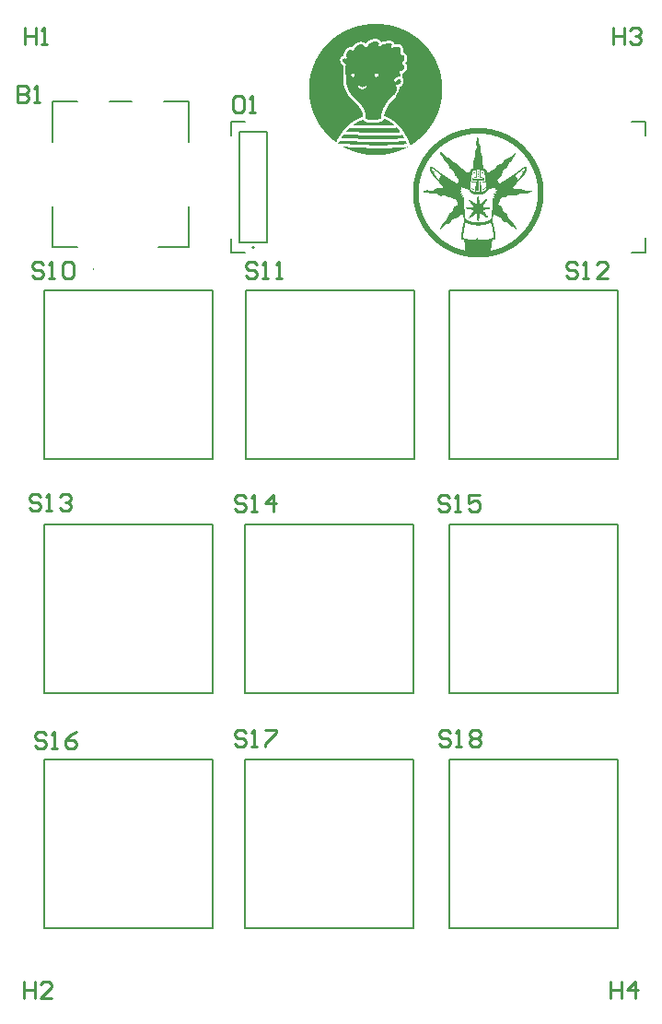
<source format=gbr>
G04*
G04 #@! TF.GenerationSoftware,Altium Limited,Altium Designer,25.8.1 (18)*
G04*
G04 Layer_Color=65535*
%FSLAX44Y44*%
%MOMM*%
G71*
G04*
G04 #@! TF.SameCoordinates,DF3AAA51-F136-4719-93B0-9B07129043F7*
G04*
G04*
G04 #@! TF.FilePolarity,Positive*
G04*
G01*
G75*
%ADD10C,0.2000*%
%ADD11C,0.1000*%
%ADD12C,0.1270*%
%ADD13C,0.2540*%
G36*
X825502Y916780D02*
X826228D01*
Y916635D01*
X826663D01*
Y916490D01*
X826954D01*
Y916345D01*
X827244D01*
Y916200D01*
X827389D01*
Y916055D01*
X827534D01*
Y915909D01*
X827824D01*
Y915619D01*
X827969D01*
Y915474D01*
X828114D01*
Y914458D01*
X827969D01*
Y913878D01*
X827824D01*
Y913443D01*
X827969D01*
Y913152D01*
X828114D01*
Y913007D01*
X828260D01*
Y912862D01*
X828405D01*
Y912717D01*
X829566D01*
Y912862D01*
X829711D01*
Y913007D01*
X830001D01*
Y913152D01*
X830146D01*
Y913297D01*
X830436D01*
Y913443D01*
X830581D01*
Y913588D01*
X830872D01*
Y913733D01*
X831162D01*
Y913878D01*
X831452D01*
Y914023D01*
X831742D01*
Y914168D01*
X832177D01*
Y914313D01*
X832613D01*
Y914458D01*
X833193D01*
Y914603D01*
X833774D01*
Y914749D01*
X834354D01*
Y914894D01*
X835225D01*
Y915039D01*
X836240D01*
Y915184D01*
X838997D01*
Y915039D01*
X839578D01*
Y914894D01*
X839723D01*
Y914749D01*
X839868D01*
Y914603D01*
X840013D01*
Y913733D01*
X839868D01*
Y913297D01*
X839723D01*
Y912862D01*
X839578D01*
Y911846D01*
X839723D01*
Y911556D01*
X839868D01*
Y911411D01*
X840013D01*
Y911266D01*
X840594D01*
Y911121D01*
X840739D01*
Y911266D01*
X841319D01*
Y911411D01*
X841609D01*
Y911556D01*
X841900D01*
Y911701D01*
X842190D01*
Y911846D01*
X842625D01*
Y911991D01*
X843206D01*
Y912137D01*
X843786D01*
Y912282D01*
X845382D01*
Y912137D01*
X845963D01*
Y911991D01*
X846398D01*
Y911846D01*
X846688D01*
Y911701D01*
X846833D01*
Y911556D01*
X847123D01*
Y911411D01*
X847269D01*
Y911266D01*
X847414D01*
Y911121D01*
X847559D01*
Y910831D01*
X847704D01*
Y910686D01*
X847849D01*
Y910395D01*
X847994D01*
Y909960D01*
X848139D01*
Y909525D01*
X848284D01*
Y907058D01*
X848139D01*
Y906477D01*
X847994D01*
Y905171D01*
X848139D01*
Y904881D01*
X848284D01*
Y904736D01*
X848575D01*
Y904591D01*
X849010D01*
Y904446D01*
X849881D01*
Y904301D01*
X850316D01*
Y904156D01*
X850606D01*
Y904010D01*
X850896D01*
Y903865D01*
X851041D01*
Y903720D01*
X851187D01*
Y903575D01*
X851332D01*
Y903285D01*
X851477D01*
Y902995D01*
X851622D01*
Y902560D01*
X851767D01*
Y900673D01*
X851622D01*
Y900093D01*
X851477D01*
Y899802D01*
X851332D01*
Y899512D01*
X851187D01*
Y899222D01*
X851041D01*
Y898932D01*
X850896D01*
Y898787D01*
X850751D01*
Y898642D01*
X850606D01*
Y898496D01*
X850461D01*
Y898351D01*
X850316D01*
Y898206D01*
X850171D01*
Y898061D01*
X850026D01*
Y897916D01*
X849881D01*
Y897771D01*
X849735D01*
Y897626D01*
X849590D01*
Y897336D01*
X849445D01*
Y896610D01*
X849590D01*
Y896320D01*
X849735D01*
Y896175D01*
X849881D01*
Y896030D01*
X850171D01*
Y895884D01*
X850316D01*
Y895739D01*
X850606D01*
Y895594D01*
X850751D01*
Y895449D01*
X850896D01*
Y895304D01*
X851041D01*
Y895159D01*
X851187D01*
Y895014D01*
X851332D01*
Y894724D01*
X851477D01*
Y894579D01*
X851622D01*
Y894143D01*
X851767D01*
Y892692D01*
X851622D01*
Y892257D01*
X851477D01*
Y891967D01*
X851332D01*
Y891822D01*
X851187D01*
Y891531D01*
X851041D01*
Y891386D01*
X850896D01*
Y891241D01*
X850751D01*
Y891096D01*
X850606D01*
Y890951D01*
X850461D01*
Y890806D01*
X850171D01*
Y890661D01*
X850026D01*
Y890516D01*
X849735D01*
Y890370D01*
X849445D01*
Y890225D01*
X849155D01*
Y890080D01*
X848865D01*
Y889935D01*
X848575D01*
Y889790D01*
X847994D01*
Y889645D01*
X847559D01*
Y889500D01*
X847414D01*
Y889355D01*
X847269D01*
Y889064D01*
X847123D01*
Y888194D01*
X847269D01*
Y887904D01*
X847414D01*
Y887758D01*
X847559D01*
Y887613D01*
X847704D01*
Y887468D01*
X847849D01*
Y884566D01*
X847559D01*
Y884711D01*
X845963D01*
Y884566D01*
X845382D01*
Y884421D01*
X845092D01*
Y884276D01*
X844657D01*
Y884131D01*
X844366D01*
Y883986D01*
X844221D01*
Y883841D01*
X843931D01*
Y883696D01*
X843786D01*
Y883550D01*
X843641D01*
Y883405D01*
X843496D01*
Y883260D01*
X843351D01*
Y883115D01*
X843206D01*
Y882970D01*
X843061D01*
Y882680D01*
X842915D01*
Y882535D01*
X842770D01*
Y882244D01*
X842625D01*
Y881954D01*
X842480D01*
Y881664D01*
X842335D01*
Y880648D01*
X842480D01*
Y880503D01*
X842625D01*
Y880358D01*
X842770D01*
Y880213D01*
X842915D01*
Y880068D01*
X843931D01*
Y880213D01*
X844221D01*
Y880358D01*
X844366D01*
Y880503D01*
X844511D01*
Y880793D01*
X844657D01*
Y880938D01*
X844802D01*
Y881229D01*
X844947D01*
Y881519D01*
X845092D01*
Y881664D01*
X845237D01*
Y881809D01*
X845382D01*
Y881954D01*
X845527D01*
Y882099D01*
X845672D01*
Y882244D01*
X846108D01*
Y882390D01*
X847269D01*
Y882244D01*
X847559D01*
Y882099D01*
X847704D01*
Y881954D01*
X847994D01*
Y881664D01*
X848139D01*
Y881374D01*
X848284D01*
Y880938D01*
X848429D01*
Y879923D01*
X848284D01*
Y879342D01*
X848139D01*
Y879052D01*
X847994D01*
Y878762D01*
X847849D01*
Y878472D01*
X847704D01*
Y878326D01*
X847559D01*
Y878181D01*
X847414D01*
Y878036D01*
X847269D01*
Y877891D01*
X847123D01*
Y877746D01*
X846833D01*
Y877601D01*
X846543D01*
Y877456D01*
X844802D01*
Y877601D01*
X844657D01*
Y877456D01*
X844366D01*
Y877311D01*
X844221D01*
Y877166D01*
X844076D01*
Y876730D01*
X843931D01*
Y875715D01*
X844076D01*
Y875424D01*
X844221D01*
Y875279D01*
X844366D01*
Y875134D01*
X844511D01*
Y874989D01*
X844947D01*
Y874844D01*
X845092D01*
Y874264D01*
X844947D01*
Y873683D01*
X844802D01*
Y873248D01*
X844657D01*
Y872812D01*
X844511D01*
Y872377D01*
X844366D01*
Y871942D01*
X844221D01*
Y871652D01*
X844076D01*
Y871216D01*
X843931D01*
Y870926D01*
X843786D01*
Y870491D01*
X843641D01*
Y870201D01*
X843496D01*
Y869910D01*
X843351D01*
Y869620D01*
X843206D01*
Y869185D01*
X843061D01*
Y868895D01*
X842915D01*
Y868604D01*
X842770D01*
Y868314D01*
X842625D01*
Y867879D01*
X842480D01*
Y867734D01*
X842335D01*
Y867589D01*
X841755D01*
Y867443D01*
X841464D01*
Y867298D01*
X841174D01*
Y867153D01*
X841029D01*
Y867008D01*
X840884D01*
Y866863D01*
X840739D01*
Y866718D01*
X840594D01*
Y866573D01*
X840449D01*
Y866428D01*
X840303D01*
Y866283D01*
X840158D01*
Y866137D01*
X840013D01*
Y865992D01*
X839868D01*
Y865847D01*
X839723D01*
Y865702D01*
X839578D01*
Y865557D01*
X839433D01*
Y865412D01*
X839288D01*
Y865267D01*
X839143D01*
Y865122D01*
X838997D01*
Y864977D01*
X838852D01*
Y864831D01*
X838707D01*
Y864686D01*
X838562D01*
Y864541D01*
X838417D01*
Y864396D01*
X838272D01*
Y864251D01*
X838127D01*
Y864106D01*
X837982D01*
Y863961D01*
X837837D01*
Y863816D01*
X837691D01*
Y863671D01*
X837546D01*
Y863526D01*
X837401D01*
Y863235D01*
X837256D01*
Y863090D01*
X837111D01*
Y862945D01*
X836966D01*
Y862800D01*
X836821D01*
Y862655D01*
X836676D01*
Y862510D01*
X836531D01*
Y862220D01*
X836385D01*
Y862075D01*
X836240D01*
Y861929D01*
X836095D01*
Y861784D01*
X835950D01*
Y861494D01*
X835805D01*
Y861349D01*
X835660D01*
Y861204D01*
X835515D01*
Y860914D01*
X835370D01*
Y860769D01*
X835225D01*
Y860478D01*
X835080D01*
Y860333D01*
X834934D01*
Y860043D01*
X834789D01*
Y859898D01*
X834644D01*
Y859608D01*
X834499D01*
Y859463D01*
X834354D01*
Y859172D01*
X834209D01*
Y859027D01*
X834064D01*
Y858737D01*
X833919D01*
Y858447D01*
X833774D01*
Y858157D01*
X833628D01*
Y857866D01*
X833483D01*
Y857721D01*
X833338D01*
Y857431D01*
X833193D01*
Y857141D01*
X833048D01*
Y856851D01*
X832903D01*
Y856560D01*
X832758D01*
Y856270D01*
X832613D01*
Y855980D01*
X832468D01*
Y855690D01*
X832322D01*
Y855254D01*
X832177D01*
Y854964D01*
X832032D01*
Y854674D01*
X831887D01*
Y854239D01*
X831742D01*
Y853949D01*
X831597D01*
Y853513D01*
X831452D01*
Y853078D01*
X831307D01*
Y852643D01*
X831162D01*
Y852207D01*
X831017D01*
Y851772D01*
X830872D01*
Y851337D01*
X830726D01*
Y850901D01*
X830581D01*
Y850321D01*
X830436D01*
Y849740D01*
X830291D01*
Y849160D01*
X830146D01*
Y848289D01*
X830001D01*
Y847419D01*
X829856D01*
Y846258D01*
X829711D01*
Y846113D01*
X829566D01*
Y845968D01*
X829275D01*
Y845823D01*
X828840D01*
Y845677D01*
X828405D01*
Y845532D01*
X827969D01*
Y845387D01*
X827389D01*
Y845242D01*
X826808D01*
Y845097D01*
X825938D01*
Y844952D01*
X825067D01*
Y844807D01*
X823906D01*
Y844662D01*
X820424D01*
Y844807D01*
X819263D01*
Y844952D01*
X818537D01*
Y845097D01*
X817957D01*
Y845242D01*
X817522D01*
Y845387D01*
X817231D01*
Y845532D01*
X816796D01*
Y845677D01*
X816506D01*
Y845823D01*
X816361D01*
Y845968D01*
X816216D01*
Y846113D01*
X816070D01*
Y846258D01*
X815925D01*
Y849885D01*
X815780D01*
Y850756D01*
X815635D01*
Y851482D01*
X815490D01*
Y851917D01*
X815345D01*
Y852352D01*
X815200D01*
Y852788D01*
X815055D01*
Y853223D01*
X814910D01*
Y853513D01*
X814764D01*
Y853949D01*
X814619D01*
Y854239D01*
X814474D01*
Y854529D01*
X814329D01*
Y854819D01*
X814184D01*
Y854964D01*
X814039D01*
Y855254D01*
X813894D01*
Y855545D01*
X813749D01*
Y855835D01*
X813604D01*
Y855980D01*
X813459D01*
Y856270D01*
X813314D01*
Y856415D01*
X813168D01*
Y856705D01*
X813023D01*
Y856851D01*
X812878D01*
Y856996D01*
X812733D01*
Y857286D01*
X812588D01*
Y857431D01*
X812443D01*
Y857576D01*
X812298D01*
Y857866D01*
X812153D01*
Y858011D01*
X812008D01*
Y858157D01*
X811862D01*
Y858302D01*
X811717D01*
Y858592D01*
X811572D01*
Y858737D01*
X811427D01*
Y858882D01*
X811282D01*
Y859027D01*
X811137D01*
Y859172D01*
X810992D01*
Y859317D01*
X810847D01*
Y859463D01*
X810702D01*
Y859753D01*
X810556D01*
Y859898D01*
X810411D01*
Y860043D01*
X810266D01*
Y860188D01*
X810121D01*
Y860333D01*
X809976D01*
Y860478D01*
X809831D01*
Y860623D01*
X809686D01*
Y860769D01*
X809541D01*
Y860914D01*
X809396D01*
Y861059D01*
X809250D01*
Y861204D01*
X809105D01*
Y861349D01*
X808960D01*
Y861494D01*
X808815D01*
Y861639D01*
X808670D01*
Y861784D01*
X808525D01*
Y861929D01*
X808380D01*
Y862075D01*
X808235D01*
Y862220D01*
X808090D01*
Y862365D01*
X807944D01*
Y862510D01*
X807799D01*
Y862655D01*
X807654D01*
Y862800D01*
X807509D01*
Y862945D01*
X807364D01*
Y863090D01*
X807219D01*
Y863235D01*
X807074D01*
Y863381D01*
X806929D01*
Y863526D01*
X806784D01*
Y863671D01*
X806638D01*
Y863816D01*
X806493D01*
Y863961D01*
X806348D01*
Y864106D01*
X806203D01*
Y864251D01*
X806058D01*
Y864396D01*
X805913D01*
Y864541D01*
X805768D01*
Y864686D01*
X805623D01*
Y864831D01*
X805478D01*
Y864977D01*
X805333D01*
Y865122D01*
X805187D01*
Y865267D01*
X805042D01*
Y865412D01*
X804897D01*
Y865557D01*
X804752D01*
Y865702D01*
X804607D01*
Y865847D01*
X804462D01*
Y865992D01*
X804317D01*
Y866283D01*
X804172D01*
Y866428D01*
X804027D01*
Y866573D01*
X803882D01*
Y866718D01*
X803736D01*
Y866863D01*
X803591D01*
Y867008D01*
X803446D01*
Y867298D01*
X803301D01*
Y867443D01*
X803156D01*
Y867589D01*
X803011D01*
Y867734D01*
X802866D01*
Y868024D01*
X802721D01*
Y868169D01*
X802576D01*
Y868459D01*
X802430D01*
Y868604D01*
X802285D01*
Y868749D01*
X802140D01*
Y869040D01*
X801995D01*
Y869185D01*
X801850D01*
Y869475D01*
X801705D01*
Y869620D01*
X801560D01*
Y869910D01*
X801415D01*
Y870055D01*
X801270D01*
Y870346D01*
X801124D01*
Y870636D01*
X800979D01*
Y870781D01*
X800834D01*
Y871071D01*
X800689D01*
Y871361D01*
X800544D01*
Y871652D01*
X800399D01*
Y871942D01*
X800254D01*
Y872232D01*
X800109D01*
Y872522D01*
X799964D01*
Y872812D01*
X799818D01*
Y873103D01*
X799673D01*
Y873538D01*
X799528D01*
Y873828D01*
X799383D01*
Y874264D01*
X799238D01*
Y874554D01*
X799093D01*
Y874989D01*
X798948D01*
Y875424D01*
X798803D01*
Y876005D01*
X798658D01*
Y876440D01*
X798512D01*
Y877021D01*
X798367D01*
Y877601D01*
X798222D01*
Y878326D01*
X798077D01*
Y879052D01*
X797932D01*
Y880068D01*
X797787D01*
Y881374D01*
X797642D01*
Y886598D01*
X797497D01*
Y888049D01*
X797352D01*
Y888484D01*
X797497D01*
Y895159D01*
X797642D01*
Y896175D01*
X797497D01*
Y896465D01*
X797352D01*
Y896610D01*
X797206D01*
Y896755D01*
X796916D01*
Y896900D01*
X796626D01*
Y897045D01*
X796336D01*
Y897190D01*
X796046D01*
Y897336D01*
X795901D01*
Y897481D01*
X795755D01*
Y897626D01*
X795610D01*
Y897771D01*
X795465D01*
Y897916D01*
X795320D01*
Y898206D01*
X795175D01*
Y898351D01*
X795030D01*
Y898787D01*
X794885D01*
Y899367D01*
X794740D01*
Y899657D01*
X794885D01*
Y900383D01*
X795030D01*
Y900528D01*
X795175D01*
Y900818D01*
X795320D01*
Y900963D01*
X795465D01*
Y901108D01*
X795755D01*
Y901254D01*
X796191D01*
Y901399D01*
X796916D01*
Y901254D01*
X798367D01*
Y901399D01*
X798512D01*
Y901544D01*
X798658D01*
Y902124D01*
X798512D01*
Y902850D01*
X798367D01*
Y903430D01*
X798222D01*
Y905316D01*
X798367D01*
Y905897D01*
X798512D01*
Y906332D01*
X798658D01*
Y906768D01*
X798803D01*
Y907058D01*
X798948D01*
Y907348D01*
X799093D01*
Y907493D01*
X799238D01*
Y907783D01*
X799383D01*
Y907928D01*
X799528D01*
Y908074D01*
X799673D01*
Y908219D01*
X799818D01*
Y908364D01*
X799964D01*
Y908509D01*
X800109D01*
Y908654D01*
X800254D01*
Y908799D01*
X800399D01*
Y908944D01*
X800689D01*
Y909089D01*
X800979D01*
Y909234D01*
X801270D01*
Y909380D01*
X802430D01*
Y909234D01*
X802721D01*
Y909089D01*
X803011D01*
Y908944D01*
X803156D01*
Y908799D01*
X803301D01*
Y908509D01*
X803446D01*
Y908364D01*
X803736D01*
Y908219D01*
X804462D01*
Y908364D01*
X804752D01*
Y908509D01*
X804897D01*
Y908654D01*
X805042D01*
Y908944D01*
X805187D01*
Y909380D01*
X805333D01*
Y909670D01*
X805478D01*
Y909960D01*
X805623D01*
Y910250D01*
X805768D01*
Y910540D01*
X805913D01*
Y910686D01*
X806058D01*
Y910976D01*
X806203D01*
Y911121D01*
X806348D01*
Y911411D01*
X806493D01*
Y911556D01*
X806638D01*
Y911701D01*
X806784D01*
Y911846D01*
X806929D01*
Y911991D01*
X807074D01*
Y912137D01*
X807219D01*
Y912282D01*
X807364D01*
Y912427D01*
X807509D01*
Y912572D01*
X807654D01*
Y912717D01*
X807799D01*
Y912862D01*
X807944D01*
Y913007D01*
X808235D01*
Y913152D01*
X808380D01*
Y913297D01*
X808670D01*
Y913443D01*
X808960D01*
Y913588D01*
X809250D01*
Y913733D01*
X809541D01*
Y913878D01*
X809976D01*
Y914023D01*
X810556D01*
Y914168D01*
X812298D01*
Y914023D01*
X812878D01*
Y913878D01*
X813314D01*
Y913733D01*
X813604D01*
Y913588D01*
X813894D01*
Y913443D01*
X814039D01*
Y913297D01*
X814329D01*
Y913152D01*
X814474D01*
Y913007D01*
X814619D01*
Y912862D01*
X814764D01*
Y912717D01*
X814910D01*
Y912572D01*
X815055D01*
Y912427D01*
X815200D01*
Y912282D01*
X815345D01*
Y912137D01*
X815490D01*
Y911991D01*
X815635D01*
Y911846D01*
X815925D01*
Y911701D01*
X816796D01*
Y911846D01*
X817086D01*
Y911991D01*
X817231D01*
Y912137D01*
X817376D01*
Y912427D01*
X817522D01*
Y912717D01*
X817667D01*
Y913007D01*
X817812D01*
Y913152D01*
X817957D01*
Y913297D01*
X818102D01*
Y913588D01*
X818247D01*
Y913733D01*
X818392D01*
Y913878D01*
X818537D01*
Y914023D01*
X818682D01*
Y914168D01*
X818828D01*
Y914313D01*
X818973D01*
Y914458D01*
X819118D01*
Y914603D01*
X819263D01*
Y914749D01*
X819408D01*
Y914894D01*
X819553D01*
Y915039D01*
X819698D01*
Y915184D01*
X819988D01*
Y915329D01*
X820134D01*
Y915474D01*
X820424D01*
Y915619D01*
X820569D01*
Y915764D01*
X820859D01*
Y915909D01*
X821149D01*
Y916055D01*
X821585D01*
Y916200D01*
X821875D01*
Y916345D01*
X822165D01*
Y916490D01*
X822600D01*
Y916635D01*
X823181D01*
Y916780D01*
X823761D01*
Y916925D01*
X825502D01*
Y916780D01*
D02*
G37*
G36*
X832903Y845823D02*
X833338D01*
Y845677D01*
X833774D01*
Y845532D01*
X834064D01*
Y845387D01*
X834499D01*
Y845242D01*
X834789D01*
Y845097D01*
X835080D01*
Y844952D01*
X835370D01*
Y844807D01*
X835660D01*
Y844662D01*
X835950D01*
Y844517D01*
X836240D01*
Y844371D01*
X836531D01*
Y844226D01*
X836821D01*
Y844081D01*
X837111D01*
Y843936D01*
X837401D01*
Y843791D01*
X837546D01*
Y843646D01*
X837837D01*
Y843501D01*
X838127D01*
Y843356D01*
X838272D01*
Y843211D01*
X838562D01*
Y843065D01*
X838852D01*
Y842920D01*
X838997D01*
Y842775D01*
X839288D01*
Y842630D01*
X839433D01*
Y842485D01*
X839723D01*
Y842340D01*
X839868D01*
Y842195D01*
X840158D01*
Y842050D01*
X840303D01*
Y841905D01*
X840449D01*
Y841759D01*
X840739D01*
Y841614D01*
X840884D01*
Y841469D01*
X841029D01*
Y841324D01*
X841174D01*
Y841179D01*
X841464D01*
Y841034D01*
X841609D01*
Y840889D01*
X841755D01*
Y840744D01*
X841900D01*
Y840599D01*
X842045D01*
Y840453D01*
X842190D01*
Y840308D01*
X842335D01*
Y840163D01*
X842480D01*
Y840018D01*
X839143D01*
Y839873D01*
X835080D01*
Y839728D01*
X806203D01*
Y839873D01*
X804027D01*
Y840018D01*
X804172D01*
Y840163D01*
X804317D01*
Y840308D01*
X804607D01*
Y840453D01*
X804752D01*
Y840599D01*
X805042D01*
Y840744D01*
X805187D01*
Y840889D01*
X805478D01*
Y841034D01*
X805623D01*
Y841179D01*
X805913D01*
Y841324D01*
X806058D01*
Y841469D01*
X806348D01*
Y841614D01*
X806638D01*
Y841759D01*
X806784D01*
Y841905D01*
X807074D01*
Y842050D01*
X807364D01*
Y842195D01*
X807509D01*
Y842340D01*
X807799D01*
Y842485D01*
X808090D01*
Y842630D01*
X808380D01*
Y842775D01*
X808525D01*
Y842920D01*
X808815D01*
Y843065D01*
X809105D01*
Y843211D01*
X809396D01*
Y843356D01*
X809686D01*
Y843501D01*
X809831D01*
Y843646D01*
X810266D01*
Y843791D01*
X810411D01*
Y843936D01*
X810702D01*
Y844081D01*
X810992D01*
Y844226D01*
X811282D01*
Y844371D01*
X811717D01*
Y844517D01*
X812008D01*
Y844662D01*
X812298D01*
Y844807D01*
X812588D01*
Y844952D01*
X812878D01*
Y845097D01*
X813314D01*
Y845242D01*
X813459D01*
Y845097D01*
X813604D01*
Y844807D01*
X813749D01*
Y844517D01*
X813894D01*
Y844371D01*
X814039D01*
Y844226D01*
X814184D01*
Y844081D01*
X814329D01*
Y843936D01*
X814619D01*
Y843791D01*
X814764D01*
Y843646D01*
X815055D01*
Y843501D01*
X815200D01*
Y843356D01*
X815490D01*
Y843211D01*
X815780D01*
Y843065D01*
X816216D01*
Y842920D01*
X816506D01*
Y842775D01*
X816941D01*
Y842630D01*
X817522D01*
Y842485D01*
X818102D01*
Y842340D01*
X818828D01*
Y842195D01*
X819843D01*
Y842050D01*
X824342D01*
Y842195D01*
X825648D01*
Y842340D01*
X826518D01*
Y842485D01*
X827244D01*
Y842630D01*
X827969D01*
Y842775D01*
X828405D01*
Y842920D01*
X828985D01*
Y843065D01*
X829420D01*
Y843211D01*
X829711D01*
Y843356D01*
X830146D01*
Y843501D01*
X830436D01*
Y843646D01*
X830726D01*
Y843791D01*
X831017D01*
Y843936D01*
X831307D01*
Y844081D01*
X831597D01*
Y844226D01*
X831742D01*
Y844371D01*
X831887D01*
Y844517D01*
X832032D01*
Y844662D01*
X832177D01*
Y844952D01*
X832322D01*
Y845387D01*
X832468D01*
Y845968D01*
X832903D01*
Y845823D01*
D02*
G37*
G36*
X844802Y837696D02*
X844947D01*
Y837551D01*
X845092D01*
Y837406D01*
X845237D01*
Y837261D01*
X845382D01*
Y837116D01*
X845527D01*
Y836971D01*
X845672D01*
Y836826D01*
X845817D01*
Y836681D01*
X845963D01*
Y836391D01*
X846108D01*
Y836245D01*
X846253D01*
Y836100D01*
X846398D01*
Y835955D01*
X846543D01*
Y835810D01*
X846688D01*
Y835520D01*
X846833D01*
Y835375D01*
X846978D01*
Y835230D01*
X847123D01*
Y834939D01*
X847269D01*
Y834794D01*
X847414D01*
Y834504D01*
X847559D01*
Y834359D01*
X847704D01*
Y834214D01*
X847849D01*
Y833924D01*
X847994D01*
Y833633D01*
X847123D01*
Y833488D01*
X844076D01*
Y833343D01*
X839868D01*
Y833198D01*
X820424D01*
Y833343D01*
X814619D01*
Y833488D01*
X810121D01*
Y833633D01*
X806058D01*
Y833779D01*
X797642D01*
Y834069D01*
X797787D01*
Y834214D01*
X797932D01*
Y834359D01*
X798077D01*
Y834504D01*
X798222D01*
Y834649D01*
X798367D01*
Y834939D01*
X798512D01*
Y835085D01*
X798658D01*
Y835230D01*
X798803D01*
Y835375D01*
X798948D01*
Y835520D01*
X799093D01*
Y835665D01*
X799238D01*
Y835810D01*
X799383D01*
Y835955D01*
X799528D01*
Y836100D01*
X799673D01*
Y836245D01*
X799818D01*
Y836391D01*
X799964D01*
Y836536D01*
X800109D01*
Y836681D01*
X800254D01*
Y836826D01*
X800399D01*
Y836971D01*
X800544D01*
Y837116D01*
X800834D01*
Y837261D01*
X800979D01*
Y837406D01*
X801124D01*
Y837551D01*
X802576D01*
Y837406D01*
X807074D01*
Y837261D01*
X819408D01*
Y837116D01*
X832613D01*
Y837261D01*
X837256D01*
Y837406D01*
X839433D01*
Y837551D01*
X841464D01*
Y837696D01*
X843496D01*
Y837842D01*
X844802D01*
Y837696D01*
D02*
G37*
G36*
X797061Y831457D02*
X800109D01*
Y831312D01*
X805768D01*
Y831167D01*
X809396D01*
Y831021D01*
X813604D01*
Y830876D01*
X818102D01*
Y830731D01*
X824196D01*
Y830586D01*
X838852D01*
Y830731D01*
X843061D01*
Y830876D01*
X846108D01*
Y831021D01*
X848865D01*
Y831167D01*
X849735D01*
Y830876D01*
X849881D01*
Y830731D01*
X850026D01*
Y830441D01*
X850171D01*
Y830151D01*
X850316D01*
Y829861D01*
X850461D01*
Y829570D01*
X850606D01*
Y829425D01*
X850751D01*
Y829135D01*
X850896D01*
Y828845D01*
X851041D01*
Y828555D01*
X851187D01*
Y828119D01*
X851332D01*
Y827829D01*
X848720D01*
Y827684D01*
X845527D01*
Y827539D01*
X842335D01*
Y827394D01*
X837982D01*
Y827249D01*
X832613D01*
Y827104D01*
X826663D01*
Y827249D01*
X818102D01*
Y827394D01*
X812733D01*
Y827539D01*
X808815D01*
Y827684D01*
X805333D01*
Y827829D01*
X802430D01*
Y827974D01*
X798948D01*
Y828119D01*
X795610D01*
Y828264D01*
X793434D01*
Y828410D01*
X793579D01*
Y828555D01*
X793724D01*
Y828845D01*
X793869D01*
Y829135D01*
X794014D01*
Y829280D01*
X794159D01*
Y829570D01*
X794304D01*
Y829715D01*
X794449D01*
Y830006D01*
X794595D01*
Y830151D01*
X794740D01*
Y830441D01*
X794885D01*
Y830586D01*
X795030D01*
Y830731D01*
X795175D01*
Y830876D01*
X795320D01*
Y831167D01*
X795465D01*
Y831312D01*
X795610D01*
Y831457D01*
X795755D01*
Y831602D01*
X797061D01*
Y831457D01*
D02*
G37*
G36*
X829856Y932887D02*
X831742D01*
Y932742D01*
X833048D01*
Y932597D01*
X834209D01*
Y932452D01*
X835225D01*
Y932307D01*
X836095D01*
Y932161D01*
X836821D01*
Y932016D01*
X837691D01*
Y931871D01*
X838417D01*
Y931726D01*
X839143D01*
Y931581D01*
X839723D01*
Y931436D01*
X840303D01*
Y931291D01*
X840884D01*
Y931146D01*
X841464D01*
Y931001D01*
X842045D01*
Y930855D01*
X842480D01*
Y930710D01*
X843061D01*
Y930565D01*
X843496D01*
Y930420D01*
X843931D01*
Y930275D01*
X844366D01*
Y930130D01*
X844802D01*
Y929985D01*
X845237D01*
Y929840D01*
X845672D01*
Y929695D01*
X846108D01*
Y929549D01*
X846543D01*
Y929404D01*
X846978D01*
Y929259D01*
X847269D01*
Y929114D01*
X847704D01*
Y928969D01*
X848139D01*
Y928824D01*
X848429D01*
Y928679D01*
X848865D01*
Y928534D01*
X849155D01*
Y928389D01*
X849445D01*
Y928243D01*
X849881D01*
Y928098D01*
X850171D01*
Y927953D01*
X850461D01*
Y927808D01*
X850896D01*
Y927663D01*
X851187D01*
Y927518D01*
X851477D01*
Y927373D01*
X851767D01*
Y927228D01*
X852057D01*
Y927083D01*
X852347D01*
Y926937D01*
X852638D01*
Y926792D01*
X852928D01*
Y926647D01*
X853218D01*
Y926502D01*
X853508D01*
Y926357D01*
X853798D01*
Y926212D01*
X854089D01*
Y926067D01*
X854379D01*
Y925922D01*
X854669D01*
Y925777D01*
X854959D01*
Y925631D01*
X855249D01*
Y925486D01*
X855540D01*
Y925341D01*
X855685D01*
Y925196D01*
X855975D01*
Y925051D01*
X856265D01*
Y924906D01*
X856555D01*
Y924761D01*
X856701D01*
Y924616D01*
X856991D01*
Y924471D01*
X857281D01*
Y924326D01*
X857426D01*
Y924181D01*
X857716D01*
Y924035D01*
X858007D01*
Y923890D01*
X858152D01*
Y923745D01*
X858442D01*
Y923600D01*
X858587D01*
Y923455D01*
X858877D01*
Y923310D01*
X859167D01*
Y923165D01*
X859313D01*
Y923020D01*
X859603D01*
Y922875D01*
X859748D01*
Y922729D01*
X860038D01*
Y922584D01*
X860183D01*
Y922439D01*
X860473D01*
Y922294D01*
X860619D01*
Y922149D01*
X860764D01*
Y922004D01*
X861054D01*
Y921859D01*
X861199D01*
Y921714D01*
X861489D01*
Y921569D01*
X861634D01*
Y921423D01*
X861779D01*
Y921278D01*
X862069D01*
Y921133D01*
X862215D01*
Y920988D01*
X862505D01*
Y920843D01*
X862650D01*
Y920698D01*
X862795D01*
Y920553D01*
X863085D01*
Y920408D01*
X863230D01*
Y920263D01*
X863375D01*
Y920117D01*
X863521D01*
Y919972D01*
X863811D01*
Y919827D01*
X863956D01*
Y919682D01*
X864101D01*
Y919537D01*
X864246D01*
Y919392D01*
X864536D01*
Y919247D01*
X864681D01*
Y919102D01*
X864827D01*
Y918957D01*
X864972D01*
Y918811D01*
X865117D01*
Y918666D01*
X865407D01*
Y918521D01*
X865552D01*
Y918376D01*
X865697D01*
Y918231D01*
X865842D01*
Y918086D01*
X865987D01*
Y917941D01*
X866133D01*
Y917796D01*
X866423D01*
Y917651D01*
X866568D01*
Y917505D01*
X866713D01*
Y917360D01*
X866858D01*
Y917215D01*
X867003D01*
Y917070D01*
X867148D01*
Y916925D01*
X867293D01*
Y916780D01*
X867439D01*
Y916635D01*
X867584D01*
Y916490D01*
X867729D01*
Y916345D01*
X867874D01*
Y916200D01*
X868019D01*
Y916055D01*
X868164D01*
Y915909D01*
X868309D01*
Y915764D01*
X868454D01*
Y915619D01*
X868599D01*
Y915474D01*
X868890D01*
Y915184D01*
X869180D01*
Y914894D01*
X869325D01*
Y914749D01*
X869470D01*
Y914603D01*
X869615D01*
Y914458D01*
X869760D01*
Y914313D01*
X869905D01*
Y914168D01*
X870051D01*
Y914023D01*
X870196D01*
Y913878D01*
X870341D01*
Y913733D01*
X870486D01*
Y913588D01*
X870631D01*
Y913443D01*
X870776D01*
Y913297D01*
X870921D01*
Y913152D01*
X871066D01*
Y913007D01*
X871211D01*
Y912717D01*
X871356D01*
Y912572D01*
X871501D01*
Y912427D01*
X871647D01*
Y912282D01*
X871792D01*
Y912137D01*
X871937D01*
Y911991D01*
X872082D01*
Y911846D01*
X872227D01*
Y911556D01*
X872372D01*
Y911411D01*
X872517D01*
Y911266D01*
X872662D01*
Y911121D01*
X872807D01*
Y910976D01*
X872953D01*
Y910686D01*
X873098D01*
Y910540D01*
X873243D01*
Y910395D01*
X873388D01*
Y910250D01*
X873533D01*
Y909960D01*
X873678D01*
Y909815D01*
X873823D01*
Y909670D01*
X873968D01*
Y909525D01*
X874113D01*
Y909234D01*
X874259D01*
Y909089D01*
X874404D01*
Y908944D01*
X874549D01*
Y908654D01*
X874694D01*
Y908509D01*
X874839D01*
Y908364D01*
X874984D01*
Y908074D01*
X875129D01*
Y907928D01*
X875274D01*
Y907783D01*
X875419D01*
Y907493D01*
X875564D01*
Y907348D01*
X875710D01*
Y907058D01*
X875855D01*
Y906913D01*
X876000D01*
Y906622D01*
X876145D01*
Y906477D01*
X876290D01*
Y906332D01*
X876435D01*
Y906042D01*
X876580D01*
Y905897D01*
X876725D01*
Y905607D01*
X876870D01*
Y905462D01*
X877016D01*
Y905171D01*
X877161D01*
Y904881D01*
X877306D01*
Y904736D01*
X877451D01*
Y904446D01*
X877596D01*
Y904301D01*
X877741D01*
Y904010D01*
X877886D01*
Y903720D01*
X878031D01*
Y903575D01*
X878176D01*
Y903285D01*
X878322D01*
Y902995D01*
X878467D01*
Y902705D01*
X878612D01*
Y902560D01*
X878757D01*
Y902269D01*
X878902D01*
Y901979D01*
X879047D01*
Y901689D01*
X879192D01*
Y901544D01*
X879337D01*
Y901254D01*
X879482D01*
Y900963D01*
X879628D01*
Y900673D01*
X879773D01*
Y900383D01*
X879918D01*
Y900093D01*
X880063D01*
Y899802D01*
X880208D01*
Y899512D01*
X880353D01*
Y899222D01*
X880498D01*
Y898932D01*
X880643D01*
Y898642D01*
X880788D01*
Y898351D01*
X880934D01*
Y898061D01*
X881079D01*
Y897771D01*
X881224D01*
Y897336D01*
X881369D01*
Y897045D01*
X881514D01*
Y896755D01*
X881659D01*
Y896320D01*
X881804D01*
Y896030D01*
X881949D01*
Y895739D01*
X882094D01*
Y895304D01*
X882240D01*
Y895014D01*
X882385D01*
Y894579D01*
X882530D01*
Y894288D01*
X882675D01*
Y893853D01*
X882820D01*
Y893418D01*
X882965D01*
Y892982D01*
X883110D01*
Y892547D01*
X883255D01*
Y892112D01*
X883400D01*
Y891676D01*
X883546D01*
Y891241D01*
X883691D01*
Y890806D01*
X883836D01*
Y890370D01*
X883981D01*
Y889790D01*
X884126D01*
Y889355D01*
X884271D01*
Y888774D01*
X884416D01*
Y888194D01*
X884561D01*
Y887613D01*
X884706D01*
Y887033D01*
X884851D01*
Y886453D01*
X884996D01*
Y885727D01*
X885142D01*
Y885002D01*
X885287D01*
Y884276D01*
X885432D01*
Y883405D01*
X885577D01*
Y883260D01*
Y882535D01*
X885722D01*
Y881664D01*
X885867D01*
Y880358D01*
X886012D01*
Y879052D01*
X886157D01*
Y877311D01*
X886302D01*
Y873538D01*
X886448D01*
Y872232D01*
X886302D01*
Y868749D01*
X886157D01*
Y867008D01*
X886012D01*
Y865702D01*
X885867D01*
Y864541D01*
X885722D01*
Y863671D01*
X885577D01*
Y862800D01*
X885432D01*
Y861929D01*
X885287D01*
Y861204D01*
X885142D01*
Y860478D01*
X884996D01*
Y859898D01*
X884851D01*
Y859172D01*
X884706D01*
Y858592D01*
X884561D01*
Y858011D01*
X884416D01*
Y857431D01*
X884271D01*
Y856996D01*
X884126D01*
Y856415D01*
X883981D01*
Y855980D01*
X883836D01*
Y855545D01*
X883691D01*
Y854964D01*
X883546D01*
Y854529D01*
X883400D01*
Y854094D01*
X883255D01*
Y853658D01*
X883110D01*
Y853223D01*
X882965D01*
Y852788D01*
X882820D01*
Y852497D01*
X882675D01*
Y852062D01*
X882530D01*
Y851627D01*
X882385D01*
Y851337D01*
X882240D01*
Y850901D01*
X882094D01*
Y850611D01*
X881949D01*
Y850176D01*
X881804D01*
Y849885D01*
X881659D01*
Y849595D01*
X881514D01*
Y849160D01*
X881369D01*
Y848870D01*
X881224D01*
Y848579D01*
X881079D01*
Y848289D01*
X880934D01*
Y847854D01*
X880788D01*
Y847564D01*
X880643D01*
Y847273D01*
X880498D01*
Y846983D01*
X880353D01*
Y846693D01*
X880208D01*
Y846403D01*
X880063D01*
Y846113D01*
X879918D01*
Y845823D01*
X879773D01*
Y845532D01*
X879628D01*
Y845242D01*
X879482D01*
Y844952D01*
X879337D01*
Y844807D01*
X879192D01*
Y844517D01*
X879047D01*
Y844226D01*
X878902D01*
Y843936D01*
X878757D01*
Y843646D01*
X878612D01*
Y843501D01*
X878467D01*
Y843211D01*
X878322D01*
Y842920D01*
X878176D01*
Y842775D01*
X878031D01*
Y842485D01*
X877886D01*
Y842195D01*
X877741D01*
Y842050D01*
X877596D01*
Y841759D01*
X877451D01*
Y841469D01*
X877306D01*
Y841324D01*
X877161D01*
Y841034D01*
X877016D01*
Y840889D01*
X876870D01*
Y840599D01*
X876725D01*
Y840453D01*
X876580D01*
Y840163D01*
X876435D01*
Y840018D01*
X876290D01*
Y839728D01*
X876145D01*
Y839583D01*
X876000D01*
Y839293D01*
X875855D01*
Y839147D01*
X875710D01*
Y838857D01*
X875564D01*
Y838712D01*
X875419D01*
Y838567D01*
X875274D01*
Y838277D01*
X875129D01*
Y838132D01*
X874984D01*
Y837842D01*
X874839D01*
Y837696D01*
X874694D01*
Y837551D01*
X874549D01*
Y837261D01*
X874404D01*
Y837116D01*
X874259D01*
Y836971D01*
X874113D01*
Y836681D01*
X873968D01*
Y836536D01*
X873823D01*
Y836391D01*
X873678D01*
Y836245D01*
X873533D01*
Y835955D01*
X873388D01*
Y835810D01*
X873243D01*
Y835665D01*
X873098D01*
Y835375D01*
X872953D01*
Y835230D01*
X872807D01*
Y835085D01*
X872662D01*
Y834939D01*
X872517D01*
Y834794D01*
X872372D01*
Y834504D01*
X872227D01*
Y834359D01*
X872082D01*
Y834214D01*
X871937D01*
Y834069D01*
X871792D01*
Y833924D01*
X871647D01*
Y833779D01*
X871501D01*
Y833488D01*
X871356D01*
Y833343D01*
X871211D01*
Y833198D01*
X871066D01*
Y833053D01*
X870921D01*
Y832908D01*
X870776D01*
Y832763D01*
X870631D01*
Y832618D01*
X870486D01*
Y832473D01*
X870341D01*
Y832327D01*
X870196D01*
Y832037D01*
X870051D01*
Y831892D01*
X869905D01*
Y831747D01*
X869760D01*
Y831602D01*
X869615D01*
Y831457D01*
X869470D01*
Y831312D01*
X869325D01*
Y831167D01*
X869180D01*
Y831021D01*
X869035D01*
Y830876D01*
X868890D01*
Y830731D01*
X868745D01*
Y830586D01*
X868599D01*
Y830441D01*
X868454D01*
Y830296D01*
X868309D01*
Y830151D01*
X868164D01*
Y830006D01*
X868019D01*
Y829861D01*
X867874D01*
Y829715D01*
X867729D01*
Y829570D01*
X867439D01*
Y829425D01*
X867293D01*
Y829280D01*
X867148D01*
Y829135D01*
X867003D01*
Y828990D01*
X866858D01*
Y828845D01*
X866713D01*
Y828700D01*
X866568D01*
Y828555D01*
X866423D01*
Y828410D01*
X866278D01*
Y828264D01*
X866133D01*
Y828119D01*
X865842D01*
Y827974D01*
X865697D01*
Y827829D01*
X865552D01*
Y827684D01*
X865407D01*
Y827539D01*
X865262D01*
Y827394D01*
X865117D01*
Y827249D01*
X864827D01*
Y827104D01*
X864681D01*
Y826958D01*
X864536D01*
Y826813D01*
X864391D01*
Y826668D01*
X864246D01*
Y826523D01*
X863956D01*
Y826378D01*
X863811D01*
Y826233D01*
X863666D01*
Y826088D01*
X863521D01*
Y825943D01*
X863230D01*
Y825798D01*
X863085D01*
Y825652D01*
X862940D01*
Y825507D01*
X862650D01*
Y825362D01*
X862505D01*
Y825217D01*
X862360D01*
Y825072D01*
X862069D01*
Y824927D01*
X861924D01*
Y824782D01*
X861779D01*
Y824637D01*
X861489D01*
Y824492D01*
X861344D01*
Y824347D01*
X861199D01*
Y824202D01*
X860909D01*
Y824056D01*
X860764D01*
Y823911D01*
X860619D01*
Y823766D01*
X860328D01*
Y823621D01*
X860183D01*
Y823476D01*
X859893D01*
Y823331D01*
X859748D01*
Y823186D01*
X859458D01*
Y823041D01*
X859313D01*
Y822896D01*
X859022D01*
Y822750D01*
X858877D01*
Y822605D01*
X858587D01*
Y822460D01*
X858442D01*
Y822315D01*
X858152D01*
Y822170D01*
X858007D01*
Y822025D01*
X857716D01*
Y821880D01*
X857426D01*
Y821735D01*
X857281D01*
Y821590D01*
X856991D01*
Y821735D01*
X856846D01*
Y822170D01*
X856701D01*
Y822605D01*
X856555D01*
Y822896D01*
X856410D01*
Y823331D01*
X856265D01*
Y823766D01*
X856120D01*
Y824056D01*
X855975D01*
Y824347D01*
X855830D01*
Y824782D01*
X855685D01*
Y825072D01*
X855540D01*
Y825362D01*
X855395D01*
Y825798D01*
X855249D01*
Y826088D01*
X855104D01*
Y826378D01*
X854959D01*
Y826668D01*
X854814D01*
Y826958D01*
X854669D01*
Y827249D01*
X854524D01*
Y827539D01*
X854379D01*
Y827829D01*
X854234D01*
Y828119D01*
X854089D01*
Y828410D01*
X853943D01*
Y828700D01*
X853798D01*
Y828990D01*
X853653D01*
Y829280D01*
X853508D01*
Y829570D01*
X853363D01*
Y829861D01*
X853218D01*
Y830151D01*
X853073D01*
Y830441D01*
X852928D01*
Y830731D01*
X852783D01*
Y830876D01*
X852638D01*
Y831167D01*
X852493D01*
Y831457D01*
X852347D01*
Y831747D01*
X852202D01*
Y831892D01*
X852057D01*
Y832182D01*
X851912D01*
Y832473D01*
X851767D01*
Y832618D01*
X851622D01*
Y832908D01*
X851477D01*
Y833198D01*
X851332D01*
Y833343D01*
X851187D01*
Y833633D01*
X851041D01*
Y833779D01*
X850896D01*
Y834069D01*
X850751D01*
Y834359D01*
X850606D01*
Y834504D01*
X850461D01*
Y834794D01*
X850316D01*
Y834939D01*
X850171D01*
Y835085D01*
X850026D01*
Y835375D01*
X849881D01*
Y835520D01*
X849735D01*
Y835810D01*
X849590D01*
Y835955D01*
X849445D01*
Y836100D01*
X849300D01*
Y836391D01*
X849155D01*
Y836536D01*
X849010D01*
Y836826D01*
X848865D01*
Y836971D01*
X848720D01*
Y837116D01*
X848575D01*
Y837261D01*
X848429D01*
Y837551D01*
X848284D01*
Y837696D01*
X848139D01*
Y837842D01*
X847994D01*
Y837987D01*
X847849D01*
Y838277D01*
X847704D01*
Y838422D01*
X847559D01*
Y838567D01*
X847414D01*
Y838712D01*
X847269D01*
Y838857D01*
X847123D01*
Y839147D01*
X846978D01*
Y839293D01*
X846833D01*
Y839438D01*
X846688D01*
Y839583D01*
X846543D01*
Y839728D01*
X846398D01*
Y839873D01*
X846253D01*
Y840018D01*
X846108D01*
Y840163D01*
X845963D01*
Y840308D01*
X845817D01*
Y840453D01*
X845672D01*
Y840599D01*
X845527D01*
Y840744D01*
X845382D01*
Y840889D01*
X845237D01*
Y841034D01*
X845092D01*
Y841179D01*
X844947D01*
Y841324D01*
X844802D01*
Y841469D01*
X844657D01*
Y841614D01*
X844511D01*
Y841759D01*
X844366D01*
Y841905D01*
X844076D01*
Y842050D01*
X843931D01*
Y842195D01*
X843786D01*
Y842340D01*
X843641D01*
Y842485D01*
X843496D01*
Y842630D01*
X843206D01*
Y842775D01*
X843061D01*
Y842920D01*
X842915D01*
Y843065D01*
X842770D01*
Y843211D01*
X842625D01*
Y843356D01*
X842335D01*
Y843501D01*
X842190D01*
Y843646D01*
X842045D01*
Y843791D01*
X841755D01*
Y843936D01*
X841609D01*
Y844081D01*
X841464D01*
Y844226D01*
X841174D01*
Y844371D01*
X841029D01*
Y844517D01*
X840739D01*
Y844662D01*
X840594D01*
Y844807D01*
X840303D01*
Y844952D01*
X840158D01*
Y845097D01*
X839868D01*
Y845242D01*
X839723D01*
Y845387D01*
X839433D01*
Y845532D01*
X839143D01*
Y845677D01*
X838997D01*
Y845823D01*
X838707D01*
Y845968D01*
X838417D01*
Y846113D01*
X838127D01*
Y846258D01*
X837837D01*
Y846403D01*
X837546D01*
Y846548D01*
X837256D01*
Y846693D01*
X836966D01*
Y846838D01*
X836676D01*
Y846983D01*
X836385D01*
Y847128D01*
X836095D01*
Y847273D01*
X835805D01*
Y847419D01*
X835515D01*
Y847564D01*
X835080D01*
Y847709D01*
X834789D01*
Y847854D01*
X834354D01*
Y847999D01*
X834064D01*
Y848144D01*
X833628D01*
Y848289D01*
X833193D01*
Y848434D01*
X832758D01*
Y849015D01*
X832903D01*
Y849595D01*
X833048D01*
Y850031D01*
X833193D01*
Y850466D01*
X833338D01*
Y850901D01*
X833483D01*
Y851337D01*
X833628D01*
Y851772D01*
X833774D01*
Y852207D01*
X833919D01*
Y852497D01*
X834064D01*
Y852933D01*
X834209D01*
Y853223D01*
X834354D01*
Y853513D01*
X834499D01*
Y853949D01*
X834644D01*
Y854239D01*
X834789D01*
Y854529D01*
X834934D01*
Y854819D01*
X835080D01*
Y855109D01*
X835225D01*
Y855400D01*
X835370D01*
Y855690D01*
X835515D01*
Y855980D01*
X835660D01*
Y856270D01*
X835805D01*
Y856560D01*
X835950D01*
Y856851D01*
X836095D01*
Y856996D01*
X836240D01*
Y857286D01*
X836385D01*
Y857576D01*
X836531D01*
Y857866D01*
X836676D01*
Y858011D01*
X836821D01*
Y858302D01*
X836966D01*
Y858447D01*
X837111D01*
Y858737D01*
X837256D01*
Y858882D01*
X837401D01*
Y859172D01*
X837546D01*
Y859317D01*
X837691D01*
Y859608D01*
X837837D01*
Y859753D01*
X837982D01*
Y859898D01*
X838127D01*
Y860188D01*
X838272D01*
Y860333D01*
X838417D01*
Y860478D01*
X838562D01*
Y860769D01*
X838707D01*
Y860914D01*
X838852D01*
Y861059D01*
X838997D01*
Y861204D01*
X839143D01*
Y861349D01*
X839288D01*
Y861494D01*
X839433D01*
Y861784D01*
X839578D01*
Y861929D01*
X839723D01*
Y862075D01*
X839868D01*
Y862220D01*
X840013D01*
Y862365D01*
X840158D01*
Y862510D01*
X840303D01*
Y862655D01*
X840449D01*
Y862800D01*
X840594D01*
Y862945D01*
X840739D01*
Y863090D01*
X840884D01*
Y863235D01*
X841029D01*
Y863381D01*
X841174D01*
Y863526D01*
X841319D01*
Y863671D01*
X841464D01*
Y863816D01*
X841609D01*
Y863961D01*
X841755D01*
Y864106D01*
X841900D01*
Y864251D01*
X842045D01*
Y864396D01*
X842190D01*
Y864541D01*
X842335D01*
Y864686D01*
X842480D01*
Y864831D01*
X842625D01*
Y864977D01*
X842770D01*
Y865122D01*
X842915D01*
Y865267D01*
X843061D01*
Y865557D01*
X843206D01*
Y865702D01*
X843351D01*
Y865847D01*
X843496D01*
Y865992D01*
X843641D01*
Y867153D01*
X843786D01*
Y867443D01*
X843931D01*
Y867589D01*
X844076D01*
Y867879D01*
X844221D01*
Y868024D01*
X844366D01*
Y868314D01*
X844511D01*
Y868459D01*
X844657D01*
Y868749D01*
X844802D01*
Y868895D01*
X844947D01*
Y869185D01*
X845092D01*
Y869475D01*
X845237D01*
Y869765D01*
X845382D01*
Y869910D01*
X845527D01*
Y870201D01*
X845672D01*
Y870491D01*
X845817D01*
Y870781D01*
X845963D01*
Y871071D01*
X846108D01*
Y871361D01*
X846253D01*
Y871797D01*
X846398D01*
Y872087D01*
X846543D01*
Y872377D01*
X846688D01*
Y872812D01*
X846833D01*
Y873248D01*
X846978D01*
Y873683D01*
X847123D01*
Y874264D01*
X847269D01*
Y875279D01*
X847559D01*
Y875424D01*
X847849D01*
Y875570D01*
X847994D01*
Y875715D01*
X848284D01*
Y875860D01*
X848429D01*
Y876005D01*
X848720D01*
Y876150D01*
X848865D01*
Y876295D01*
X849010D01*
Y876440D01*
X849155D01*
Y876585D01*
X849300D01*
Y876730D01*
X849445D01*
Y877021D01*
X849590D01*
Y877166D01*
X849735D01*
Y877456D01*
X849881D01*
Y877601D01*
X850026D01*
Y877891D01*
X850171D01*
Y878181D01*
X850316D01*
Y878617D01*
X850461D01*
Y879052D01*
X850606D01*
Y879923D01*
X850751D01*
Y880648D01*
X850606D01*
Y881519D01*
X850461D01*
Y882099D01*
X850316D01*
Y882390D01*
X850171D01*
Y882680D01*
X850026D01*
Y882970D01*
X849881D01*
Y883115D01*
X849735D01*
Y883260D01*
X849590D01*
Y883986D01*
X849735D01*
Y885147D01*
X849881D01*
Y886743D01*
X850026D01*
Y887758D01*
X850316D01*
Y887904D01*
X850606D01*
Y888049D01*
X850896D01*
Y888194D01*
X851187D01*
Y888339D01*
X851477D01*
Y888484D01*
X851622D01*
Y888629D01*
X851767D01*
Y888774D01*
X852057D01*
Y888919D01*
X852202D01*
Y889064D01*
X852347D01*
Y889210D01*
X852493D01*
Y889355D01*
X852638D01*
Y889500D01*
X852783D01*
Y889645D01*
X852928D01*
Y889790D01*
X853073D01*
Y889935D01*
X853218D01*
Y890225D01*
X853363D01*
Y890370D01*
X853508D01*
Y890661D01*
X853653D01*
Y890951D01*
X853798D01*
Y891241D01*
X853943D01*
Y891676D01*
X854089D01*
Y892257D01*
X854234D01*
Y894143D01*
X854089D01*
Y894724D01*
X853943D01*
Y895159D01*
X853798D01*
Y895449D01*
X853653D01*
Y895739D01*
X853508D01*
Y896030D01*
X853363D01*
Y896175D01*
X853218D01*
Y896465D01*
X853073D01*
Y896610D01*
X852928D01*
Y896755D01*
X852783D01*
Y896900D01*
X852638D01*
Y897190D01*
X852783D01*
Y897481D01*
X852928D01*
Y897626D01*
X853073D01*
Y897916D01*
X853218D01*
Y898061D01*
X853363D01*
Y898351D01*
X853508D01*
Y898642D01*
X853653D01*
Y899077D01*
X853798D01*
Y899512D01*
X853943D01*
Y899948D01*
X854089D01*
Y900818D01*
X854234D01*
Y902414D01*
X854089D01*
Y903140D01*
X853943D01*
Y903720D01*
X853798D01*
Y904010D01*
X853653D01*
Y904301D01*
X853508D01*
Y904591D01*
X853363D01*
Y904736D01*
X853218D01*
Y905026D01*
X853073D01*
Y905171D01*
X852928D01*
Y905316D01*
X852783D01*
Y905462D01*
X852638D01*
Y905607D01*
X852493D01*
Y905752D01*
X852202D01*
Y905897D01*
X852057D01*
Y906042D01*
X851767D01*
Y906187D01*
X851477D01*
Y906332D01*
X851187D01*
Y906477D01*
X850896D01*
Y906622D01*
X850606D01*
Y907058D01*
X850751D01*
Y909670D01*
X850606D01*
Y910395D01*
X850461D01*
Y910831D01*
X850316D01*
Y911121D01*
X850171D01*
Y911411D01*
X850026D01*
Y911701D01*
X849881D01*
Y911991D01*
X849735D01*
Y912137D01*
X849590D01*
Y912427D01*
X849445D01*
Y912572D01*
X849300D01*
Y912717D01*
X849155D01*
Y912862D01*
X849010D01*
Y913007D01*
X848865D01*
Y913152D01*
X848720D01*
Y913297D01*
X848575D01*
Y913443D01*
X848284D01*
Y913588D01*
X848139D01*
Y913733D01*
X847849D01*
Y913878D01*
X847704D01*
Y914023D01*
X847414D01*
Y914168D01*
X847123D01*
Y914313D01*
X846688D01*
Y914458D01*
X846253D01*
Y914603D01*
X845527D01*
Y914749D01*
X843351D01*
Y914603D01*
X842770D01*
Y914458D01*
X842335D01*
Y915184D01*
X842190D01*
Y915619D01*
X842045D01*
Y915909D01*
X841900D01*
Y916055D01*
X841755D01*
Y916200D01*
X841609D01*
Y916345D01*
X841464D01*
Y916490D01*
X841319D01*
Y916635D01*
X841174D01*
Y916780D01*
X840884D01*
Y916925D01*
X840739D01*
Y917070D01*
X840449D01*
Y917215D01*
X840013D01*
Y917360D01*
X839433D01*
Y917505D01*
X838852D01*
Y917651D01*
X836095D01*
Y917505D01*
X834934D01*
Y917360D01*
X834209D01*
Y917215D01*
X833483D01*
Y917070D01*
X832903D01*
Y916925D01*
X832322D01*
Y916780D01*
X831887D01*
Y916635D01*
X831452D01*
Y916490D01*
X831017D01*
Y916345D01*
X830726D01*
Y916200D01*
X830291D01*
Y916490D01*
X830146D01*
Y916780D01*
X830001D01*
Y917070D01*
X829856D01*
Y917215D01*
X829711D01*
Y917360D01*
X829566D01*
Y917505D01*
X829420D01*
Y917651D01*
X829275D01*
Y917796D01*
X829130D01*
Y917941D01*
X828985D01*
Y918086D01*
X828695D01*
Y918231D01*
X828550D01*
Y918376D01*
X828260D01*
Y918521D01*
X827969D01*
Y918666D01*
X827679D01*
Y918811D01*
X827389D01*
Y918957D01*
X826954D01*
Y919102D01*
X826518D01*
Y919247D01*
X825793D01*
Y919392D01*
X823471D01*
Y919247D01*
X822745D01*
Y919102D01*
X822165D01*
Y918957D01*
X821585D01*
Y918811D01*
X821149D01*
Y918666D01*
X820859D01*
Y918521D01*
X820569D01*
Y918376D01*
X820134D01*
Y918231D01*
X819843D01*
Y918086D01*
X819553D01*
Y917941D01*
X819408D01*
Y917796D01*
X819118D01*
Y917651D01*
X818973D01*
Y917505D01*
X818682D01*
Y917360D01*
X818392D01*
Y917215D01*
X818247D01*
Y917070D01*
X818102D01*
Y916925D01*
X817957D01*
Y916780D01*
X817667D01*
Y916635D01*
X817522D01*
Y916490D01*
X817376D01*
Y916345D01*
X817231D01*
Y916200D01*
X817086D01*
Y916055D01*
X816941D01*
Y915909D01*
X816796D01*
Y915764D01*
X816651D01*
Y915619D01*
X816506D01*
Y915474D01*
X816361D01*
Y915184D01*
X816216D01*
Y915039D01*
X816070D01*
Y914894D01*
X815925D01*
Y915039D01*
X815780D01*
Y915184D01*
X815635D01*
Y915329D01*
X815345D01*
Y915474D01*
X815200D01*
Y915619D01*
X814910D01*
Y915764D01*
X814764D01*
Y915909D01*
X814474D01*
Y916055D01*
X814184D01*
Y916200D01*
X813749D01*
Y916345D01*
X813314D01*
Y916490D01*
X812588D01*
Y916635D01*
X810411D01*
Y916490D01*
X809686D01*
Y916345D01*
X809250D01*
Y916200D01*
X808815D01*
Y916055D01*
X808380D01*
Y915909D01*
X808090D01*
Y915764D01*
X807799D01*
Y915619D01*
X807509D01*
Y915474D01*
X807364D01*
Y915329D01*
X807074D01*
Y915184D01*
X806929D01*
Y915039D01*
X806638D01*
Y914894D01*
X806493D01*
Y914749D01*
X806348D01*
Y914603D01*
X806058D01*
Y914458D01*
X805913D01*
Y914313D01*
X805768D01*
Y914168D01*
X805623D01*
Y914023D01*
X805478D01*
Y913878D01*
X805333D01*
Y913733D01*
X805187D01*
Y913588D01*
X805042D01*
Y913443D01*
X804897D01*
Y913297D01*
X804752D01*
Y913152D01*
X804607D01*
Y912862D01*
X804462D01*
Y912717D01*
X804317D01*
Y912572D01*
X804172D01*
Y912282D01*
X804027D01*
Y912137D01*
X803882D01*
Y911846D01*
X803736D01*
Y911556D01*
X803301D01*
Y911701D01*
X802866D01*
Y911846D01*
X801270D01*
Y911701D01*
X800689D01*
Y911556D01*
X800254D01*
Y911411D01*
X799964D01*
Y911266D01*
X799673D01*
Y911121D01*
X799383D01*
Y910976D01*
X799093D01*
Y910831D01*
X798948D01*
Y910686D01*
X798803D01*
Y910540D01*
X798512D01*
Y910395D01*
X798367D01*
Y910250D01*
X798222D01*
Y910105D01*
X798077D01*
Y909960D01*
X797932D01*
Y909815D01*
X797787D01*
Y909670D01*
X797642D01*
Y909380D01*
X797497D01*
Y909234D01*
X797352D01*
Y909089D01*
X797206D01*
Y908799D01*
X797061D01*
Y908654D01*
X796916D01*
Y908364D01*
X796771D01*
Y908074D01*
X796626D01*
Y907783D01*
X796481D01*
Y907348D01*
X796336D01*
Y906913D01*
X796191D01*
Y906477D01*
X796046D01*
Y905752D01*
X795901D01*
Y903865D01*
X795755D01*
Y903720D01*
X795175D01*
Y903575D01*
X794885D01*
Y903430D01*
X794595D01*
Y903285D01*
X794304D01*
Y903140D01*
X794014D01*
Y902995D01*
X793869D01*
Y902850D01*
X793724D01*
Y902705D01*
X793579D01*
Y902560D01*
X793434D01*
Y902414D01*
X793289D01*
Y902269D01*
X793143D01*
Y902124D01*
X792998D01*
Y901834D01*
X792853D01*
Y901544D01*
X792708D01*
Y901254D01*
X792563D01*
Y900818D01*
X792418D01*
Y898787D01*
X792563D01*
Y898206D01*
X792708D01*
Y897771D01*
X792853D01*
Y897336D01*
X792998D01*
Y897045D01*
X793143D01*
Y896755D01*
X793289D01*
Y896610D01*
X793434D01*
Y896320D01*
X793579D01*
Y896175D01*
X793724D01*
Y896030D01*
X793869D01*
Y895884D01*
X794014D01*
Y895739D01*
X794159D01*
Y895594D01*
X794304D01*
Y895449D01*
X794449D01*
Y895304D01*
X794740D01*
Y895159D01*
X794885D01*
Y895014D01*
X795175D01*
Y894869D01*
X795320D01*
Y892402D01*
X795465D01*
Y890225D01*
X795610D01*
Y888339D01*
X795755D01*
Y887178D01*
X795610D01*
Y886743D01*
X795465D01*
Y886453D01*
X795320D01*
Y885727D01*
X795175D01*
Y883696D01*
X795030D01*
Y883550D01*
X795175D01*
Y880793D01*
X795320D01*
Y879632D01*
X795465D01*
Y878617D01*
X795610D01*
Y877891D01*
X795755D01*
Y877166D01*
X795901D01*
Y876585D01*
X796046D01*
Y876005D01*
X796191D01*
Y875424D01*
X796336D01*
Y874989D01*
X796481D01*
Y874409D01*
X796626D01*
Y873973D01*
X796771D01*
Y873683D01*
X796916D01*
Y873248D01*
X797061D01*
Y872812D01*
X797206D01*
Y872522D01*
X797352D01*
Y872232D01*
X797497D01*
Y871942D01*
X797642D01*
Y871507D01*
X797787D01*
Y871216D01*
X797932D01*
Y870926D01*
X798077D01*
Y870636D01*
X798222D01*
Y870346D01*
X798367D01*
Y870055D01*
X798512D01*
Y869910D01*
X798658D01*
Y869620D01*
X798803D01*
Y869330D01*
X798948D01*
Y869040D01*
X799093D01*
Y868895D01*
X799238D01*
Y868604D01*
X799383D01*
Y868314D01*
X799528D01*
Y868169D01*
X799673D01*
Y867879D01*
X799818D01*
Y867734D01*
X799964D01*
Y867589D01*
X800109D01*
Y867298D01*
X800254D01*
Y867153D01*
X800399D01*
Y866863D01*
X800544D01*
Y866718D01*
X800689D01*
Y866573D01*
X800834D01*
Y866428D01*
X800979D01*
Y866137D01*
X801124D01*
Y865992D01*
X801270D01*
Y865847D01*
X801415D01*
Y865702D01*
X801560D01*
Y865412D01*
X801705D01*
Y865267D01*
X801850D01*
Y865122D01*
X801995D01*
Y864977D01*
X802140D01*
Y864831D01*
X802285D01*
Y864686D01*
X802430D01*
Y864396D01*
X802576D01*
Y864251D01*
X802721D01*
Y864106D01*
X802866D01*
Y863961D01*
X803011D01*
Y863816D01*
X803156D01*
Y863671D01*
X803301D01*
Y863526D01*
X803446D01*
Y863381D01*
X803591D01*
Y863235D01*
X803736D01*
Y863090D01*
X803882D01*
Y862945D01*
X804027D01*
Y862800D01*
X804172D01*
Y862655D01*
X804317D01*
Y862510D01*
X804462D01*
Y862365D01*
X804607D01*
Y862220D01*
X804752D01*
Y862075D01*
X804897D01*
Y861929D01*
X805042D01*
Y861784D01*
X805187D01*
Y861639D01*
X805333D01*
Y861494D01*
X805478D01*
Y861349D01*
X805623D01*
Y861204D01*
X805768D01*
Y861059D01*
X805913D01*
Y860914D01*
X806058D01*
Y860769D01*
X806203D01*
Y860623D01*
X806348D01*
Y860478D01*
X806493D01*
Y860333D01*
X806638D01*
Y860188D01*
X806784D01*
Y860043D01*
X806929D01*
Y859898D01*
X807074D01*
Y859753D01*
X807219D01*
Y859608D01*
X807364D01*
Y859463D01*
X807509D01*
Y859317D01*
X807654D01*
Y859172D01*
X807799D01*
Y859027D01*
X807944D01*
Y858882D01*
X808090D01*
Y858737D01*
X808235D01*
Y858592D01*
X808380D01*
Y858447D01*
X808525D01*
Y858157D01*
X808670D01*
Y858011D01*
X808815D01*
Y857866D01*
X808960D01*
Y857721D01*
X809105D01*
Y857576D01*
X809250D01*
Y857431D01*
X809396D01*
Y857286D01*
X809541D01*
Y857141D01*
X809686D01*
Y856851D01*
X809831D01*
Y856705D01*
X809976D01*
Y856560D01*
X810121D01*
Y856415D01*
X810266D01*
Y856270D01*
X810411D01*
Y855980D01*
X810556D01*
Y855835D01*
X810702D01*
Y855690D01*
X810847D01*
Y855400D01*
X810992D01*
Y855254D01*
X811137D01*
Y854964D01*
X811282D01*
Y854819D01*
X811427D01*
Y854529D01*
X811572D01*
Y854384D01*
X811717D01*
Y854094D01*
X811862D01*
Y853803D01*
X812008D01*
Y853513D01*
X812153D01*
Y853368D01*
X812298D01*
Y852933D01*
X812443D01*
Y852643D01*
X812588D01*
Y852352D01*
X812733D01*
Y851917D01*
X812878D01*
Y851482D01*
X813023D01*
Y851046D01*
X813168D01*
Y850466D01*
X813314D01*
Y849595D01*
X813459D01*
Y847709D01*
X813023D01*
Y847564D01*
X812733D01*
Y847419D01*
X812298D01*
Y847273D01*
X812008D01*
Y847128D01*
X811717D01*
Y846983D01*
X811282D01*
Y846838D01*
X810992D01*
Y846693D01*
X810702D01*
Y846548D01*
X810266D01*
Y846403D01*
X809976D01*
Y846258D01*
X809686D01*
Y846113D01*
X809396D01*
Y845968D01*
X809105D01*
Y845823D01*
X808815D01*
Y845677D01*
X808525D01*
Y845532D01*
X808235D01*
Y845387D01*
X807944D01*
Y845242D01*
X807799D01*
Y845097D01*
X807509D01*
Y844952D01*
X807219D01*
Y844807D01*
X806929D01*
Y844662D01*
X806638D01*
Y844517D01*
X806348D01*
Y844371D01*
X806203D01*
Y844226D01*
X805913D01*
Y844081D01*
X805623D01*
Y843936D01*
X805333D01*
Y843791D01*
X805187D01*
Y843646D01*
X804897D01*
Y843501D01*
X804607D01*
Y843356D01*
X804317D01*
Y843211D01*
X804172D01*
Y843065D01*
X803882D01*
Y842920D01*
X803736D01*
Y842775D01*
X803446D01*
Y842630D01*
X803301D01*
Y842485D01*
X803011D01*
Y842340D01*
X802866D01*
Y842195D01*
X802721D01*
Y842050D01*
X802430D01*
Y841905D01*
X802285D01*
Y841759D01*
X802140D01*
Y841614D01*
X801995D01*
Y841469D01*
X801705D01*
Y841324D01*
X801560D01*
Y841179D01*
X801415D01*
Y841034D01*
X801270D01*
Y840889D01*
X801124D01*
Y840744D01*
X800979D01*
Y840599D01*
X800689D01*
Y840453D01*
X800544D01*
Y840308D01*
X800399D01*
Y840163D01*
X800254D01*
Y840018D01*
X800109D01*
Y839873D01*
X799964D01*
Y839728D01*
X799818D01*
Y839583D01*
X799673D01*
Y839438D01*
X799383D01*
Y839293D01*
X799238D01*
Y839147D01*
X799093D01*
Y839002D01*
X798948D01*
Y838857D01*
X798803D01*
Y838712D01*
X798658D01*
Y838567D01*
X798512D01*
Y838422D01*
X798367D01*
Y838277D01*
X798222D01*
Y838132D01*
X798077D01*
Y837987D01*
X797932D01*
Y837842D01*
X797787D01*
Y837696D01*
X797642D01*
Y837551D01*
X797497D01*
Y837406D01*
X797352D01*
Y837116D01*
X797206D01*
Y836971D01*
X797061D01*
Y836826D01*
X796916D01*
Y836681D01*
X796771D01*
Y836536D01*
X796626D01*
Y836391D01*
X796481D01*
Y836245D01*
X796336D01*
Y836100D01*
X796191D01*
Y835810D01*
X796046D01*
Y835665D01*
X795901D01*
Y835520D01*
X795755D01*
Y835375D01*
X795610D01*
Y835230D01*
X795465D01*
Y835085D01*
X795320D01*
Y834794D01*
X795175D01*
Y834649D01*
X795030D01*
Y834504D01*
X794885D01*
Y834359D01*
X794740D01*
Y834069D01*
X794595D01*
Y833924D01*
X794449D01*
Y833779D01*
X794304D01*
Y833488D01*
X794159D01*
Y833343D01*
X794014D01*
Y833198D01*
X793869D01*
Y832908D01*
X793724D01*
Y832763D01*
X793579D01*
Y832473D01*
X793434D01*
Y832327D01*
X793289D01*
Y832182D01*
X793143D01*
Y831892D01*
X792998D01*
Y831747D01*
X792853D01*
Y831457D01*
X792708D01*
Y831312D01*
X792563D01*
Y831021D01*
X792418D01*
Y830876D01*
X792273D01*
Y830586D01*
X792128D01*
Y830296D01*
X791983D01*
Y830151D01*
X791838D01*
Y829861D01*
X791692D01*
Y829715D01*
X791547D01*
Y829425D01*
X791402D01*
Y829135D01*
X791257D01*
Y828990D01*
X791112D01*
Y828700D01*
X790967D01*
Y828410D01*
X790822D01*
Y828119D01*
X790677D01*
Y827829D01*
X790532D01*
Y827684D01*
X790387D01*
Y827394D01*
X790241D01*
Y827104D01*
X790096D01*
Y826813D01*
X789951D01*
Y826523D01*
X789806D01*
Y826233D01*
X789661D01*
Y825943D01*
X789516D01*
Y825652D01*
X789371D01*
Y825217D01*
X789226D01*
Y824927D01*
X789081D01*
Y824637D01*
X788935D01*
Y824347D01*
X788790D01*
Y824492D01*
X788500D01*
Y824637D01*
X788355D01*
Y824782D01*
X788210D01*
Y824927D01*
X787920D01*
Y825072D01*
X787775D01*
Y825217D01*
X787629D01*
Y825362D01*
X787339D01*
Y825507D01*
X787194D01*
Y825652D01*
X787049D01*
Y825798D01*
X786904D01*
Y825943D01*
X786614D01*
Y826088D01*
X786469D01*
Y826233D01*
X786323D01*
Y826378D01*
X786178D01*
Y826523D01*
X785888D01*
Y826668D01*
X785743D01*
Y826813D01*
X785598D01*
Y826958D01*
X785453D01*
Y827104D01*
X785163D01*
Y827249D01*
X785017D01*
Y827394D01*
X784872D01*
Y827539D01*
X784727D01*
Y827684D01*
X784582D01*
Y827829D01*
X784437D01*
Y827974D01*
X784292D01*
Y828119D01*
X784002D01*
Y828264D01*
X783857D01*
Y828410D01*
X783711D01*
Y828555D01*
X783566D01*
Y828700D01*
X783421D01*
Y828845D01*
X783276D01*
Y828990D01*
X783131D01*
Y829135D01*
X782986D01*
Y829280D01*
X782841D01*
Y829425D01*
X782696D01*
Y829570D01*
X782551D01*
Y829715D01*
X782261D01*
Y829861D01*
X782115D01*
Y830006D01*
X781970D01*
Y830151D01*
X781825D01*
Y830296D01*
X781680D01*
Y830441D01*
X781535D01*
Y830586D01*
X781390D01*
Y830731D01*
X781245D01*
Y830876D01*
X781100D01*
Y831021D01*
X780955D01*
Y831167D01*
X780809D01*
Y831312D01*
X780664D01*
Y831457D01*
X780519D01*
Y831602D01*
X780374D01*
Y831892D01*
X780229D01*
Y832037D01*
X780084D01*
Y832182D01*
X779939D01*
Y832327D01*
X779794D01*
Y832473D01*
X779649D01*
Y832618D01*
X779503D01*
Y832763D01*
X779358D01*
Y832908D01*
X779213D01*
Y833053D01*
X779068D01*
Y833198D01*
X778923D01*
Y833343D01*
X778778D01*
Y833633D01*
X778633D01*
Y833779D01*
X778488D01*
Y833924D01*
X778343D01*
Y834069D01*
X778197D01*
Y834214D01*
X778052D01*
Y834504D01*
X777907D01*
Y834649D01*
X777762D01*
Y834794D01*
X777617D01*
Y834939D01*
X777472D01*
Y835085D01*
X777327D01*
Y835375D01*
X777182D01*
Y835520D01*
X777037D01*
Y835665D01*
X776891D01*
Y835810D01*
X776746D01*
Y836100D01*
X776601D01*
Y836245D01*
X776456D01*
Y836391D01*
X776311D01*
Y836681D01*
X776166D01*
Y836826D01*
X776021D01*
Y836971D01*
X775876D01*
Y837261D01*
X775731D01*
Y837406D01*
X775585D01*
Y837551D01*
X775440D01*
Y837842D01*
X775295D01*
Y837987D01*
X775150D01*
Y838132D01*
X775005D01*
Y838422D01*
X774860D01*
Y838567D01*
X774715D01*
Y838857D01*
X774570D01*
Y839002D01*
X774425D01*
Y839293D01*
X774280D01*
Y839438D01*
X774134D01*
Y839728D01*
X773989D01*
Y839873D01*
X773844D01*
Y840018D01*
X773699D01*
Y840308D01*
X773554D01*
Y840599D01*
X773409D01*
Y840744D01*
X773264D01*
Y841034D01*
X773119D01*
Y841179D01*
X772974D01*
Y841469D01*
X772829D01*
Y841614D01*
X772683D01*
Y841905D01*
X772538D01*
Y842195D01*
X772393D01*
Y842340D01*
X772248D01*
Y842630D01*
X772103D01*
Y842920D01*
X771958D01*
Y843065D01*
X771813D01*
Y843356D01*
X771668D01*
Y843646D01*
X771523D01*
Y843936D01*
X771377D01*
Y844226D01*
X771232D01*
Y844371D01*
X771087D01*
Y844662D01*
X770942D01*
Y844952D01*
X770797D01*
Y845242D01*
X770652D01*
Y845532D01*
X770507D01*
Y845823D01*
X770362D01*
Y846113D01*
X770217D01*
Y846403D01*
X770071D01*
Y846693D01*
X769926D01*
Y846983D01*
X769781D01*
Y847273D01*
X769636D01*
Y847564D01*
X769491D01*
Y847854D01*
X769346D01*
Y848144D01*
X769201D01*
Y848434D01*
X769056D01*
Y848870D01*
X768911D01*
Y849160D01*
X768765D01*
Y849450D01*
X768620D01*
Y849885D01*
X768475D01*
Y850176D01*
X768330D01*
Y850466D01*
X768185D01*
Y850901D01*
X768040D01*
Y851191D01*
X767895D01*
Y851627D01*
X767750D01*
Y852062D01*
X767605D01*
Y852352D01*
X767459D01*
Y852788D01*
X767314D01*
Y853223D01*
X767169D01*
Y853658D01*
X767024D01*
Y854094D01*
X766879D01*
Y854529D01*
X766734D01*
Y854964D01*
X766589D01*
Y855400D01*
X766444D01*
Y855835D01*
X766299D01*
Y856415D01*
X766153D01*
Y856851D01*
X766009D01*
Y857431D01*
X765863D01*
Y857866D01*
X765718D01*
Y858447D01*
X765573D01*
Y859172D01*
X765428D01*
Y859753D01*
X765283D01*
Y860478D01*
X765138D01*
Y861204D01*
X764993D01*
Y861929D01*
X764848D01*
Y862655D01*
X764703D01*
Y863526D01*
X764557D01*
Y864541D01*
X764412D01*
Y865702D01*
X764267D01*
Y866863D01*
X764122D01*
Y868459D01*
X763977D01*
Y870636D01*
X763832D01*
Y875860D01*
X763977D01*
Y878326D01*
X764122D01*
Y879778D01*
X764267D01*
Y881084D01*
X764412D01*
Y882099D01*
X764557D01*
Y883115D01*
X764703D01*
Y883841D01*
X764848D01*
Y884711D01*
X764993D01*
Y885437D01*
X765138D01*
Y886017D01*
X765283D01*
Y886743D01*
X765428D01*
Y887323D01*
X765573D01*
Y887904D01*
X765718D01*
Y888484D01*
X765863D01*
Y888919D01*
X766009D01*
Y889500D01*
X766153D01*
Y889935D01*
X766299D01*
Y890516D01*
X766444D01*
Y890951D01*
X766589D01*
Y891386D01*
X766734D01*
Y891822D01*
X766879D01*
Y892257D01*
X767024D01*
Y892692D01*
X767169D01*
Y893128D01*
X767314D01*
Y893563D01*
X767459D01*
Y893853D01*
X767605D01*
Y894288D01*
X767750D01*
Y894724D01*
X767895D01*
Y895014D01*
X768040D01*
Y895449D01*
X768185D01*
Y895739D01*
X768330D01*
Y896175D01*
X768475D01*
Y896465D01*
X768620D01*
Y896755D01*
X768765D01*
Y897045D01*
X768911D01*
Y897481D01*
X769056D01*
Y897771D01*
X769201D01*
Y898061D01*
X769346D01*
Y898351D01*
X769491D01*
Y898642D01*
X769636D01*
Y898932D01*
X769781D01*
Y899222D01*
X769926D01*
Y899657D01*
X770071D01*
Y899948D01*
X770217D01*
Y900238D01*
X770362D01*
Y900383D01*
X770507D01*
Y900673D01*
X770652D01*
Y900963D01*
X770797D01*
Y901254D01*
X770942D01*
Y901544D01*
X771087D01*
Y901834D01*
X771232D01*
Y902124D01*
X771377D01*
Y902269D01*
X771523D01*
Y902560D01*
X771668D01*
Y902850D01*
X771813D01*
Y903140D01*
X771958D01*
Y903285D01*
X772103D01*
Y903575D01*
X772248D01*
Y903865D01*
X772393D01*
Y904010D01*
X772538D01*
Y904301D01*
X772683D01*
Y904591D01*
X772829D01*
Y904736D01*
X772974D01*
Y905026D01*
X773119D01*
Y905171D01*
X773264D01*
Y905462D01*
X773409D01*
Y905607D01*
X773554D01*
Y905897D01*
X773699D01*
Y906187D01*
X773844D01*
Y906332D01*
X773989D01*
Y906622D01*
X774134D01*
Y906768D01*
X774280D01*
Y907058D01*
X774425D01*
Y907203D01*
X774570D01*
Y907348D01*
X774715D01*
Y907638D01*
X774860D01*
Y907783D01*
X775005D01*
Y908074D01*
X775150D01*
Y908219D01*
X775295D01*
Y908364D01*
X775440D01*
Y908654D01*
X775585D01*
Y908799D01*
X775731D01*
Y908944D01*
X775876D01*
Y909234D01*
X776021D01*
Y909380D01*
X776166D01*
Y909525D01*
X776311D01*
Y909815D01*
X776456D01*
Y909960D01*
X776601D01*
Y910105D01*
X776746D01*
Y910250D01*
X776891D01*
Y910540D01*
X777037D01*
Y910686D01*
X777182D01*
Y910831D01*
X777327D01*
Y910976D01*
X777472D01*
Y911121D01*
X777617D01*
Y911411D01*
X777762D01*
Y911556D01*
X777907D01*
Y911701D01*
X778052D01*
Y911846D01*
X778197D01*
Y911991D01*
X778343D01*
Y912282D01*
X778488D01*
Y912427D01*
X778633D01*
Y912572D01*
X778778D01*
Y912717D01*
X778923D01*
Y912862D01*
X779068D01*
Y913007D01*
X779213D01*
Y913152D01*
X779358D01*
Y913297D01*
X779503D01*
Y913443D01*
X779649D01*
Y913733D01*
X779794D01*
Y913878D01*
X779939D01*
Y914023D01*
X780084D01*
Y914168D01*
X780229D01*
Y914313D01*
X780374D01*
Y914458D01*
X780519D01*
Y914603D01*
X780664D01*
Y914749D01*
X780809D01*
Y914894D01*
X780955D01*
Y915039D01*
X781100D01*
Y915184D01*
X781245D01*
Y915329D01*
X781390D01*
Y915474D01*
X781535D01*
Y915619D01*
X781680D01*
Y915764D01*
X781825D01*
Y915909D01*
X781970D01*
Y916055D01*
X782115D01*
Y916200D01*
X782261D01*
Y916345D01*
X782406D01*
Y916490D01*
X782551D01*
Y916635D01*
X782696D01*
Y916780D01*
X782841D01*
Y916925D01*
X783131D01*
Y917070D01*
X783276D01*
Y917215D01*
X783421D01*
Y917360D01*
X783566D01*
Y917505D01*
X783711D01*
Y917651D01*
X783857D01*
Y917796D01*
X784002D01*
Y917941D01*
X784147D01*
Y918086D01*
X784437D01*
Y918231D01*
X784582D01*
Y918376D01*
X784727D01*
Y918521D01*
X784872D01*
Y918666D01*
X785017D01*
Y918811D01*
X785163D01*
Y918957D01*
X785453D01*
Y919102D01*
X785598D01*
Y919247D01*
X785743D01*
Y919392D01*
X785888D01*
Y919537D01*
X786178D01*
Y919682D01*
X786323D01*
Y919827D01*
X786469D01*
Y919972D01*
X786614D01*
Y920117D01*
X786904D01*
Y920263D01*
X787049D01*
Y920408D01*
X787194D01*
Y920553D01*
X787484D01*
Y920698D01*
X787629D01*
Y920843D01*
X787775D01*
Y920988D01*
X787920D01*
Y921133D01*
X788210D01*
Y921278D01*
X788355D01*
Y921423D01*
X788645D01*
Y921569D01*
X788790D01*
Y921714D01*
X788935D01*
Y921859D01*
X789226D01*
Y922004D01*
X789371D01*
Y922149D01*
X789661D01*
Y922294D01*
X789806D01*
Y922439D01*
X789951D01*
Y922584D01*
X790241D01*
Y922729D01*
X790532D01*
Y922875D01*
X790677D01*
Y923020D01*
X790967D01*
Y923165D01*
X791112D01*
Y923310D01*
X791402D01*
Y923455D01*
X791547D01*
Y923600D01*
X791838D01*
Y923745D01*
X791983D01*
Y923890D01*
X792273D01*
Y924035D01*
X792563D01*
Y924181D01*
X792708D01*
Y924326D01*
X792998D01*
Y924471D01*
X793143D01*
Y924616D01*
X793434D01*
Y924761D01*
X793724D01*
Y924906D01*
X794014D01*
Y925051D01*
X794159D01*
Y925196D01*
X794449D01*
Y925341D01*
X794740D01*
Y925486D01*
X795030D01*
Y925631D01*
X795320D01*
Y925777D01*
X795610D01*
Y925922D01*
X795755D01*
Y926067D01*
X796046D01*
Y926212D01*
X796336D01*
Y926357D01*
X796626D01*
Y926502D01*
X796916D01*
Y926647D01*
X797206D01*
Y926792D01*
X797497D01*
Y926937D01*
X797787D01*
Y927083D01*
X798077D01*
Y927228D01*
X798512D01*
Y927373D01*
X798803D01*
Y927518D01*
X799093D01*
Y927663D01*
X799383D01*
Y927808D01*
X799673D01*
Y927953D01*
X800109D01*
Y928098D01*
X800399D01*
Y928243D01*
X800689D01*
Y928389D01*
X801124D01*
Y928534D01*
X801415D01*
Y928679D01*
X801850D01*
Y928824D01*
X802140D01*
Y928969D01*
X802576D01*
Y929114D01*
X802866D01*
Y929259D01*
X803301D01*
Y929404D01*
X803736D01*
Y929549D01*
X804172D01*
Y929695D01*
X804462D01*
Y929840D01*
X804897D01*
Y929985D01*
X805333D01*
Y930130D01*
X805768D01*
Y930275D01*
X806348D01*
Y930420D01*
X806784D01*
Y930565D01*
X807219D01*
Y930710D01*
X807799D01*
Y930855D01*
X808235D01*
Y931001D01*
X808815D01*
Y931146D01*
X809396D01*
Y931291D01*
X809976D01*
Y931436D01*
X810702D01*
Y931581D01*
X811282D01*
Y931726D01*
X812008D01*
Y931871D01*
X812733D01*
Y932016D01*
X813459D01*
Y932161D01*
X814329D01*
Y932307D01*
X815200D01*
Y932452D01*
X816216D01*
Y932597D01*
X817376D01*
Y932742D01*
X818682D01*
Y932887D01*
X820569D01*
Y933032D01*
X829856D01*
Y932887D01*
D02*
G37*
G36*
X792708Y825798D02*
X795610D01*
Y825652D01*
X798948D01*
Y825507D01*
X801850D01*
Y825362D01*
X804897D01*
Y825217D01*
X808090D01*
Y825072D01*
X811717D01*
Y824927D01*
X816796D01*
Y824782D01*
X838852D01*
Y824927D01*
X843206D01*
Y825072D01*
X846688D01*
Y825217D01*
X849735D01*
Y825362D01*
X851912D01*
Y825507D01*
X852638D01*
Y825217D01*
X852783D01*
Y824927D01*
X852928D01*
Y824492D01*
X853073D01*
Y824202D01*
X853218D01*
Y823911D01*
X853363D01*
Y823621D01*
X853508D01*
Y823186D01*
X853653D01*
Y822750D01*
X853798D01*
Y822605D01*
X851767D01*
Y822460D01*
X849445D01*
Y822315D01*
X847269D01*
Y822170D01*
X844802D01*
Y822025D01*
X842480D01*
Y821880D01*
X839723D01*
Y821735D01*
X836095D01*
Y821590D01*
X819408D01*
Y821735D01*
X815055D01*
Y821880D01*
X812298D01*
Y822025D01*
X809831D01*
Y822170D01*
X807219D01*
Y822315D01*
X804462D01*
Y822460D01*
X801560D01*
Y822605D01*
X798367D01*
Y822750D01*
X794595D01*
Y822896D01*
X790822D01*
Y823041D01*
X790532D01*
Y823186D01*
X790677D01*
Y823476D01*
X790822D01*
Y823766D01*
X790967D01*
Y824056D01*
X791112D01*
Y824347D01*
X791257D01*
Y824637D01*
X791402D01*
Y824782D01*
X791547D01*
Y825072D01*
X791692D01*
Y825362D01*
X791838D01*
Y825507D01*
X791983D01*
Y825798D01*
X792128D01*
Y825943D01*
X792708D01*
Y825798D01*
D02*
G37*
G36*
X796771Y820138D02*
X799964D01*
Y819993D01*
X802866D01*
Y819848D01*
X806058D01*
Y819703D01*
X808670D01*
Y819558D01*
X811427D01*
Y819413D01*
X814039D01*
Y819268D01*
X816361D01*
Y819123D01*
X819698D01*
Y818978D01*
X824487D01*
Y818832D01*
X833193D01*
Y818978D01*
X837546D01*
Y819123D01*
X840158D01*
Y819268D01*
X842770D01*
Y819413D01*
X845092D01*
Y819558D01*
X847269D01*
Y819703D01*
X849590D01*
Y819848D01*
X851912D01*
Y819993D01*
X853943D01*
Y820138D01*
X854379D01*
Y819993D01*
X854234D01*
Y819848D01*
X853943D01*
Y819703D01*
X853653D01*
Y819558D01*
X853363D01*
Y819413D01*
X853073D01*
Y819268D01*
X852783D01*
Y819123D01*
X852493D01*
Y818978D01*
X852202D01*
Y818832D01*
X851912D01*
Y818687D01*
X851622D01*
Y818542D01*
X851332D01*
Y818397D01*
X851041D01*
Y818252D01*
X850751D01*
Y818107D01*
X850316D01*
Y817962D01*
X850026D01*
Y817817D01*
X849735D01*
Y817672D01*
X849445D01*
Y817526D01*
X849010D01*
Y817381D01*
X848720D01*
Y817236D01*
X848429D01*
Y817091D01*
X847994D01*
Y816946D01*
X847704D01*
Y816801D01*
X847269D01*
Y816656D01*
X846978D01*
Y816511D01*
X846543D01*
Y816366D01*
X846253D01*
Y816220D01*
X845817D01*
Y816076D01*
X845382D01*
Y815930D01*
X844947D01*
Y815785D01*
X844511D01*
Y815640D01*
X844076D01*
Y815495D01*
X843641D01*
Y815350D01*
X843206D01*
Y815205D01*
X842770D01*
Y815060D01*
X842335D01*
Y814915D01*
X841755D01*
Y814770D01*
X841319D01*
Y814624D01*
X840739D01*
Y814479D01*
X840158D01*
Y814334D01*
X839578D01*
Y814189D01*
X838997D01*
Y814044D01*
X838272D01*
Y813899D01*
X837691D01*
Y813754D01*
X836966D01*
Y813609D01*
X836095D01*
Y813464D01*
X835370D01*
Y813318D01*
X834354D01*
Y813173D01*
X833338D01*
Y813028D01*
X832177D01*
Y812883D01*
X830872D01*
Y812738D01*
X828695D01*
Y812593D01*
X821875D01*
Y812738D01*
X819843D01*
Y812883D01*
X818392D01*
Y813028D01*
X817086D01*
Y813173D01*
X816070D01*
Y813318D01*
X815200D01*
Y813464D01*
X814329D01*
Y813609D01*
X813459D01*
Y813754D01*
X812733D01*
Y813899D01*
X812153D01*
Y814044D01*
X811427D01*
Y814189D01*
X810847D01*
Y814334D01*
X810266D01*
Y814479D01*
X809686D01*
Y814624D01*
X809105D01*
Y814770D01*
X808525D01*
Y814915D01*
X808090D01*
Y815060D01*
X807509D01*
Y815205D01*
X807074D01*
Y815350D01*
X806638D01*
Y815495D01*
X806203D01*
Y815640D01*
X805768D01*
Y815785D01*
X805333D01*
Y815930D01*
X804897D01*
Y816076D01*
X804462D01*
Y816220D01*
X804027D01*
Y816366D01*
X803736D01*
Y816511D01*
X803301D01*
Y816656D01*
X802866D01*
Y816801D01*
X802576D01*
Y816946D01*
X802140D01*
Y817091D01*
X801850D01*
Y817236D01*
X801560D01*
Y817381D01*
X801124D01*
Y817526D01*
X800834D01*
Y817672D01*
X800544D01*
Y817817D01*
X800109D01*
Y817962D01*
X799818D01*
Y818107D01*
X799528D01*
Y818252D01*
X799238D01*
Y818397D01*
X798948D01*
Y818542D01*
X798658D01*
Y818687D01*
X798367D01*
Y818832D01*
X798077D01*
Y818978D01*
X797787D01*
Y819123D01*
X797497D01*
Y819268D01*
X797206D01*
Y819413D01*
X796916D01*
Y819558D01*
X796626D01*
Y819703D01*
X796336D01*
Y819848D01*
X796046D01*
Y819993D01*
X795755D01*
Y820138D01*
X795610D01*
Y820284D01*
X796771D01*
Y820138D01*
D02*
G37*
G36*
X923080Y837297D02*
X925008D01*
Y837159D01*
X926384D01*
Y837022D01*
X927486D01*
Y836884D01*
X928449D01*
Y836746D01*
X929275D01*
Y836609D01*
X930101D01*
Y836471D01*
X930927D01*
Y836333D01*
X931616D01*
Y836196D01*
X932304D01*
Y836058D01*
X932992D01*
Y835920D01*
X933543D01*
Y835783D01*
X934094D01*
Y835645D01*
X934644D01*
Y835507D01*
X935195D01*
Y835370D01*
X935608D01*
Y835232D01*
X936021D01*
Y835094D01*
X936572D01*
Y834957D01*
X937122D01*
Y834819D01*
X937535D01*
Y834681D01*
X937948D01*
Y834544D01*
X938361D01*
Y834406D01*
X938774D01*
Y834268D01*
X939187D01*
Y834131D01*
X939600D01*
Y833993D01*
X940013D01*
Y833856D01*
X940426D01*
Y833718D01*
X940839D01*
Y833580D01*
X941115D01*
Y833443D01*
X941528D01*
Y833305D01*
X941803D01*
Y833167D01*
X942216D01*
Y833029D01*
X942629D01*
Y832892D01*
X942904D01*
Y832754D01*
X943180D01*
Y832616D01*
X943593D01*
Y832479D01*
X943868D01*
Y832341D01*
X944143D01*
Y832204D01*
X944419D01*
Y832066D01*
X944832D01*
Y831928D01*
X945107D01*
Y831790D01*
X945382D01*
Y831653D01*
X945658D01*
Y831515D01*
X945933D01*
Y831377D01*
X946208D01*
Y831240D01*
X946484D01*
Y831102D01*
X946759D01*
Y830965D01*
X947034D01*
Y830827D01*
X947310D01*
Y830689D01*
X947585D01*
Y830552D01*
X947860D01*
Y830414D01*
X948136D01*
Y830276D01*
X948411D01*
Y830138D01*
X948686D01*
Y830001D01*
X948824D01*
Y829863D01*
X949099D01*
Y829725D01*
X949375D01*
Y829588D01*
X949650D01*
Y829450D01*
X949788D01*
Y829313D01*
X950063D01*
Y829175D01*
X950338D01*
Y829037D01*
X950614D01*
Y828900D01*
X950751D01*
Y828762D01*
X951027D01*
Y828624D01*
X951164D01*
Y828486D01*
X951440D01*
Y828349D01*
X951715D01*
Y828211D01*
X951853D01*
Y828074D01*
X952128D01*
Y827936D01*
X952266D01*
Y827798D01*
X952541D01*
Y827661D01*
X952816D01*
Y827523D01*
X952954D01*
Y827385D01*
X953092D01*
Y827247D01*
X953367D01*
Y827110D01*
X953642D01*
Y826972D01*
X953780D01*
Y826834D01*
X953918D01*
Y826697D01*
X954055D01*
Y826559D01*
X954331D01*
Y826422D01*
X954468D01*
Y826284D01*
X954744D01*
Y826146D01*
X954881D01*
Y826009D01*
X955157D01*
Y825871D01*
X955294D01*
Y825733D01*
X955570D01*
Y825595D01*
X955707D01*
Y825458D01*
X955845D01*
Y825320D01*
X955983D01*
Y825182D01*
X956258D01*
Y825045D01*
X956396D01*
Y824907D01*
X956533D01*
Y824770D01*
X956671D01*
Y824632D01*
X956946D01*
Y824494D01*
X957084D01*
Y824357D01*
X957222D01*
Y824219D01*
X957359D01*
Y824081D01*
X957635D01*
Y823943D01*
X957772D01*
Y823806D01*
X957910D01*
Y823668D01*
X958048D01*
Y823531D01*
X958323D01*
Y823393D01*
X958461D01*
Y823255D01*
X958598D01*
Y823118D01*
X958736D01*
Y822980D01*
X958874D01*
Y822842D01*
X959149D01*
Y822704D01*
X959286D01*
Y822567D01*
X959424D01*
Y822429D01*
X959562D01*
Y822291D01*
X959700D01*
Y822154D01*
X959837D01*
Y822016D01*
X959975D01*
Y821879D01*
X960113D01*
Y821741D01*
X960250D01*
Y821603D01*
X960526D01*
Y821466D01*
X960663D01*
Y821328D01*
X960801D01*
Y821190D01*
X960938D01*
Y821052D01*
X961076D01*
Y820915D01*
X961214D01*
Y820777D01*
X961351D01*
Y820639D01*
X961489D01*
Y820502D01*
X961627D01*
Y820364D01*
X961765D01*
Y820227D01*
X961902D01*
Y820089D01*
X962040D01*
Y819951D01*
X962178D01*
Y819814D01*
X962315D01*
Y819676D01*
X962453D01*
Y819538D01*
X962591D01*
Y819400D01*
X962728D01*
Y819263D01*
X962866D01*
Y819125D01*
X963003D01*
Y818988D01*
X963141D01*
Y818850D01*
X963279D01*
Y818712D01*
X963417D01*
Y818575D01*
X963554D01*
Y818299D01*
X963829D01*
Y818024D01*
X964105D01*
Y817748D01*
X964242D01*
Y817611D01*
X964380D01*
Y817473D01*
X964518D01*
Y817336D01*
X964656D01*
Y817198D01*
X964793D01*
Y817060D01*
X964931D01*
Y816923D01*
X965069D01*
Y816647D01*
X965206D01*
Y816509D01*
X965344D01*
Y816372D01*
X965481D01*
Y816234D01*
X965619D01*
Y816096D01*
X965757D01*
Y815821D01*
X965894D01*
Y815684D01*
X966032D01*
Y815546D01*
X966170D01*
Y815408D01*
X966308D01*
Y815270D01*
X966445D01*
Y814995D01*
X966583D01*
Y814857D01*
X966721D01*
Y814720D01*
X966858D01*
Y814445D01*
X966996D01*
Y814307D01*
X967133D01*
Y814169D01*
X967271D01*
Y814032D01*
X967409D01*
Y813894D01*
X967546D01*
Y813618D01*
X967684D01*
Y813481D01*
X967822D01*
Y813343D01*
X967960D01*
Y813068D01*
X968097D01*
Y812930D01*
X968235D01*
Y812793D01*
X968372D01*
Y812517D01*
X968510D01*
Y812380D01*
X968648D01*
Y812104D01*
X968785D01*
Y811966D01*
X968923D01*
Y811829D01*
X969061D01*
Y811553D01*
X969199D01*
Y811416D01*
X969336D01*
Y811141D01*
X969474D01*
Y811003D01*
X969612D01*
Y810728D01*
X969749D01*
Y810590D01*
X969887D01*
Y810315D01*
X970024D01*
Y810177D01*
X970162D01*
Y809902D01*
X970300D01*
Y809626D01*
X970437D01*
Y809489D01*
X970575D01*
Y809213D01*
X970713D01*
Y809076D01*
X970851D01*
Y808800D01*
X970988D01*
Y808525D01*
X971126D01*
Y808387D01*
X971264D01*
Y808112D01*
X971401D01*
Y807837D01*
X971539D01*
Y807699D01*
X971676D01*
Y807424D01*
X971814D01*
Y807148D01*
X971952D01*
Y806873D01*
X972089D01*
Y806598D01*
X972227D01*
Y806460D01*
X972365D01*
Y806185D01*
X972503D01*
Y805909D01*
X972640D01*
Y805634D01*
X972778D01*
Y805359D01*
X972915D01*
Y805083D01*
X973053D01*
Y804808D01*
X973191D01*
Y804533D01*
X973328D01*
Y804395D01*
X973466D01*
Y803982D01*
X973604D01*
Y803707D01*
X973742D01*
Y803431D01*
X973879D01*
Y803156D01*
X974017D01*
Y802881D01*
X974155D01*
Y802605D01*
X974292D01*
Y802330D01*
X974430D01*
Y801917D01*
X974567D01*
Y801642D01*
X974705D01*
Y801366D01*
X974843D01*
Y800953D01*
X974980D01*
Y800678D01*
X975118D01*
Y800403D01*
X975256D01*
Y799990D01*
X975394D01*
Y799714D01*
X975531D01*
Y799301D01*
X975669D01*
Y798888D01*
X975807D01*
Y798613D01*
X975944D01*
Y798200D01*
X976082D01*
Y797787D01*
X976219D01*
Y797512D01*
X976357D01*
Y797099D01*
X976495D01*
Y796686D01*
X976633D01*
Y796273D01*
X976770D01*
Y795722D01*
X976908D01*
Y795447D01*
X977046D01*
Y794896D01*
X977183D01*
Y794483D01*
X977321D01*
Y794070D01*
X977458D01*
Y793519D01*
X977596D01*
Y792969D01*
X977734D01*
Y792418D01*
X977871D01*
Y791867D01*
X978009D01*
Y791317D01*
X978147D01*
Y790766D01*
X978285D01*
Y790078D01*
X978422D01*
Y789389D01*
X978560D01*
Y788563D01*
X978698D01*
Y787875D01*
X978835D01*
Y786911D01*
X978973D01*
Y785948D01*
X979110D01*
Y784984D01*
X979248D01*
Y783470D01*
X979386D01*
Y781680D01*
X979523D01*
Y774384D01*
X979386D01*
Y772594D01*
X979248D01*
Y771217D01*
X979110D01*
Y770116D01*
X978973D01*
Y769152D01*
X978835D01*
Y768326D01*
X978698D01*
Y767363D01*
X978560D01*
Y766812D01*
X978422D01*
Y766124D01*
X978285D01*
Y765435D01*
X978147D01*
Y764747D01*
X978009D01*
Y764196D01*
X977871D01*
Y763646D01*
X977734D01*
Y763095D01*
X977596D01*
Y762544D01*
X977458D01*
Y762131D01*
X977321D01*
Y761581D01*
X977183D01*
Y761168D01*
X977046D01*
Y760755D01*
X976908D01*
Y760342D01*
X976770D01*
Y759929D01*
X976633D01*
Y759378D01*
X976495D01*
Y759103D01*
X976357D01*
Y758552D01*
X976219D01*
Y758277D01*
X976082D01*
Y757864D01*
X975944D01*
Y757451D01*
X975807D01*
Y757176D01*
X975669D01*
Y756762D01*
X975531D01*
Y756349D01*
X975394D01*
Y756074D01*
X975256D01*
Y755799D01*
X975118D01*
Y755524D01*
X974980D01*
Y755110D01*
X974843D01*
Y754835D01*
X974705D01*
Y754560D01*
X974567D01*
Y754147D01*
X974430D01*
Y753872D01*
X974292D01*
Y753596D01*
X974155D01*
Y753321D01*
X974017D01*
Y753046D01*
X973879D01*
Y752633D01*
X973742D01*
Y752357D01*
X973604D01*
Y752219D01*
X973466D01*
Y751806D01*
X973328D01*
Y751531D01*
X973191D01*
Y751256D01*
X973053D01*
Y750981D01*
X972915D01*
Y750843D01*
X972778D01*
Y750430D01*
X972640D01*
Y750292D01*
X972503D01*
Y750017D01*
X972365D01*
Y749742D01*
X972227D01*
Y749466D01*
X972089D01*
Y749191D01*
X971952D01*
Y748915D01*
X971814D01*
Y748778D01*
X971676D01*
Y748503D01*
X971539D01*
Y748227D01*
X971401D01*
Y748090D01*
X971264D01*
Y747814D01*
X971126D01*
Y747539D01*
X970988D01*
Y747263D01*
X970851D01*
Y747126D01*
X970713D01*
Y746851D01*
X970575D01*
Y746713D01*
X970437D01*
Y746438D01*
X970300D01*
Y746162D01*
X970162D01*
Y746024D01*
X970024D01*
Y745749D01*
X969887D01*
Y745611D01*
X969749D01*
Y745336D01*
X969612D01*
Y745061D01*
X969474D01*
Y744923D01*
X969336D01*
Y744786D01*
X969199D01*
Y744510D01*
X969061D01*
Y744235D01*
X968923D01*
Y744097D01*
X968785D01*
Y743960D01*
X968648D01*
Y743822D01*
X968510D01*
Y743547D01*
X968372D01*
Y743409D01*
X968235D01*
Y743133D01*
X968097D01*
Y742996D01*
X967960D01*
Y742720D01*
X967822D01*
Y742583D01*
X967684D01*
Y742445D01*
X967546D01*
Y742308D01*
X967409D01*
Y742032D01*
X967271D01*
Y741895D01*
X967133D01*
Y741619D01*
X966996D01*
Y741481D01*
X966858D01*
Y741344D01*
X966721D01*
Y741206D01*
X966583D01*
Y740931D01*
X966445D01*
Y740793D01*
X966308D01*
Y740656D01*
X966170D01*
Y740518D01*
X966032D01*
Y740243D01*
X965894D01*
Y740105D01*
X965757D01*
Y739967D01*
X965619D01*
Y739830D01*
X965481D01*
Y739554D01*
X965344D01*
Y739417D01*
X965206D01*
Y739279D01*
X965069D01*
Y739141D01*
X964931D01*
Y739004D01*
X964793D01*
Y738866D01*
X964656D01*
Y738728D01*
X964518D01*
Y738453D01*
X964380D01*
Y738315D01*
X964242D01*
Y738178D01*
X964105D01*
Y738040D01*
X963967D01*
Y737902D01*
X963829D01*
Y737765D01*
X963692D01*
Y737627D01*
X963554D01*
Y737489D01*
X963417D01*
Y737352D01*
X963279D01*
Y737214D01*
X963141D01*
Y737076D01*
X963003D01*
Y736801D01*
X962728D01*
Y736526D01*
X962591D01*
Y736388D01*
X962453D01*
Y736250D01*
X962315D01*
Y736113D01*
X962178D01*
Y735975D01*
X962040D01*
Y735837D01*
X961902D01*
Y735700D01*
X961765D01*
Y735562D01*
X961627D01*
Y735424D01*
X961351D01*
Y735149D01*
X961076D01*
Y734874D01*
X960801D01*
Y734736D01*
X960663D01*
Y734598D01*
X960526D01*
Y734461D01*
X960388D01*
Y734323D01*
X960250D01*
Y734185D01*
X960113D01*
Y734048D01*
X959975D01*
Y733910D01*
X959837D01*
Y733772D01*
X959700D01*
Y733635D01*
X959562D01*
Y733497D01*
X959286D01*
Y733359D01*
X959149D01*
Y733222D01*
X959011D01*
Y733084D01*
X958874D01*
Y732946D01*
X958736D01*
Y732809D01*
X958598D01*
Y732671D01*
X958323D01*
Y732533D01*
X958185D01*
Y732396D01*
X958048D01*
Y732258D01*
X957910D01*
Y732120D01*
X957635D01*
Y731983D01*
X957497D01*
Y731845D01*
X957359D01*
Y731707D01*
X957222D01*
Y731570D01*
X956946D01*
Y731432D01*
X956809D01*
Y731294D01*
X956671D01*
Y731157D01*
X956533D01*
Y731019D01*
X956258D01*
Y730881D01*
X956120D01*
Y730744D01*
X955983D01*
Y730606D01*
X955845D01*
Y730468D01*
X955570D01*
Y730331D01*
X955432D01*
Y730193D01*
X955157D01*
Y730055D01*
X955019D01*
Y729918D01*
X954881D01*
Y729780D01*
X954744D01*
Y729642D01*
X954468D01*
Y729505D01*
X954331D01*
Y729367D01*
X954055D01*
Y729229D01*
X953918D01*
Y729092D01*
X953642D01*
Y728954D01*
X953505D01*
Y728816D01*
X953229D01*
Y728679D01*
X953092D01*
Y728541D01*
X952816D01*
Y728403D01*
X952679D01*
Y728266D01*
X952541D01*
Y728128D01*
X952266D01*
Y727990D01*
X951990D01*
Y727853D01*
X951853D01*
Y727715D01*
X951577D01*
Y727577D01*
X951440D01*
Y727440D01*
X951164D01*
Y727302D01*
X951027D01*
Y727164D01*
X950751D01*
Y727027D01*
X950476D01*
Y726889D01*
X950338D01*
Y726751D01*
X950063D01*
Y726614D01*
X949788D01*
Y726476D01*
X949650D01*
Y726338D01*
X949237D01*
Y726201D01*
X949099D01*
Y726063D01*
X948824D01*
Y725925D01*
X948549D01*
Y725788D01*
X948411D01*
Y725650D01*
X948136D01*
Y725512D01*
X947860D01*
Y725375D01*
X947585D01*
Y725237D01*
X947310D01*
Y725099D01*
X947034D01*
Y724962D01*
X946759D01*
Y724824D01*
X946484D01*
Y724686D01*
X946208D01*
Y724549D01*
X945933D01*
Y724411D01*
X945658D01*
Y724273D01*
X945382D01*
Y724136D01*
X945107D01*
Y723998D01*
X944832D01*
Y723860D01*
X944556D01*
Y723723D01*
X944143D01*
Y723585D01*
X943868D01*
Y723447D01*
X943593D01*
Y723310D01*
X943180D01*
Y723172D01*
X942904D01*
Y723034D01*
X942629D01*
Y722897D01*
X942216D01*
Y722759D01*
X941941D01*
Y722621D01*
X941528D01*
Y722484D01*
X941252D01*
Y722346D01*
X940839D01*
Y722208D01*
X940426D01*
Y722071D01*
X940151D01*
Y721933D01*
X939738D01*
Y721795D01*
X939325D01*
Y721658D01*
X938912D01*
Y721520D01*
X938499D01*
Y721382D01*
X937948D01*
Y721245D01*
X937535D01*
Y721107D01*
X937122D01*
Y720969D01*
X936709D01*
Y720832D01*
X936021D01*
Y720694D01*
X935608D01*
Y720556D01*
X935195D01*
Y720419D01*
X934507D01*
Y720281D01*
X934094D01*
Y720143D01*
X933405D01*
Y720006D01*
X932855D01*
Y719868D01*
X932166D01*
Y719730D01*
X931616D01*
Y719593D01*
X930790D01*
Y719455D01*
X930101D01*
Y719317D01*
X929275D01*
Y719180D01*
X928312D01*
Y719042D01*
X927486D01*
Y718904D01*
X926384D01*
Y718767D01*
X925008D01*
Y718629D01*
X923218D01*
Y718491D01*
X915784D01*
Y718629D01*
X913994D01*
Y718767D01*
X912480D01*
Y718904D01*
X911379D01*
Y719042D01*
X910415D01*
Y719180D01*
X909589D01*
Y719317D01*
X908763D01*
Y719455D01*
X908075D01*
Y719593D01*
X907386D01*
Y719730D01*
X906698D01*
Y719868D01*
X906010D01*
Y720006D01*
X905459D01*
Y720143D01*
X904909D01*
Y720281D01*
X904358D01*
Y720419D01*
X903807D01*
Y720556D01*
X903394D01*
Y720694D01*
X902981D01*
Y720832D01*
X902430D01*
Y720969D01*
X901880D01*
Y721107D01*
X901467D01*
Y721245D01*
X901054D01*
Y721382D01*
X900641D01*
Y721520D01*
X900228D01*
Y721658D01*
X899815D01*
Y721795D01*
X899402D01*
Y721933D01*
X899127D01*
Y722071D01*
X898714D01*
Y722208D01*
X898300D01*
Y722346D01*
X897887D01*
Y722484D01*
X897612D01*
Y722621D01*
X897199D01*
Y722759D01*
X896924D01*
Y722897D01*
X896511D01*
Y723034D01*
X896236D01*
Y723172D01*
X895960D01*
Y723310D01*
X895547D01*
Y723447D01*
X895272D01*
Y723585D01*
X894996D01*
Y723723D01*
X894584D01*
Y723860D01*
X894308D01*
Y723998D01*
X894033D01*
Y724136D01*
X893757D01*
Y724273D01*
X893482D01*
Y724411D01*
X893069D01*
Y724549D01*
X892794D01*
Y724686D01*
X892656D01*
Y724824D01*
X892243D01*
Y724962D01*
X891968D01*
Y725099D01*
X891693D01*
Y725237D01*
X891555D01*
Y725375D01*
X891280D01*
Y725512D01*
X891004D01*
Y725650D01*
X890729D01*
Y725788D01*
X890453D01*
Y725925D01*
X890178D01*
Y726063D01*
X890041D01*
Y726201D01*
X889765D01*
Y726338D01*
X889490D01*
Y726476D01*
X889215D01*
Y726614D01*
X888939D01*
Y726751D01*
X888664D01*
Y726889D01*
X888526D01*
Y727027D01*
X888251D01*
Y727164D01*
X887976D01*
Y727302D01*
X887838D01*
Y727440D01*
X887563D01*
Y727577D01*
X887425D01*
Y727715D01*
X887150D01*
Y727853D01*
X887012D01*
Y727990D01*
X886737D01*
Y728128D01*
X886461D01*
Y728266D01*
X886324D01*
Y728403D01*
X886048D01*
Y728541D01*
X885911D01*
Y728679D01*
X885773D01*
Y728816D01*
X885498D01*
Y728954D01*
X885360D01*
Y729092D01*
X885085D01*
Y729229D01*
X884947D01*
Y729367D01*
X884672D01*
Y729505D01*
X884534D01*
Y729642D01*
X884259D01*
Y729780D01*
X884121D01*
Y729918D01*
X883846D01*
Y730055D01*
X883708D01*
Y730193D01*
X883570D01*
Y730331D01*
X883433D01*
Y730468D01*
X883157D01*
Y730606D01*
X883020D01*
Y730744D01*
X882744D01*
Y730881D01*
X882607D01*
Y731019D01*
X882469D01*
Y731157D01*
X882331D01*
Y731294D01*
X882056D01*
Y731432D01*
X881918D01*
Y731570D01*
X881781D01*
Y731707D01*
X881643D01*
Y731845D01*
X881368D01*
Y731983D01*
X881230D01*
Y732120D01*
X881092D01*
Y732258D01*
X880955D01*
Y732396D01*
X880817D01*
Y732533D01*
X880542D01*
Y732671D01*
X880404D01*
Y732809D01*
X880266D01*
Y732946D01*
X880129D01*
Y733084D01*
X879991D01*
Y733222D01*
X879853D01*
Y733359D01*
X879716D01*
Y733497D01*
X879440D01*
Y733635D01*
X879303D01*
Y733772D01*
X879165D01*
Y733910D01*
X879027D01*
Y734048D01*
X878890D01*
Y734185D01*
X878752D01*
Y734323D01*
X878614D01*
Y734461D01*
X878477D01*
Y734598D01*
X878339D01*
Y734736D01*
X878201D01*
Y734874D01*
X877926D01*
Y735149D01*
X877651D01*
Y735287D01*
X877513D01*
Y735424D01*
X877375D01*
Y735562D01*
X877238D01*
Y735700D01*
X877100D01*
Y735837D01*
X876962D01*
Y735975D01*
X876825D01*
Y736113D01*
X876687D01*
Y736250D01*
X876549D01*
Y736388D01*
X876412D01*
Y736526D01*
X876274D01*
Y736663D01*
X876136D01*
Y736801D01*
X875999D01*
Y737076D01*
X875723D01*
Y737352D01*
X875586D01*
Y737489D01*
X875448D01*
Y737627D01*
X875310D01*
Y737765D01*
X875173D01*
Y737902D01*
X875035D01*
Y738040D01*
X874897D01*
Y738178D01*
X874760D01*
Y738315D01*
X874622D01*
Y738453D01*
X874484D01*
Y738728D01*
X874347D01*
Y738866D01*
X874209D01*
Y739004D01*
X874071D01*
Y739141D01*
X873934D01*
Y739279D01*
X873796D01*
Y739417D01*
X873658D01*
Y739554D01*
X873521D01*
Y739830D01*
X873383D01*
Y739967D01*
X873245D01*
Y740105D01*
X873108D01*
Y740243D01*
X872970D01*
Y740518D01*
X872832D01*
Y740656D01*
X872695D01*
Y740793D01*
X872557D01*
Y740931D01*
X872419D01*
Y741206D01*
X872282D01*
Y741344D01*
X872144D01*
Y741481D01*
X872006D01*
Y741619D01*
X871869D01*
Y741895D01*
X871731D01*
Y742032D01*
X871593D01*
Y742170D01*
X871456D01*
Y742308D01*
X871318D01*
Y742583D01*
X871180D01*
Y742720D01*
X871043D01*
Y742996D01*
X870905D01*
Y743133D01*
X870767D01*
Y743409D01*
X870630D01*
Y743547D01*
X870492D01*
Y743684D01*
X870354D01*
Y743960D01*
X870217D01*
Y744097D01*
X870079D01*
Y744235D01*
X869941D01*
Y744510D01*
X869804D01*
Y744648D01*
X869666D01*
Y744923D01*
X869528D01*
Y745061D01*
X869391D01*
Y745336D01*
X869253D01*
Y745474D01*
X869115D01*
Y745749D01*
X868978D01*
Y745887D01*
X868840D01*
Y746162D01*
X868702D01*
Y746438D01*
X868565D01*
Y746575D01*
X868427D01*
Y746851D01*
X868289D01*
Y747126D01*
X868152D01*
Y747263D01*
X868014D01*
Y747539D01*
X867876D01*
Y747676D01*
X867739D01*
Y747952D01*
X867601D01*
Y748227D01*
X867463D01*
Y748365D01*
X867326D01*
Y748640D01*
X867188D01*
Y748915D01*
X867050D01*
Y749191D01*
X866913D01*
Y749466D01*
X866775D01*
Y749742D01*
X866637D01*
Y750017D01*
X866500D01*
Y750154D01*
X866362D01*
Y750430D01*
X866224D01*
Y750705D01*
X866087D01*
Y750981D01*
X865949D01*
Y751256D01*
X865811D01*
Y751531D01*
X865674D01*
Y751806D01*
X865536D01*
Y752082D01*
X865398D01*
Y752357D01*
X865261D01*
Y752633D01*
X865123D01*
Y752908D01*
X864985D01*
Y753183D01*
X864848D01*
Y753458D01*
X864710D01*
Y753872D01*
X864572D01*
Y754147D01*
X864435D01*
Y754422D01*
X864297D01*
Y754697D01*
X864159D01*
Y755110D01*
X864022D01*
Y755386D01*
X863884D01*
Y755799D01*
X863746D01*
Y756074D01*
X863609D01*
Y756349D01*
X863471D01*
Y756762D01*
X863333D01*
Y757176D01*
X863196D01*
Y757451D01*
X863058D01*
Y757864D01*
X862920D01*
Y758277D01*
X862783D01*
Y758552D01*
X862645D01*
Y759103D01*
X862507D01*
Y759378D01*
X862370D01*
Y759929D01*
X862232D01*
Y760342D01*
X862094D01*
Y760755D01*
X861957D01*
Y761168D01*
X861819D01*
Y761581D01*
X861681D01*
Y762131D01*
X861544D01*
Y762544D01*
X861406D01*
Y763095D01*
X861268D01*
Y763646D01*
X861131D01*
Y764196D01*
X860993D01*
Y764747D01*
X860855D01*
Y765435D01*
X860718D01*
Y765986D01*
X860580D01*
Y766674D01*
X860442D01*
Y767363D01*
X860305D01*
Y768189D01*
X860167D01*
Y769152D01*
X860029D01*
Y769978D01*
X859892D01*
Y771080D01*
X859754D01*
Y772456D01*
X859616D01*
Y774108D01*
X859479D01*
Y781680D01*
X859616D01*
Y783607D01*
X859754D01*
Y784984D01*
X859892D01*
Y786085D01*
X860029D01*
Y786911D01*
X860167D01*
Y787875D01*
X860305D01*
Y788563D01*
X860442D01*
Y789389D01*
X860580D01*
Y790078D01*
X860718D01*
Y790628D01*
X860855D01*
Y791317D01*
X860993D01*
Y791867D01*
X861131D01*
Y792418D01*
X861268D01*
Y792969D01*
X861406D01*
Y793519D01*
X861544D01*
Y793932D01*
X861681D01*
Y794483D01*
X861819D01*
Y794896D01*
X861957D01*
Y795309D01*
X862094D01*
Y795722D01*
X862232D01*
Y796273D01*
X862370D01*
Y796686D01*
X862507D01*
Y797099D01*
X862645D01*
Y797512D01*
X862783D01*
Y797925D01*
X862920D01*
Y798200D01*
X863058D01*
Y798613D01*
X863196D01*
Y799026D01*
X863333D01*
Y799301D01*
X863471D01*
Y799714D01*
X863609D01*
Y800127D01*
X863746D01*
Y800403D01*
X863884D01*
Y800816D01*
X864022D01*
Y801091D01*
X864159D01*
Y801504D01*
X864297D01*
Y801779D01*
X864435D01*
Y802055D01*
X864572D01*
Y802330D01*
X864710D01*
Y802605D01*
X864848D01*
Y803018D01*
X864985D01*
Y803294D01*
X865123D01*
Y803569D01*
X865261D01*
Y803844D01*
X865398D01*
Y804120D01*
X865536D01*
Y804395D01*
X865674D01*
Y804670D01*
X865811D01*
Y804946D01*
X865949D01*
Y805221D01*
X866087D01*
Y805496D01*
X866224D01*
Y805634D01*
X866362D01*
Y805909D01*
X866500D01*
Y806185D01*
X866637D01*
Y806460D01*
X866775D01*
Y806735D01*
X866913D01*
Y807011D01*
X867050D01*
Y807286D01*
X867188D01*
Y807424D01*
X867326D01*
Y807699D01*
X867463D01*
Y807974D01*
X867601D01*
Y808112D01*
X867739D01*
Y808387D01*
X867876D01*
Y808663D01*
X868014D01*
Y808800D01*
X868152D01*
Y809076D01*
X868289D01*
Y809351D01*
X868427D01*
Y809489D01*
X868565D01*
Y809764D01*
X868702D01*
Y809902D01*
X868840D01*
Y810177D01*
X868978D01*
Y810315D01*
X869115D01*
Y810590D01*
X869253D01*
Y810728D01*
X869391D01*
Y811003D01*
X869528D01*
Y811141D01*
X869666D01*
Y811416D01*
X869804D01*
Y811553D01*
X869941D01*
Y811829D01*
X870079D01*
Y811966D01*
X870217D01*
Y812242D01*
X870354D01*
Y812380D01*
X870492D01*
Y812517D01*
X870630D01*
Y812793D01*
X870767D01*
Y812930D01*
X870905D01*
Y813205D01*
X871043D01*
Y813343D01*
X871180D01*
Y813481D01*
X871318D01*
Y813756D01*
X871456D01*
Y813894D01*
X871593D01*
Y814032D01*
X871731D01*
Y814169D01*
X871869D01*
Y814445D01*
X872006D01*
Y814582D01*
X872144D01*
Y814720D01*
X872282D01*
Y814995D01*
X872419D01*
Y815133D01*
X872557D01*
Y815270D01*
X872695D01*
Y815408D01*
X872832D01*
Y815546D01*
X872970D01*
Y815821D01*
X873108D01*
Y815959D01*
X873245D01*
Y816096D01*
X873383D01*
Y816234D01*
X873521D01*
Y816509D01*
X873658D01*
Y816647D01*
X873796D01*
Y816785D01*
X873934D01*
Y816923D01*
X874071D01*
Y817060D01*
X874209D01*
Y817198D01*
X874347D01*
Y817336D01*
X874484D01*
Y817473D01*
X874622D01*
Y817748D01*
X874760D01*
Y817886D01*
X874897D01*
Y818024D01*
X875035D01*
Y818161D01*
X875173D01*
Y818299D01*
X875310D01*
Y818437D01*
X875448D01*
Y818575D01*
X875586D01*
Y818712D01*
X875723D01*
Y818850D01*
X875861D01*
Y818988D01*
X875999D01*
Y819125D01*
X876136D01*
Y819263D01*
X876274D01*
Y819400D01*
X876412D01*
Y819538D01*
X876549D01*
Y819676D01*
X876687D01*
Y819814D01*
X876825D01*
Y819951D01*
X876962D01*
Y820089D01*
X877100D01*
Y820227D01*
X877238D01*
Y820364D01*
X877375D01*
Y820502D01*
X877513D01*
Y820639D01*
X877651D01*
Y820777D01*
X877788D01*
Y820915D01*
X877926D01*
Y821052D01*
X878064D01*
Y821190D01*
X878201D01*
Y821328D01*
X878339D01*
Y821466D01*
X878477D01*
Y821603D01*
X878614D01*
Y821741D01*
X878752D01*
Y821879D01*
X878890D01*
Y822016D01*
X879027D01*
Y822154D01*
X879303D01*
Y822291D01*
X879440D01*
Y822429D01*
X879578D01*
Y822567D01*
X879716D01*
Y822704D01*
X879853D01*
Y822842D01*
X879991D01*
Y822980D01*
X880129D01*
Y823118D01*
X880404D01*
Y823255D01*
X880542D01*
Y823393D01*
X880679D01*
Y823531D01*
X880817D01*
Y823668D01*
X880955D01*
Y823806D01*
X881230D01*
Y823943D01*
X881368D01*
Y824081D01*
X881505D01*
Y824219D01*
X881643D01*
Y824357D01*
X881781D01*
Y824494D01*
X882056D01*
Y824632D01*
X882194D01*
Y824770D01*
X882331D01*
Y824907D01*
X882607D01*
Y825045D01*
X882744D01*
Y825182D01*
X882882D01*
Y825320D01*
X883020D01*
Y825458D01*
X883295D01*
Y825595D01*
X883433D01*
Y825733D01*
X883708D01*
Y825871D01*
X883846D01*
Y826009D01*
X883983D01*
Y826146D01*
X884259D01*
Y826284D01*
X884396D01*
Y826422D01*
X884534D01*
Y826559D01*
X884809D01*
Y826697D01*
X884947D01*
Y826834D01*
X885222D01*
Y826972D01*
X885360D01*
Y827110D01*
X885635D01*
Y827247D01*
X885773D01*
Y827385D01*
X886048D01*
Y827523D01*
X886186D01*
Y827661D01*
X886461D01*
Y827798D01*
X886599D01*
Y827936D01*
X886874D01*
Y828074D01*
X887012D01*
Y828211D01*
X887287D01*
Y828349D01*
X887563D01*
Y828486D01*
X887700D01*
Y828624D01*
X887976D01*
Y828762D01*
X888113D01*
Y828900D01*
X888389D01*
Y829037D01*
X888664D01*
Y829175D01*
X888939D01*
Y829313D01*
X889077D01*
Y829450D01*
X889352D01*
Y829588D01*
X889490D01*
Y829725D01*
X889765D01*
Y829863D01*
X890041D01*
Y830001D01*
X890316D01*
Y830138D01*
X890591D01*
Y830276D01*
X890866D01*
Y830414D01*
X891142D01*
Y830552D01*
X891280D01*
Y830689D01*
X891693D01*
Y830827D01*
X891968D01*
Y830965D01*
X892243D01*
Y831102D01*
X892381D01*
Y831240D01*
X892794D01*
Y831377D01*
X893069D01*
Y831515D01*
X893344D01*
Y831653D01*
X893620D01*
Y831790D01*
X893895D01*
Y831928D01*
X894171D01*
Y832066D01*
X894584D01*
Y832204D01*
X894859D01*
Y832341D01*
X895134D01*
Y832479D01*
X895409D01*
Y832616D01*
X895823D01*
Y832754D01*
X896098D01*
Y832892D01*
X896373D01*
Y833029D01*
X896786D01*
Y833167D01*
X897199D01*
Y833305D01*
X897475D01*
Y833443D01*
X897887D01*
Y833580D01*
X898300D01*
Y833718D01*
X898576D01*
Y833856D01*
X898989D01*
Y833993D01*
X899402D01*
Y834131D01*
X899815D01*
Y834268D01*
X900228D01*
Y834406D01*
X900641D01*
Y834544D01*
X901054D01*
Y834681D01*
X901467D01*
Y834819D01*
X901880D01*
Y834957D01*
X902430D01*
Y835094D01*
X902981D01*
Y835232D01*
X903394D01*
Y835370D01*
X903807D01*
Y835507D01*
X904358D01*
Y835645D01*
X904909D01*
Y835783D01*
X905459D01*
Y835920D01*
X906148D01*
Y836058D01*
X906836D01*
Y836196D01*
X907386D01*
Y836333D01*
X908213D01*
Y836471D01*
X908901D01*
Y836609D01*
X909864D01*
Y836746D01*
X910691D01*
Y836884D01*
X911792D01*
Y837022D01*
X912893D01*
Y837159D01*
X914132D01*
Y837297D01*
X916197D01*
Y837435D01*
X923080D01*
Y837297D01*
D02*
G37*
%LPC*%
G36*
X826518Y887613D02*
X825212D01*
Y887468D01*
X824922D01*
Y887323D01*
X824777D01*
Y887178D01*
X824487D01*
Y886888D01*
X824342D01*
Y886598D01*
X824196D01*
Y885292D01*
X824342D01*
Y885002D01*
X824487D01*
Y884856D01*
X824632D01*
Y884711D01*
X824777D01*
Y884566D01*
X825067D01*
Y884421D01*
X825357D01*
Y884276D01*
X826228D01*
Y884421D01*
X826663D01*
Y884566D01*
X826808D01*
Y884711D01*
X826954D01*
Y884856D01*
X827099D01*
Y885002D01*
X827244D01*
Y885147D01*
X827389D01*
Y885582D01*
X827534D01*
Y886307D01*
X827389D01*
Y886743D01*
X827244D01*
Y886888D01*
Y887033D01*
X827099D01*
Y887178D01*
X826954D01*
Y887323D01*
X826663D01*
Y887468D01*
X826518D01*
Y887613D01*
D02*
G37*
G36*
X804897D02*
X803591D01*
Y887468D01*
X803301D01*
Y887323D01*
X803156D01*
Y887178D01*
X803011D01*
Y887033D01*
X802866D01*
Y886888D01*
X802721D01*
Y886598D01*
X802576D01*
Y885437D01*
Y885292D01*
X802721D01*
Y885002D01*
X802866D01*
Y884856D01*
X803011D01*
Y884711D01*
X803156D01*
Y884566D01*
X803446D01*
Y884421D01*
X803736D01*
Y884276D01*
X804607D01*
Y884421D01*
X805042D01*
Y884566D01*
X805187D01*
Y884711D01*
X805333D01*
Y884856D01*
X805478D01*
Y885002D01*
X805623D01*
Y885147D01*
X805768D01*
Y885582D01*
X805913D01*
Y886453D01*
X805768D01*
Y886743D01*
X805623D01*
Y887033D01*
X805478D01*
Y887178D01*
X805333D01*
Y887323D01*
X805187D01*
Y887468D01*
X804897D01*
Y887613D01*
D02*
G37*
G36*
X810121Y876295D02*
X809250D01*
Y876150D01*
X809105D01*
Y876005D01*
X808960D01*
Y875860D01*
X808815D01*
Y874989D01*
X808960D01*
Y874844D01*
X809105D01*
Y874699D01*
X809250D01*
Y874554D01*
X809396D01*
Y874409D01*
X809541D01*
Y874264D01*
X809831D01*
Y874118D01*
X809976D01*
Y873973D01*
X810266D01*
Y873828D01*
X810556D01*
Y873683D01*
X810847D01*
Y873538D01*
X811137D01*
Y873393D01*
X811717D01*
Y873248D01*
X812443D01*
Y873103D01*
X813749D01*
Y873248D01*
X814474D01*
Y873393D01*
X814910D01*
Y873538D01*
X815200D01*
Y873683D01*
X815490D01*
Y873828D01*
X815780D01*
Y873973D01*
X816070D01*
Y874118D01*
X816216D01*
Y874264D01*
X816361D01*
Y874409D01*
X816506D01*
Y874554D01*
X816651D01*
Y874699D01*
X816796D01*
Y874989D01*
X816941D01*
Y875424D01*
X816796D01*
Y875715D01*
X816651D01*
Y875860D01*
X816506D01*
Y876005D01*
X815635D01*
Y875860D01*
X815345D01*
Y875715D01*
X815055D01*
Y875570D01*
X814910D01*
Y875424D01*
X814619D01*
Y875279D01*
X814184D01*
Y875134D01*
X813604D01*
Y874989D01*
X812588D01*
Y875134D01*
X812008D01*
Y875279D01*
X811572D01*
Y875424D01*
X811282D01*
Y875570D01*
X810992D01*
Y875715D01*
X810847D01*
Y875860D01*
X810556D01*
Y876005D01*
X810411D01*
Y876150D01*
X810121D01*
Y876295D01*
D02*
G37*
G36*
X876962Y800678D02*
X876825D01*
Y800540D01*
X876687D01*
Y799852D01*
X876825D01*
Y799439D01*
X876962D01*
Y799026D01*
X877100D01*
Y798751D01*
X877238D01*
Y798613D01*
X877375D01*
Y798338D01*
X877513D01*
Y798200D01*
X877651D01*
Y798062D01*
X877788D01*
Y797925D01*
X877926D01*
Y797787D01*
X878064D01*
Y797649D01*
X878477D01*
Y797512D01*
X879027D01*
Y797374D01*
X879303D01*
Y797236D01*
X879440D01*
Y797099D01*
X879578D01*
Y796823D01*
X879716D01*
Y796686D01*
X879853D01*
Y796410D01*
X879716D01*
Y796548D01*
X879578D01*
Y796686D01*
X879303D01*
Y796823D01*
X878890D01*
Y796686D01*
X878752D01*
Y795860D01*
X878890D01*
Y795447D01*
X879027D01*
Y795171D01*
X879165D01*
Y794896D01*
X879303D01*
Y794621D01*
X879440D01*
Y794345D01*
X879578D01*
Y794208D01*
X879716D01*
Y794070D01*
X879853D01*
Y793795D01*
X879991D01*
Y793519D01*
X880129D01*
Y793382D01*
X880266D01*
Y793244D01*
X880404D01*
Y793106D01*
X880542D01*
Y792969D01*
X880679D01*
Y792693D01*
X880817D01*
Y792556D01*
X880955D01*
Y792418D01*
X881092D01*
Y792280D01*
X881230D01*
Y792143D01*
X881368D01*
Y792005D01*
X881505D01*
Y791867D01*
X881643D01*
Y791730D01*
X881781D01*
Y791592D01*
X881918D01*
Y791454D01*
X882056D01*
Y791317D01*
X882194D01*
Y791179D01*
X882331D01*
Y791041D01*
X882469D01*
Y790904D01*
X882607D01*
Y790766D01*
X882744D01*
Y790628D01*
X882882D01*
Y790491D01*
X883020D01*
Y790353D01*
X883157D01*
Y790215D01*
X883295D01*
Y790353D01*
X883433D01*
Y790491D01*
X883570D01*
Y790766D01*
X883708D01*
Y791041D01*
X883846D01*
Y791317D01*
X883983D01*
Y791592D01*
X884121D01*
Y791730D01*
X884259D01*
Y792005D01*
X884396D01*
Y792280D01*
X884534D01*
Y792556D01*
X884672D01*
Y792693D01*
X884809D01*
Y793106D01*
X884947D01*
Y793382D01*
X885085D01*
Y793657D01*
X885222D01*
Y793932D01*
X885085D01*
Y794070D01*
X884947D01*
Y794345D01*
X884809D01*
Y794483D01*
X884672D01*
Y794621D01*
X884534D01*
Y794758D01*
X884396D01*
Y794896D01*
X884259D01*
Y795034D01*
X883983D01*
Y795171D01*
X883846D01*
Y795309D01*
X883708D01*
Y795447D01*
X883570D01*
Y795584D01*
X883295D01*
Y795722D01*
X883157D01*
Y795860D01*
X883020D01*
Y795997D01*
X882744D01*
Y796135D01*
X882607D01*
Y796273D01*
X882469D01*
Y796410D01*
X882331D01*
Y796548D01*
X882056D01*
Y796686D01*
X881918D01*
Y796823D01*
X881781D01*
Y796961D01*
X881643D01*
Y797099D01*
X881505D01*
Y797236D01*
X881368D01*
Y797374D01*
X881092D01*
Y797512D01*
X880955D01*
Y797649D01*
X880817D01*
Y797787D01*
X880679D01*
Y797925D01*
X880542D01*
Y798062D01*
X880266D01*
Y798200D01*
X880129D01*
Y798338D01*
X879991D01*
Y798475D01*
X879853D01*
Y798613D01*
X879578D01*
Y798751D01*
X879440D01*
Y798888D01*
X879303D01*
Y799026D01*
X879165D01*
Y799164D01*
X879027D01*
Y799301D01*
X878752D01*
Y799439D01*
X878614D01*
Y799577D01*
X878477D01*
Y799714D01*
X878201D01*
Y799852D01*
X878064D01*
Y799990D01*
X877926D01*
Y800127D01*
X877651D01*
Y800265D01*
X877513D01*
Y800403D01*
X877238D01*
Y800540D01*
X876962D01*
Y800678D01*
D02*
G37*
G36*
X921841Y798888D02*
X921704D01*
Y798751D01*
X921566D01*
Y797374D01*
X921704D01*
Y797236D01*
X921841D01*
Y797099D01*
X922530D01*
Y796961D01*
X922805D01*
Y796823D01*
X923218D01*
Y796686D01*
X923631D01*
Y796548D01*
X924044D01*
Y796410D01*
X924457D01*
Y796273D01*
X924732D01*
Y797512D01*
X924595D01*
Y797649D01*
X924457D01*
Y797787D01*
X924182D01*
Y797925D01*
X923906D01*
Y798062D01*
X923631D01*
Y798200D01*
X923356D01*
Y798338D01*
X923080D01*
Y798475D01*
X922667D01*
Y798613D01*
X922254D01*
Y798751D01*
X921841D01*
Y798888D01*
D02*
G37*
G36*
X917436Y798613D02*
X916885D01*
Y798475D01*
X916335D01*
Y798338D01*
X915784D01*
Y798200D01*
X915233D01*
Y798062D01*
X914820D01*
Y797925D01*
X914545D01*
Y797649D01*
X914407D01*
Y797236D01*
X914270D01*
Y796410D01*
X914407D01*
Y796273D01*
X914545D01*
Y796410D01*
X914820D01*
Y796548D01*
X915233D01*
Y796686D01*
X915646D01*
Y796823D01*
X916059D01*
Y796961D01*
X916610D01*
Y797099D01*
X917436D01*
Y798613D01*
D02*
G37*
G36*
X920740Y799026D02*
X918262D01*
Y798888D01*
X918124D01*
Y798751D01*
X918262D01*
Y791867D01*
X918124D01*
Y791730D01*
X917849D01*
Y791592D01*
X916885D01*
Y791454D01*
X916059D01*
Y791317D01*
X915096D01*
Y791179D01*
X914545D01*
Y791041D01*
X914270D01*
Y790904D01*
X913994D01*
Y790766D01*
X913719D01*
Y791317D01*
X913857D01*
Y791592D01*
X913994D01*
Y791730D01*
X914270D01*
Y791867D01*
X915096D01*
Y792005D01*
X915922D01*
Y792143D01*
X916885D01*
Y792280D01*
X917298D01*
Y792418D01*
X917436D01*
Y793382D01*
X917574D01*
Y796548D01*
X916885D01*
Y796410D01*
X916335D01*
Y796273D01*
X915922D01*
Y796135D01*
X915509D01*
Y795997D01*
X915096D01*
Y795860D01*
X914683D01*
Y795722D01*
X914270D01*
Y795584D01*
X913994D01*
Y795447D01*
X913719D01*
Y794345D01*
X913581D01*
Y793382D01*
X913444D01*
Y792693D01*
X913306D01*
Y791592D01*
X913168D01*
Y790766D01*
X913031D01*
Y789802D01*
X912893D01*
Y788288D01*
X912756D01*
Y786636D01*
X912618D01*
Y785672D01*
Y785535D01*
Y782781D01*
X912756D01*
Y782644D01*
X912893D01*
Y782506D01*
X913168D01*
Y782368D01*
X913306D01*
Y782231D01*
X913581D01*
Y782093D01*
X913719D01*
Y781955D01*
X913994D01*
Y781818D01*
X914132D01*
Y781680D01*
X914407D01*
Y781542D01*
X914683D01*
Y781405D01*
X914958D01*
Y781267D01*
X915371D01*
Y781129D01*
X915784D01*
Y780992D01*
X916197D01*
Y780854D01*
X916885D01*
Y783883D01*
X917023D01*
Y787187D01*
X917161D01*
Y787737D01*
X915233D01*
Y787600D01*
X913581D01*
Y787737D01*
X913444D01*
Y788013D01*
X913581D01*
Y788150D01*
X914545D01*
Y788288D01*
X917849D01*
Y779477D01*
X917711D01*
Y778789D01*
X917849D01*
Y778651D01*
X920602D01*
Y778789D01*
X921015D01*
Y778927D01*
X921153D01*
Y788426D01*
X923493D01*
Y788288D01*
X924595D01*
Y788150D01*
X925421D01*
Y788013D01*
X925696D01*
Y787737D01*
X925558D01*
Y787600D01*
X925421D01*
Y787462D01*
X925283D01*
Y787600D01*
X924319D01*
Y787737D01*
X923218D01*
Y787875D01*
X921841D01*
Y786911D01*
X921979D01*
Y785122D01*
X922117D01*
Y780854D01*
X922254D01*
Y780716D01*
X922530D01*
Y780854D01*
X923218D01*
Y780992D01*
X923493D01*
Y781129D01*
X923906D01*
Y781267D01*
X924182D01*
Y781405D01*
X924319D01*
Y781542D01*
X924595D01*
Y781680D01*
X924732D01*
Y781818D01*
X925008D01*
Y781955D01*
X925145D01*
Y782093D01*
X925421D01*
Y782231D01*
X925558D01*
Y782368D01*
X925696D01*
Y782506D01*
X925971D01*
Y782644D01*
X926247D01*
Y782781D01*
X926522D01*
Y784984D01*
X926384D01*
Y787187D01*
X926247D01*
Y788563D01*
X926109D01*
Y790078D01*
X925971D01*
Y791179D01*
X925834D01*
Y792418D01*
X925696D01*
Y793382D01*
X925558D01*
Y794345D01*
X925421D01*
Y795309D01*
X925283D01*
Y795447D01*
X925008D01*
Y795584D01*
X924595D01*
Y795722D01*
X924319D01*
Y795860D01*
X923906D01*
Y795997D01*
X923493D01*
Y796135D01*
X923080D01*
Y796273D01*
X922667D01*
Y796410D01*
X922117D01*
Y796548D01*
X921428D01*
Y796410D01*
X921291D01*
Y796273D01*
X921428D01*
Y794070D01*
X921566D01*
Y792418D01*
X921704D01*
Y792280D01*
X922117D01*
Y792143D01*
X923218D01*
Y792005D01*
X923906D01*
Y791867D01*
X924595D01*
Y791730D01*
X924870D01*
Y791592D01*
X925008D01*
Y791454D01*
X925145D01*
Y791179D01*
X925283D01*
Y790904D01*
X925145D01*
Y790766D01*
X925008D01*
Y790904D01*
X924870D01*
Y791041D01*
X924457D01*
Y791179D01*
X923631D01*
Y791317D01*
X922805D01*
Y791454D01*
X921841D01*
Y791592D01*
X921015D01*
Y791730D01*
X920878D01*
Y791867D01*
X920740D01*
Y799026D01*
D02*
G37*
G36*
X962453Y800678D02*
X962178D01*
Y800540D01*
X961902D01*
Y800403D01*
X961627D01*
Y800265D01*
X961489D01*
Y800127D01*
X961214D01*
Y799990D01*
X961076D01*
Y799852D01*
X960801D01*
Y799714D01*
X960663D01*
Y799577D01*
X960526D01*
Y799439D01*
X960250D01*
Y799301D01*
X960113D01*
Y799164D01*
X959975D01*
Y799026D01*
X959837D01*
Y798888D01*
X959700D01*
Y798751D01*
X959424D01*
Y798613D01*
X959286D01*
Y798475D01*
X959149D01*
Y798338D01*
X959011D01*
Y798200D01*
X958736D01*
Y798062D01*
X958598D01*
Y797925D01*
X958461D01*
Y797787D01*
X958323D01*
Y797649D01*
X958048D01*
Y797512D01*
X957910D01*
Y797374D01*
X957772D01*
Y797236D01*
X957635D01*
Y797099D01*
X957497D01*
Y796961D01*
X957359D01*
Y796823D01*
X957084D01*
Y796686D01*
X956946D01*
Y796548D01*
X956809D01*
Y796410D01*
X956671D01*
Y796273D01*
X956396D01*
Y796135D01*
X956258D01*
Y795997D01*
X956120D01*
Y795860D01*
X955845D01*
Y795722D01*
X955707D01*
Y795584D01*
X955570D01*
Y795447D01*
X955432D01*
Y795309D01*
X955157D01*
Y795171D01*
X955019D01*
Y795034D01*
X954881D01*
Y794896D01*
X954744D01*
Y794758D01*
X954606D01*
Y794621D01*
X954468D01*
Y794483D01*
X954331D01*
Y794345D01*
X954193D01*
Y794208D01*
X954055D01*
Y793932D01*
X953918D01*
Y793519D01*
X954055D01*
Y793244D01*
X954193D01*
Y792831D01*
X954331D01*
Y792556D01*
X954468D01*
Y792280D01*
X954606D01*
Y792143D01*
X954744D01*
Y791867D01*
X954881D01*
Y791592D01*
X955019D01*
Y791317D01*
X955157D01*
Y791179D01*
X955294D01*
Y790904D01*
X955432D01*
Y790766D01*
X955570D01*
Y790491D01*
X955707D01*
Y790353D01*
X956120D01*
Y790491D01*
X956258D01*
Y790628D01*
X956396D01*
Y790766D01*
X956533D01*
Y790904D01*
X956671D01*
Y791041D01*
X956809D01*
Y791179D01*
X956946D01*
Y791317D01*
X957084D01*
Y791454D01*
X957222D01*
Y791592D01*
X957359D01*
Y791730D01*
X957497D01*
Y791867D01*
X957635D01*
Y792005D01*
X957772D01*
Y792143D01*
X957910D01*
Y792280D01*
X958048D01*
Y792418D01*
X958185D01*
Y792556D01*
X958323D01*
Y792693D01*
X958461D01*
Y792969D01*
X958598D01*
Y793106D01*
X958736D01*
Y793244D01*
X958874D01*
Y793519D01*
X959011D01*
Y793657D01*
X959149D01*
Y793795D01*
X959286D01*
Y794070D01*
X959424D01*
Y794208D01*
X959562D01*
Y794483D01*
X959700D01*
Y794621D01*
X959837D01*
Y794896D01*
X959975D01*
Y795171D01*
X960113D01*
Y795584D01*
X960250D01*
Y795997D01*
X960388D01*
Y796548D01*
X960250D01*
Y796823D01*
X959700D01*
Y796686D01*
X959424D01*
Y796961D01*
X959562D01*
Y797099D01*
X959700D01*
Y797236D01*
X959837D01*
Y797374D01*
X960113D01*
Y797512D01*
X960663D01*
Y797649D01*
X961076D01*
Y797787D01*
X961214D01*
Y797925D01*
X961351D01*
Y798062D01*
X961489D01*
Y798200D01*
X961627D01*
Y798338D01*
X961765D01*
Y798475D01*
X961902D01*
Y798751D01*
X962040D01*
Y799026D01*
X962178D01*
Y799301D01*
X962315D01*
Y799577D01*
X962453D01*
Y800678D01*
D02*
G37*
G36*
X926797Y782368D02*
X926660D01*
Y782231D01*
X926384D01*
Y782093D01*
X926247D01*
Y781955D01*
X926109D01*
Y781818D01*
X925834D01*
Y781680D01*
X925558D01*
Y781542D01*
X925421D01*
Y781405D01*
X925145D01*
Y781267D01*
X925008D01*
Y781129D01*
X924732D01*
Y780992D01*
X924457D01*
Y780854D01*
X924182D01*
Y780716D01*
X923906D01*
Y780579D01*
X923493D01*
Y780441D01*
X923218D01*
Y780303D01*
X922805D01*
Y780166D01*
X922392D01*
Y780028D01*
X922254D01*
Y779202D01*
X922392D01*
Y779064D01*
X922667D01*
Y779202D01*
X923356D01*
Y779340D01*
X923769D01*
Y779477D01*
X924182D01*
Y779615D01*
X924595D01*
Y779753D01*
X925008D01*
Y779890D01*
X925283D01*
Y780028D01*
X925558D01*
Y780166D01*
X925834D01*
Y780303D01*
X925971D01*
Y780441D01*
X926247D01*
Y780579D01*
X926384D01*
Y780716D01*
X926522D01*
Y780854D01*
X926660D01*
Y780992D01*
X926797D01*
Y781129D01*
X926935D01*
Y781267D01*
X927073D01*
Y782093D01*
X926935D01*
Y782231D01*
X926797D01*
Y782368D01*
D02*
G37*
G36*
X912480D02*
X912342D01*
Y782231D01*
X912067D01*
Y782093D01*
Y781955D01*
X911929D01*
Y781267D01*
X912067D01*
Y781129D01*
X912205D01*
Y780992D01*
X912342D01*
Y780854D01*
X912618D01*
Y780716D01*
X912756D01*
Y780579D01*
X913031D01*
Y780441D01*
X913168D01*
Y780303D01*
X913444D01*
Y780166D01*
X913719D01*
Y780028D01*
X913994D01*
Y779890D01*
X914270D01*
Y779753D01*
X914545D01*
Y779615D01*
X914820D01*
Y779477D01*
X915233D01*
Y779340D01*
X915509D01*
Y779202D01*
X915922D01*
Y779064D01*
X916610D01*
Y779202D01*
X916748D01*
Y780028D01*
X916610D01*
Y780166D01*
X916472D01*
Y780303D01*
X916197D01*
Y780441D01*
X915784D01*
Y780579D01*
X915371D01*
Y780716D01*
X915096D01*
Y780854D01*
X914683D01*
Y780992D01*
X914407D01*
Y781129D01*
X914132D01*
Y781267D01*
X913857D01*
Y781405D01*
X913581D01*
Y781542D01*
X913306D01*
Y781680D01*
X913168D01*
Y781818D01*
X912893D01*
Y781955D01*
X912756D01*
Y782093D01*
X912618D01*
Y782231D01*
X912480D01*
Y782368D01*
D02*
G37*
G36*
X922392Y832341D02*
X917298D01*
Y832204D01*
X915096D01*
Y832066D01*
X913719D01*
Y831928D01*
X912618D01*
Y831790D01*
X911654D01*
Y831653D01*
X910691D01*
Y831515D01*
X909864D01*
Y831377D01*
X909176D01*
Y831240D01*
X908488D01*
Y831102D01*
X907800D01*
Y830965D01*
X907111D01*
Y830827D01*
X906561D01*
Y830689D01*
X906010D01*
Y830552D01*
X905459D01*
Y830414D01*
X904909D01*
Y830276D01*
X904495D01*
Y830138D01*
X903945D01*
Y830001D01*
X903532D01*
Y829863D01*
X902981D01*
Y829725D01*
X902568D01*
Y829588D01*
X902293D01*
Y829450D01*
X901880D01*
Y829313D01*
X901467D01*
Y829175D01*
X901054D01*
Y829037D01*
X900503D01*
Y828900D01*
X900228D01*
Y828762D01*
X899952D01*
Y828624D01*
X899539D01*
Y828486D01*
X899127D01*
Y828349D01*
X898851D01*
Y828211D01*
X898576D01*
Y828074D01*
X898163D01*
Y827936D01*
X897750D01*
Y827798D01*
X897475D01*
Y827661D01*
X897199D01*
Y827523D01*
X896786D01*
Y827385D01*
X896511D01*
Y827247D01*
X896236D01*
Y827110D01*
X895960D01*
Y826972D01*
X895685D01*
Y826834D01*
X895409D01*
Y826697D01*
X894996D01*
Y826559D01*
X894859D01*
Y826422D01*
X894584D01*
Y826284D01*
X894171D01*
Y826146D01*
X894033D01*
Y826009D01*
X893757D01*
Y825871D01*
X893482D01*
Y825733D01*
X893207D01*
Y825595D01*
X892932D01*
Y825458D01*
X892656D01*
Y825320D01*
X892381D01*
Y825182D01*
X892243D01*
Y825045D01*
X891968D01*
Y824907D01*
X891693D01*
Y824770D01*
X891555D01*
Y824632D01*
X891280D01*
Y824494D01*
X891004D01*
Y824357D01*
X890866D01*
Y824219D01*
X890591D01*
Y824081D01*
X890316D01*
Y823943D01*
X890178D01*
Y823806D01*
X889903D01*
Y823668D01*
X889765D01*
Y823531D01*
X889490D01*
Y823393D01*
X889352D01*
Y823255D01*
X889077D01*
Y823118D01*
X888939D01*
Y822980D01*
X888664D01*
Y822842D01*
X888389D01*
Y822704D01*
X888251D01*
Y822567D01*
X888113D01*
Y822429D01*
X887838D01*
Y822291D01*
X887700D01*
Y822154D01*
X887425D01*
Y822016D01*
X887287D01*
Y821879D01*
X887150D01*
Y821741D01*
X886874D01*
Y821603D01*
X886737D01*
Y821466D01*
X886461D01*
Y821328D01*
X886324D01*
Y821190D01*
X886186D01*
Y821052D01*
X886048D01*
Y820915D01*
X885773D01*
Y820777D01*
X885635D01*
Y820639D01*
X885498D01*
Y820502D01*
X885360D01*
Y820364D01*
X885085D01*
Y820227D01*
X884947D01*
Y820089D01*
X884809D01*
Y819951D01*
X884672D01*
Y819814D01*
X884396D01*
Y819676D01*
X884259D01*
Y819538D01*
X884121D01*
Y819400D01*
X883983D01*
Y819263D01*
X883846D01*
Y819125D01*
X883570D01*
Y818850D01*
X883295D01*
Y818712D01*
X883157D01*
Y818575D01*
X883020D01*
Y818437D01*
X882882D01*
Y818299D01*
X882744D01*
Y818161D01*
X882607D01*
Y818024D01*
X882331D01*
Y817748D01*
X882056D01*
Y817611D01*
X881918D01*
Y817473D01*
X881781D01*
Y817336D01*
X881643D01*
Y817198D01*
X881505D01*
Y817060D01*
X881368D01*
Y816923D01*
X881230D01*
Y816785D01*
X881092D01*
Y816647D01*
X880955D01*
Y816509D01*
X880817D01*
Y816372D01*
X880679D01*
Y816234D01*
X880542D01*
Y816096D01*
X880404D01*
Y815959D01*
X880266D01*
Y815821D01*
X880129D01*
Y815684D01*
X879991D01*
Y815546D01*
X879853D01*
Y815408D01*
X879716D01*
Y815270D01*
X879578D01*
Y815133D01*
X879440D01*
Y814995D01*
X879303D01*
Y814857D01*
X879165D01*
Y814720D01*
X879027D01*
Y814445D01*
X878752D01*
Y814169D01*
X878614D01*
Y814032D01*
X878477D01*
Y813894D01*
X878339D01*
Y813756D01*
X878201D01*
Y813618D01*
X878064D01*
Y813481D01*
X877926D01*
Y813205D01*
X877788D01*
Y813068D01*
X877651D01*
Y812930D01*
X877513D01*
Y812793D01*
X877375D01*
Y812655D01*
X877238D01*
Y812517D01*
X877100D01*
Y812242D01*
X876962D01*
Y812104D01*
X876825D01*
Y811966D01*
X876687D01*
Y811829D01*
X876549D01*
Y811691D01*
X876412D01*
Y811416D01*
X876274D01*
Y811278D01*
X876136D01*
Y811141D01*
X875999D01*
Y810865D01*
X875861D01*
Y810728D01*
X875723D01*
Y810590D01*
X875586D01*
Y810452D01*
X875448D01*
Y810177D01*
X875310D01*
Y810039D01*
X875173D01*
Y809902D01*
X875035D01*
Y809626D01*
X874897D01*
Y809489D01*
X874760D01*
Y809213D01*
X874622D01*
Y809076D01*
X874484D01*
Y808938D01*
X874347D01*
Y808663D01*
X874209D01*
Y808525D01*
X874071D01*
Y808250D01*
X873934D01*
Y808112D01*
X873796D01*
Y807837D01*
X873658D01*
Y807699D01*
X873521D01*
Y807424D01*
X873383D01*
Y807286D01*
X873245D01*
Y807011D01*
X873108D01*
Y806873D01*
X872970D01*
Y806598D01*
X872832D01*
Y806460D01*
X872695D01*
Y806185D01*
X872557D01*
Y805909D01*
X872419D01*
Y805772D01*
X872282D01*
Y805496D01*
X872144D01*
Y805221D01*
X872006D01*
Y805083D01*
X871869D01*
Y804808D01*
X871731D01*
Y804533D01*
X871593D01*
Y804395D01*
X871456D01*
Y804120D01*
X871318D01*
Y803844D01*
X871180D01*
Y803569D01*
X871043D01*
Y803294D01*
X870905D01*
Y803018D01*
X870767D01*
Y802881D01*
X870630D01*
Y802605D01*
X870492D01*
Y802192D01*
X870354D01*
Y801917D01*
X870217D01*
Y801779D01*
X870079D01*
Y801504D01*
X869941D01*
Y801091D01*
X869804D01*
Y800816D01*
X869666D01*
Y800540D01*
X869528D01*
Y800265D01*
X869391D01*
Y799990D01*
X869253D01*
Y799577D01*
X869115D01*
Y799301D01*
X868978D01*
Y799026D01*
X868840D01*
Y798613D01*
X868702D01*
Y798200D01*
X868565D01*
Y797925D01*
X868427D01*
Y797649D01*
X868289D01*
Y797236D01*
X868152D01*
Y796823D01*
X868014D01*
Y796548D01*
X867876D01*
Y796135D01*
X867739D01*
Y795722D01*
X867601D01*
Y795309D01*
X867463D01*
Y794896D01*
X867326D01*
Y794483D01*
X867188D01*
Y794070D01*
X867050D01*
Y793657D01*
X866913D01*
Y793244D01*
X866775D01*
Y792693D01*
X866637D01*
Y792280D01*
X866500D01*
Y791730D01*
X866362D01*
Y791179D01*
X866224D01*
Y790628D01*
X866087D01*
Y790078D01*
X865949D01*
Y789389D01*
X865811D01*
Y788839D01*
X865674D01*
Y788150D01*
X865536D01*
Y787462D01*
X865398D01*
Y786498D01*
X865261D01*
Y785672D01*
X865123D01*
Y784709D01*
X864985D01*
Y783470D01*
X864848D01*
Y781955D01*
X864710D01*
Y779477D01*
X864572D01*
Y775898D01*
X864710D01*
Y773558D01*
X864848D01*
Y772181D01*
X864985D01*
Y771080D01*
X865123D01*
Y770116D01*
X865261D01*
Y769152D01*
X865398D01*
Y768326D01*
X865536D01*
Y767638D01*
X865674D01*
Y766950D01*
X865811D01*
Y766261D01*
X865949D01*
Y765711D01*
X866087D01*
Y765160D01*
X866224D01*
Y764609D01*
X866362D01*
Y764059D01*
X866500D01*
Y763646D01*
X866637D01*
Y763095D01*
X866775D01*
Y762682D01*
X866913D01*
Y762131D01*
X867050D01*
Y761719D01*
X867188D01*
Y761305D01*
X867326D01*
Y760755D01*
X867463D01*
Y760480D01*
X867601D01*
Y760067D01*
X867739D01*
Y759653D01*
X867876D01*
Y759240D01*
X868014D01*
Y758965D01*
X868152D01*
Y758552D01*
X868289D01*
Y758139D01*
X868427D01*
Y757864D01*
X868565D01*
Y757451D01*
X868702D01*
Y757176D01*
X868840D01*
Y756762D01*
X868978D01*
Y756487D01*
X869115D01*
Y756212D01*
X869253D01*
Y755937D01*
X869391D01*
Y755661D01*
X869528D01*
Y755248D01*
X869666D01*
Y754973D01*
X869804D01*
Y754697D01*
X869941D01*
Y754422D01*
X870079D01*
Y754147D01*
X870217D01*
Y753872D01*
X870354D01*
Y753596D01*
X870492D01*
Y753321D01*
X870630D01*
Y753046D01*
X870767D01*
Y752770D01*
X870905D01*
Y752495D01*
X871043D01*
Y752219D01*
X871180D01*
Y751944D01*
X871318D01*
Y751806D01*
X871456D01*
Y751531D01*
X871593D01*
Y751256D01*
X871731D01*
Y751118D01*
X871869D01*
Y750843D01*
X872006D01*
Y750567D01*
X872144D01*
Y750292D01*
X872282D01*
Y750154D01*
X872419D01*
Y749879D01*
X872557D01*
Y749742D01*
X872695D01*
Y749466D01*
X872832D01*
Y749329D01*
X872970D01*
Y749053D01*
X873108D01*
Y748915D01*
X873245D01*
Y748640D01*
X873383D01*
Y748365D01*
X873521D01*
Y748227D01*
X873658D01*
Y747952D01*
X873796D01*
Y747814D01*
X873934D01*
Y747539D01*
X874071D01*
Y747401D01*
X874209D01*
Y747263D01*
X874347D01*
Y746988D01*
X874484D01*
Y746851D01*
X874622D01*
Y746575D01*
X874760D01*
Y746438D01*
X874897D01*
Y746162D01*
X875035D01*
Y746024D01*
X875173D01*
Y745887D01*
X875310D01*
Y745611D01*
X875448D01*
Y745474D01*
X875586D01*
Y745336D01*
X875723D01*
Y745061D01*
X875861D01*
Y744923D01*
X875999D01*
Y744786D01*
X876136D01*
Y744510D01*
X876274D01*
Y744372D01*
X876412D01*
Y744235D01*
X876549D01*
Y744097D01*
X876687D01*
Y743960D01*
X876825D01*
Y743684D01*
X876962D01*
Y743547D01*
X877100D01*
Y743409D01*
X877238D01*
Y743271D01*
X877375D01*
Y742996D01*
X877513D01*
Y742858D01*
X877651D01*
Y742720D01*
X877788D01*
Y742583D01*
X877926D01*
Y742445D01*
X878064D01*
Y742308D01*
X878201D01*
Y742032D01*
X878339D01*
Y741895D01*
X878477D01*
Y741757D01*
X878614D01*
Y741619D01*
X878752D01*
Y741481D01*
X878890D01*
Y741344D01*
X879027D01*
Y741206D01*
X879165D01*
Y741068D01*
X879303D01*
Y740931D01*
X879440D01*
Y740793D01*
X879578D01*
Y740656D01*
X879716D01*
Y740518D01*
X879853D01*
Y740380D01*
X879991D01*
Y740243D01*
X880129D01*
Y740105D01*
X880266D01*
Y739967D01*
X880404D01*
Y739830D01*
X880542D01*
Y739692D01*
X880679D01*
Y739554D01*
X880817D01*
Y739417D01*
X880955D01*
Y739279D01*
X881092D01*
Y739141D01*
X881230D01*
Y739004D01*
X881368D01*
Y738866D01*
X881505D01*
Y738728D01*
X881643D01*
Y738591D01*
X881781D01*
Y738453D01*
X881918D01*
Y738315D01*
X882056D01*
Y738178D01*
X882194D01*
Y738040D01*
X882331D01*
Y737902D01*
X882469D01*
Y737765D01*
X882607D01*
Y737627D01*
X882882D01*
Y737489D01*
X883020D01*
Y737352D01*
X883157D01*
Y737214D01*
X883295D01*
Y737076D01*
X883433D01*
Y736939D01*
X883570D01*
Y736801D01*
X883708D01*
Y736663D01*
X883846D01*
Y736526D01*
X884121D01*
Y736388D01*
X884259D01*
Y736250D01*
X884396D01*
Y736113D01*
X884534D01*
Y735975D01*
X884809D01*
Y735837D01*
X884947D01*
Y735700D01*
X885085D01*
Y735562D01*
X885222D01*
Y735424D01*
X885498D01*
Y735287D01*
X885635D01*
Y735149D01*
X885773D01*
Y735011D01*
X886048D01*
Y734874D01*
X886186D01*
Y734736D01*
X886324D01*
Y734598D01*
X886461D01*
Y734461D01*
X886737D01*
Y734323D01*
X886874D01*
Y734185D01*
X887150D01*
Y734048D01*
X887287D01*
Y733910D01*
X887425D01*
Y733772D01*
X887700D01*
Y733635D01*
X887838D01*
Y733497D01*
X888113D01*
Y733359D01*
X888251D01*
Y733222D01*
X888526D01*
Y733084D01*
X888664D01*
Y732946D01*
X888939D01*
Y732809D01*
X889077D01*
Y732671D01*
X889352D01*
Y732533D01*
X889490D01*
Y732396D01*
X889765D01*
Y732258D01*
X889903D01*
Y732120D01*
X890178D01*
Y731983D01*
X890316D01*
Y731845D01*
X890591D01*
Y731707D01*
X890866D01*
Y731570D01*
X891004D01*
Y731432D01*
X891280D01*
Y731294D01*
X891555D01*
Y731157D01*
X891693D01*
Y731019D01*
X891968D01*
Y730881D01*
X892243D01*
Y730744D01*
X892381D01*
Y730606D01*
X892656D01*
Y730468D01*
X892932D01*
Y730331D01*
X893207D01*
Y730193D01*
X893482D01*
Y730055D01*
X893620D01*
Y729918D01*
X893895D01*
Y729780D01*
X894171D01*
Y729642D01*
X894446D01*
Y729505D01*
X894721D01*
Y729367D01*
X894996D01*
Y729229D01*
X895272D01*
Y729092D01*
X895547D01*
Y728954D01*
X895823D01*
Y728816D01*
X896098D01*
Y728679D01*
X896373D01*
Y728541D01*
X896786D01*
Y728403D01*
X897061D01*
Y728266D01*
X897337D01*
Y728128D01*
X897750D01*
Y727990D01*
X898025D01*
Y727853D01*
X898300D01*
Y727715D01*
X898576D01*
Y727577D01*
X898989D01*
Y727440D01*
X899264D01*
Y727302D01*
X899677D01*
Y727164D01*
X900090D01*
Y727027D01*
X900366D01*
Y726889D01*
X900779D01*
Y726751D01*
X901191D01*
Y726614D01*
X901605D01*
Y726476D01*
X901880D01*
Y726338D01*
X902293D01*
Y726201D01*
X902706D01*
Y726063D01*
X903257D01*
Y725925D01*
X903670D01*
Y725788D01*
X904082D01*
Y725650D01*
X904495D01*
Y725512D01*
X905184D01*
Y725375D01*
X905597D01*
Y725237D01*
X906148D01*
Y725099D01*
X906698D01*
Y724962D01*
X907386D01*
Y724824D01*
X907662D01*
Y726063D01*
X907524D01*
Y727302D01*
X907386D01*
Y728403D01*
X907249D01*
Y729367D01*
X907111D01*
Y730331D01*
X906973D01*
Y731294D01*
X906836D01*
Y732396D01*
X906698D01*
Y733359D01*
X906561D01*
Y734048D01*
X906423D01*
Y734323D01*
X906285D01*
Y734461D01*
X906148D01*
Y734598D01*
X905872D01*
Y734736D01*
X905597D01*
Y734874D01*
X905184D01*
Y735011D01*
X904771D01*
Y735149D01*
X904358D01*
Y735287D01*
X904082D01*
Y735424D01*
X903807D01*
Y735562D01*
X903670D01*
Y737627D01*
X903807D01*
Y738728D01*
X903945D01*
Y739554D01*
X904082D01*
Y740518D01*
X904220D01*
Y741619D01*
X904358D01*
Y742583D01*
X904495D01*
Y743547D01*
X904633D01*
Y744510D01*
X904771D01*
Y745336D01*
X904909D01*
Y746300D01*
X905046D01*
Y747126D01*
X905184D01*
Y747814D01*
X905322D01*
Y748503D01*
X905459D01*
Y749053D01*
X905597D01*
Y749466D01*
X905734D01*
Y749879D01*
X905872D01*
Y750430D01*
X906010D01*
Y750843D01*
X906148D01*
Y751256D01*
X906285D01*
Y751806D01*
X906423D01*
Y752495D01*
X906561D01*
Y753321D01*
X906423D01*
Y753734D01*
X906285D01*
Y754147D01*
X906148D01*
Y754560D01*
X906010D01*
Y755110D01*
X905872D01*
Y755799D01*
X905734D01*
Y756349D01*
X905597D01*
Y757038D01*
X905459D01*
Y757864D01*
X905322D01*
Y758001D01*
X905184D01*
Y757864D01*
X904633D01*
Y757726D01*
X904082D01*
Y757589D01*
X903670D01*
Y757451D01*
X903257D01*
Y757313D01*
X902981D01*
Y757176D01*
X902706D01*
Y757038D01*
X902430D01*
Y756900D01*
X902293D01*
Y756762D01*
X902155D01*
Y756625D01*
X901880D01*
Y756487D01*
X901742D01*
Y756349D01*
X901605D01*
Y756212D01*
X901467D01*
Y756074D01*
X901329D01*
Y755937D01*
X901191D01*
Y755799D01*
X901054D01*
Y755661D01*
X900916D01*
Y755524D01*
X900779D01*
Y755248D01*
X900503D01*
Y755110D01*
X900366D01*
Y754973D01*
X900090D01*
Y754835D01*
X899952D01*
Y754697D01*
X899677D01*
Y754560D01*
X899402D01*
Y754422D01*
X899127D01*
Y754285D01*
X898576D01*
Y754147D01*
X898025D01*
Y754009D01*
X897199D01*
Y753872D01*
X896648D01*
Y753734D01*
X896373D01*
Y753596D01*
X896098D01*
Y753458D01*
X895823D01*
Y753321D01*
X895685D01*
Y753183D01*
X895547D01*
Y753046D01*
X895409D01*
Y752908D01*
X895272D01*
Y752633D01*
X895134D01*
Y752495D01*
X894996D01*
Y752357D01*
X894859D01*
Y752082D01*
X894721D01*
Y751944D01*
X894584D01*
Y751669D01*
X894446D01*
Y751531D01*
X894308D01*
Y751394D01*
X894171D01*
Y751118D01*
X894033D01*
Y750981D01*
X893895D01*
Y750843D01*
X893757D01*
Y750705D01*
X893620D01*
Y750567D01*
X893482D01*
Y750430D01*
X893344D01*
Y750292D01*
X893207D01*
Y750154D01*
X893069D01*
Y750017D01*
X892794D01*
Y749879D01*
X892656D01*
Y749742D01*
X892243D01*
Y749604D01*
X891968D01*
Y749466D01*
X891280D01*
Y749329D01*
X890866D01*
Y749191D01*
X890316D01*
Y749053D01*
X890041D01*
Y748915D01*
X889765D01*
Y748778D01*
X889352D01*
Y748640D01*
X889077D01*
Y748503D01*
X888939D01*
Y748365D01*
X888801D01*
Y748227D01*
X888664D01*
Y748090D01*
X888526D01*
Y747952D01*
X888389D01*
Y747814D01*
X888251D01*
Y747539D01*
X888113D01*
Y747401D01*
X887976D01*
Y747263D01*
X887838D01*
Y746988D01*
X887700D01*
Y746851D01*
X887563D01*
Y746575D01*
X887425D01*
Y746438D01*
X887287D01*
Y746300D01*
X887150D01*
Y746162D01*
X887012D01*
Y746024D01*
X886874D01*
Y745887D01*
X886737D01*
Y745749D01*
X886599D01*
Y745611D01*
X886461D01*
Y745474D01*
X886186D01*
Y745336D01*
X885911D01*
Y745199D01*
X885773D01*
Y745061D01*
X885360D01*
Y744923D01*
X885222D01*
Y744786D01*
X884947D01*
Y744648D01*
X884672D01*
Y744510D01*
X884259D01*
Y744648D01*
X884121D01*
Y745061D01*
X884259D01*
Y745336D01*
X884396D01*
Y745474D01*
X884534D01*
Y745611D01*
X884672D01*
Y745887D01*
X884809D01*
Y746024D01*
X884947D01*
Y746162D01*
X885085D01*
Y746438D01*
X885222D01*
Y746575D01*
X885360D01*
Y746851D01*
X885498D01*
Y746988D01*
X885635D01*
Y747263D01*
X885773D01*
Y747539D01*
X885911D01*
Y747814D01*
X886048D01*
Y748090D01*
X886186D01*
Y748503D01*
X886324D01*
Y748778D01*
X886461D01*
Y749053D01*
X886599D01*
Y749329D01*
X886737D01*
Y749604D01*
X886874D01*
Y749742D01*
X887012D01*
Y750017D01*
X887150D01*
Y750154D01*
X887287D01*
Y750292D01*
X887425D01*
Y750430D01*
X887563D01*
Y750567D01*
X887700D01*
Y750705D01*
X887838D01*
Y750843D01*
X888113D01*
Y750981D01*
X888251D01*
Y751118D01*
X888389D01*
Y751256D01*
X888664D01*
Y751394D01*
X888801D01*
Y751531D01*
X888939D01*
Y751669D01*
X889077D01*
Y751806D01*
X889215D01*
Y751944D01*
X889352D01*
Y752082D01*
X889490D01*
Y752219D01*
X889628D01*
Y752357D01*
X889765D01*
Y752495D01*
X889903D01*
Y752770D01*
X890041D01*
Y752908D01*
X890178D01*
Y753046D01*
X890316D01*
Y753321D01*
X890453D01*
Y753458D01*
X890591D01*
Y753734D01*
X890729D01*
Y754009D01*
X890866D01*
Y754285D01*
X891004D01*
Y754560D01*
X891142D01*
Y754973D01*
X891280D01*
Y755248D01*
X891417D01*
Y755799D01*
X891555D01*
Y756074D01*
X891693D01*
Y756487D01*
X891830D01*
Y756900D01*
X891968D01*
Y757313D01*
X892106D01*
Y757589D01*
X892243D01*
Y757864D01*
X892381D01*
Y758139D01*
X892518D01*
Y758277D01*
X892656D01*
Y758552D01*
X892794D01*
Y758690D01*
X892932D01*
Y758828D01*
X893069D01*
Y758965D01*
X893207D01*
Y759103D01*
X893344D01*
Y759240D01*
X893482D01*
Y759378D01*
X893620D01*
Y759516D01*
X893757D01*
Y759653D01*
X893895D01*
Y759791D01*
X894171D01*
Y759929D01*
X894308D01*
Y760067D01*
X894446D01*
Y760204D01*
X894721D01*
Y760342D01*
X894859D01*
Y760480D01*
X895134D01*
Y760617D01*
X895272D01*
Y760755D01*
X895409D01*
Y760892D01*
X895547D01*
Y761168D01*
X895685D01*
Y761305D01*
X895823D01*
Y761581D01*
X895960D01*
Y761994D01*
X896098D01*
Y762682D01*
X896236D01*
Y763233D01*
X896373D01*
Y763646D01*
X896511D01*
Y763921D01*
X896648D01*
Y764059D01*
X896786D01*
Y764334D01*
X896924D01*
Y764472D01*
X897061D01*
Y764747D01*
X897199D01*
Y764885D01*
X897337D01*
Y765022D01*
X897475D01*
Y765160D01*
X897750D01*
Y765298D01*
X897887D01*
Y765435D01*
X898025D01*
Y765573D01*
X898300D01*
Y765711D01*
X898576D01*
Y765848D01*
X898851D01*
Y765986D01*
X899127D01*
Y766124D01*
X899402D01*
Y766261D01*
X899677D01*
Y766399D01*
X899815D01*
Y766537D01*
X900090D01*
Y766674D01*
X900228D01*
Y766812D01*
X900366D01*
Y766950D01*
X900503D01*
Y767225D01*
X900641D01*
Y767638D01*
X900779D01*
Y768602D01*
X900641D01*
Y768877D01*
X900503D01*
Y769152D01*
X900366D01*
Y769428D01*
X900228D01*
Y769565D01*
X900090D01*
Y769978D01*
X899952D01*
Y770254D01*
X899815D01*
Y770529D01*
X899677D01*
Y770942D01*
X899539D01*
Y771080D01*
X899402D01*
Y771355D01*
X899264D01*
Y771493D01*
X899127D01*
Y771768D01*
X898163D01*
Y771906D01*
X897750D01*
Y772043D01*
X897475D01*
Y772181D01*
X897199D01*
Y772319D01*
X896924D01*
Y772456D01*
X896648D01*
Y772594D01*
X896373D01*
Y772732D01*
X896098D01*
Y772869D01*
X895823D01*
Y773007D01*
X895685D01*
Y773145D01*
X895272D01*
Y773282D01*
X894996D01*
Y773420D01*
X894721D01*
Y773558D01*
X894171D01*
Y773695D01*
X893207D01*
Y773833D01*
X892243D01*
Y773971D01*
X891693D01*
Y774108D01*
X891280D01*
Y774246D01*
X890866D01*
Y774384D01*
X890591D01*
Y774521D01*
X890453D01*
Y774659D01*
X890178D01*
Y774797D01*
X889903D01*
Y774934D01*
X889628D01*
Y775072D01*
X889352D01*
Y775210D01*
X889215D01*
Y775347D01*
X888801D01*
Y775485D01*
X887976D01*
Y775347D01*
X887287D01*
Y775210D01*
X886461D01*
Y775072D01*
X885911D01*
Y774934D01*
X884672D01*
Y775072D01*
X884259D01*
Y775210D01*
X883983D01*
Y775347D01*
X883708D01*
Y775485D01*
X883570D01*
Y775623D01*
X883295D01*
Y775760D01*
X883157D01*
Y775898D01*
X882882D01*
Y776036D01*
X882744D01*
Y776173D01*
X882469D01*
Y776311D01*
X882331D01*
Y776449D01*
X882056D01*
Y776586D01*
X881918D01*
Y776724D01*
X881643D01*
Y776862D01*
X881230D01*
Y776999D01*
X880955D01*
Y777137D01*
X880129D01*
Y777275D01*
X878614D01*
Y777137D01*
X877926D01*
Y776999D01*
X877238D01*
Y776862D01*
X876274D01*
Y776999D01*
X875723D01*
Y777137D01*
X875310D01*
Y777275D01*
X875035D01*
Y777412D01*
X874760D01*
Y777550D01*
X874347D01*
Y777688D01*
X874071D01*
Y777825D01*
X873796D01*
Y777963D01*
X873383D01*
Y778101D01*
X872970D01*
Y778238D01*
X872419D01*
Y778376D01*
X870079D01*
Y778514D01*
X869528D01*
Y778651D01*
X869391D01*
Y778789D01*
X869253D01*
Y778927D01*
X869115D01*
Y779202D01*
X869253D01*
Y779340D01*
X869528D01*
Y779477D01*
X869941D01*
Y779615D01*
X870217D01*
Y779753D01*
X870630D01*
Y779890D01*
X870905D01*
Y780028D01*
X871180D01*
Y780166D01*
X871731D01*
Y780303D01*
X873796D01*
Y780166D01*
X874622D01*
Y780028D01*
X875173D01*
Y779890D01*
X877375D01*
Y780028D01*
X877651D01*
Y780166D01*
X878064D01*
Y780303D01*
X878339D01*
Y780441D01*
X878614D01*
Y780579D01*
X878890D01*
Y780716D01*
X879165D01*
Y780854D01*
X879440D01*
Y780992D01*
X879578D01*
Y781129D01*
X879853D01*
Y781267D01*
X880129D01*
Y781405D01*
X880404D01*
Y781542D01*
X880542D01*
Y781680D01*
X880955D01*
Y781818D01*
X881230D01*
Y781955D01*
X881643D01*
Y782093D01*
X882194D01*
Y782231D01*
X883708D01*
Y782093D01*
X885635D01*
Y782231D01*
X886324D01*
Y782368D01*
X886737D01*
Y782506D01*
X887150D01*
Y782644D01*
X887287D01*
Y782781D01*
X887563D01*
Y782919D01*
X887700D01*
Y783194D01*
X887563D01*
Y783332D01*
X887425D01*
Y783470D01*
X887287D01*
Y783607D01*
X887150D01*
Y783745D01*
X887012D01*
Y783883D01*
X886874D01*
Y784020D01*
X886737D01*
Y784158D01*
X886461D01*
Y784433D01*
X886186D01*
Y784709D01*
X885911D01*
Y784984D01*
X885635D01*
Y785259D01*
X885360D01*
Y785535D01*
X885222D01*
Y785672D01*
X885085D01*
Y785810D01*
X884947D01*
Y785948D01*
X884809D01*
Y786085D01*
X884672D01*
Y786223D01*
X884534D01*
Y786361D01*
X884396D01*
Y786498D01*
X884259D01*
Y786636D01*
X884121D01*
Y786774D01*
X883983D01*
Y786911D01*
X883846D01*
Y787187D01*
X883708D01*
Y787324D01*
X883570D01*
Y787462D01*
X883433D01*
Y787600D01*
X883295D01*
Y787737D01*
X883157D01*
Y788013D01*
X883020D01*
Y788150D01*
X882882D01*
Y788288D01*
X882744D01*
Y788426D01*
X882607D01*
Y788701D01*
X882469D01*
Y788839D01*
X882331D01*
Y788976D01*
X882194D01*
Y789114D01*
X882056D01*
Y789389D01*
X881918D01*
Y789527D01*
X881781D01*
Y789665D01*
X881643D01*
Y789802D01*
X881505D01*
Y789940D01*
X881368D01*
Y790078D01*
X881230D01*
Y790215D01*
X881092D01*
Y790353D01*
X880955D01*
Y790491D01*
X880817D01*
Y790628D01*
X880679D01*
Y790766D01*
X880404D01*
Y790904D01*
X880266D01*
Y791041D01*
X880129D01*
Y791179D01*
X879991D01*
Y791317D01*
X879853D01*
Y791454D01*
X879716D01*
Y791592D01*
X879578D01*
Y791730D01*
X879440D01*
Y791867D01*
X879303D01*
Y792005D01*
X879165D01*
Y792280D01*
X879027D01*
Y792418D01*
X878890D01*
Y792556D01*
X878752D01*
Y792693D01*
X878614D01*
Y792831D01*
X878477D01*
Y793106D01*
X878339D01*
Y793244D01*
X878201D01*
Y793382D01*
X878064D01*
Y793519D01*
X877926D01*
Y793795D01*
X877788D01*
Y793932D01*
X877651D01*
Y794208D01*
X877513D01*
Y794345D01*
X877375D01*
Y794621D01*
X877238D01*
Y794758D01*
X877100D01*
Y795034D01*
X876962D01*
Y795171D01*
X876825D01*
Y795447D01*
X876687D01*
Y795584D01*
X876549D01*
Y795860D01*
X876412D01*
Y795997D01*
X876274D01*
Y796273D01*
X876136D01*
Y796548D01*
X875999D01*
Y796823D01*
X875861D01*
Y796961D01*
X875723D01*
Y797236D01*
X875586D01*
Y797512D01*
X875448D01*
Y797787D01*
X875310D01*
Y798200D01*
X875173D01*
Y799301D01*
X875035D01*
Y799714D01*
X875173D01*
Y801366D01*
X875310D01*
Y801642D01*
X875448D01*
Y801917D01*
X875723D01*
Y802055D01*
X875861D01*
Y802192D01*
X876549D01*
Y802055D01*
X876825D01*
Y801917D01*
X877238D01*
Y801779D01*
X877513D01*
Y801642D01*
X877651D01*
Y801504D01*
X877926D01*
Y801366D01*
X878064D01*
Y801229D01*
X878339D01*
Y801091D01*
X878477D01*
Y800953D01*
X878752D01*
Y800816D01*
X878890D01*
Y800678D01*
X879027D01*
Y800540D01*
X879165D01*
Y800403D01*
X879440D01*
Y800265D01*
X879578D01*
Y800127D01*
X879853D01*
Y799990D01*
X879991D01*
Y799852D01*
X880129D01*
Y799714D01*
X880266D01*
Y799577D01*
X880542D01*
Y799439D01*
X880679D01*
Y799301D01*
X880955D01*
Y799164D01*
X881092D01*
Y799026D01*
X881230D01*
Y798888D01*
X881368D01*
Y798751D01*
X881643D01*
Y798613D01*
X881781D01*
Y798475D01*
X881918D01*
Y798338D01*
X882056D01*
Y798200D01*
X882331D01*
Y798062D01*
X882469D01*
Y797925D01*
X882607D01*
Y797787D01*
X882744D01*
Y797649D01*
X883020D01*
Y797512D01*
X883157D01*
Y797374D01*
X883295D01*
Y797236D01*
X883433D01*
Y797099D01*
X883708D01*
Y796961D01*
X883846D01*
Y796823D01*
X883983D01*
Y796686D01*
X884259D01*
Y796548D01*
X884396D01*
Y796410D01*
X884672D01*
Y796273D01*
X884809D01*
Y796135D01*
X884947D01*
Y795997D01*
X885222D01*
Y795860D01*
X885360D01*
Y795722D01*
X885635D01*
Y795584D01*
X885773D01*
Y795447D01*
X886048D01*
Y795309D01*
X886186D01*
Y795171D01*
X886461D01*
Y795034D01*
X886599D01*
Y794896D01*
X886737D01*
Y794758D01*
X887012D01*
Y794621D01*
X887150D01*
Y794483D01*
X887425D01*
Y794345D01*
X887563D01*
Y794208D01*
X887838D01*
Y794070D01*
X887976D01*
Y793932D01*
X888113D01*
Y793795D01*
X888389D01*
Y793657D01*
X888664D01*
Y793519D01*
X888801D01*
Y793382D01*
X889077D01*
Y793244D01*
X889215D01*
Y793106D01*
X889490D01*
Y792969D01*
X889628D01*
Y792831D01*
X889765D01*
Y792693D01*
X890041D01*
Y792556D01*
X890316D01*
Y792418D01*
X890453D01*
Y792280D01*
X890729D01*
Y792143D01*
X890866D01*
Y792005D01*
X891142D01*
Y791867D01*
X891280D01*
Y791730D01*
X891555D01*
Y791592D01*
X891693D01*
Y791454D01*
X891968D01*
Y791317D01*
X892243D01*
Y791179D01*
X892381D01*
Y791041D01*
X892656D01*
Y790904D01*
X892794D01*
Y790766D01*
X893069D01*
Y790628D01*
X893207D01*
Y790491D01*
X893482D01*
Y790353D01*
X893620D01*
Y790215D01*
X893895D01*
Y790078D01*
X894033D01*
Y789940D01*
X894308D01*
Y789802D01*
X894446D01*
Y789665D01*
X894721D01*
Y789527D01*
X894859D01*
Y789389D01*
X895134D01*
Y789252D01*
X895272D01*
Y789114D01*
X895547D01*
Y788976D01*
X895823D01*
Y788839D01*
X895960D01*
Y788701D01*
X896236D01*
Y788563D01*
X896511D01*
Y788426D01*
X896648D01*
Y788288D01*
X896924D01*
Y788150D01*
X897061D01*
Y788013D01*
X897337D01*
Y787875D01*
X897612D01*
Y787737D01*
X897887D01*
Y787600D01*
X898025D01*
Y787462D01*
X898300D01*
Y787324D01*
X898438D01*
Y787187D01*
X898714D01*
Y787049D01*
X898989D01*
Y786911D01*
X899127D01*
Y786774D01*
X899402D01*
Y786636D01*
X899677D01*
Y786498D01*
X899952D01*
Y786361D01*
X900228D01*
Y786636D01*
X900366D01*
Y786774D01*
X900503D01*
Y787049D01*
X900641D01*
Y787187D01*
X900779D01*
Y787462D01*
X900916D01*
Y787600D01*
X901054D01*
Y787875D01*
X901191D01*
Y788013D01*
X901329D01*
Y788288D01*
X901467D01*
Y788563D01*
X901605D01*
Y788976D01*
X901742D01*
Y789389D01*
X901605D01*
Y789802D01*
X901467D01*
Y790078D01*
X901329D01*
Y790215D01*
X901191D01*
Y790491D01*
X901054D01*
Y790628D01*
X900916D01*
Y790904D01*
X900779D01*
Y791041D01*
X900641D01*
Y791317D01*
X900503D01*
Y791454D01*
X900366D01*
Y791730D01*
X900228D01*
Y791867D01*
X900090D01*
Y792005D01*
X899952D01*
Y792280D01*
X899815D01*
Y792418D01*
X899677D01*
Y792556D01*
X899539D01*
Y792693D01*
X899402D01*
Y792831D01*
X899264D01*
Y792969D01*
X899127D01*
Y793106D01*
X898989D01*
Y793244D01*
X898714D01*
Y793382D01*
X898576D01*
Y793519D01*
X898438D01*
Y793657D01*
X898300D01*
Y793795D01*
X898163D01*
Y794070D01*
X898025D01*
Y794345D01*
X897887D01*
Y794621D01*
X897750D01*
Y795171D01*
X897612D01*
Y795860D01*
X897475D01*
Y796548D01*
X897337D01*
Y797099D01*
X897199D01*
Y797374D01*
X897061D01*
Y797512D01*
X896924D01*
Y797787D01*
X896786D01*
Y797925D01*
X896648D01*
Y798062D01*
X896511D01*
Y798200D01*
X896373D01*
Y798338D01*
X896236D01*
Y798475D01*
X896098D01*
Y798613D01*
X895960D01*
Y798751D01*
X895685D01*
Y798888D01*
X895547D01*
Y799026D01*
X895272D01*
Y799164D01*
X894996D01*
Y799301D01*
X894859D01*
Y799439D01*
X894584D01*
Y799577D01*
X894446D01*
Y799714D01*
X894171D01*
Y799852D01*
X894033D01*
Y799990D01*
X893757D01*
Y800127D01*
X893620D01*
Y800265D01*
X893482D01*
Y800403D01*
X893344D01*
Y800540D01*
X893207D01*
Y800678D01*
X893069D01*
Y800953D01*
X892932D01*
Y801091D01*
X892794D01*
Y801504D01*
X892656D01*
Y802055D01*
X892518D01*
Y803018D01*
X892381D01*
Y803569D01*
X892243D01*
Y803844D01*
X892106D01*
Y804120D01*
X891968D01*
Y804395D01*
X891830D01*
Y804533D01*
X891693D01*
Y804670D01*
X891555D01*
Y804808D01*
X891417D01*
Y804946D01*
X891280D01*
Y805083D01*
X891142D01*
Y805221D01*
X890866D01*
Y805359D01*
X890729D01*
Y805496D01*
X890453D01*
Y805634D01*
X890316D01*
Y805772D01*
X890041D01*
Y805909D01*
X889903D01*
Y806047D01*
X889628D01*
Y806185D01*
X889490D01*
Y806322D01*
X889215D01*
Y806460D01*
X889077D01*
Y806598D01*
X888939D01*
Y806735D01*
X888801D01*
Y806873D01*
X888664D01*
Y807011D01*
X888526D01*
Y807148D01*
X888389D01*
Y807286D01*
X888251D01*
Y807561D01*
X888113D01*
Y807699D01*
X887976D01*
Y808112D01*
X887838D01*
Y808387D01*
X887700D01*
Y808800D01*
X887563D01*
Y809213D01*
X887425D01*
Y809626D01*
X887287D01*
Y809902D01*
X887150D01*
Y810177D01*
X887012D01*
Y810452D01*
X886874D01*
Y810728D01*
X886737D01*
Y811003D01*
X886599D01*
Y811141D01*
X886461D01*
Y811416D01*
X886324D01*
Y811553D01*
X886186D01*
Y811691D01*
X886048D01*
Y811829D01*
X885911D01*
Y811966D01*
X885773D01*
Y812104D01*
X885635D01*
Y812380D01*
X885498D01*
Y812517D01*
X885360D01*
Y812655D01*
X885222D01*
Y812793D01*
X885085D01*
Y813068D01*
X884947D01*
Y813205D01*
X884809D01*
Y813481D01*
X884672D01*
Y814169D01*
X884534D01*
Y814307D01*
X884672D01*
Y814857D01*
X884809D01*
Y814995D01*
X884947D01*
Y815133D01*
X885635D01*
Y814995D01*
X886048D01*
Y814857D01*
X886324D01*
Y814720D01*
X886599D01*
Y814582D01*
X886737D01*
Y814445D01*
X887012D01*
Y814307D01*
X887150D01*
Y814169D01*
X887287D01*
Y814032D01*
X887563D01*
Y813894D01*
X887700D01*
Y813618D01*
X887976D01*
Y813343D01*
X888113D01*
Y813205D01*
X888251D01*
Y813068D01*
X888389D01*
Y812930D01*
X888526D01*
Y812655D01*
X888664D01*
Y812517D01*
X888801D01*
Y812242D01*
X888939D01*
Y812104D01*
X889077D01*
Y811966D01*
X889215D01*
Y811691D01*
X889352D01*
Y811553D01*
X889490D01*
Y811416D01*
X889628D01*
Y811278D01*
X889765D01*
Y811141D01*
X890041D01*
Y811003D01*
X890178D01*
Y810865D01*
X890453D01*
Y810728D01*
X890729D01*
Y810590D01*
X891004D01*
Y810452D01*
X891280D01*
Y810315D01*
X891693D01*
Y810177D01*
X892106D01*
Y810039D01*
X892518D01*
Y809902D01*
X892794D01*
Y809764D01*
X893069D01*
Y809626D01*
X893344D01*
Y809489D01*
X893620D01*
Y809351D01*
X893757D01*
Y809213D01*
X893895D01*
Y809076D01*
X894033D01*
Y808938D01*
X894171D01*
Y808800D01*
X894308D01*
Y808663D01*
X894446D01*
Y808387D01*
X894584D01*
Y808250D01*
X894721D01*
Y808112D01*
X894859D01*
Y807837D01*
X894996D01*
Y807699D01*
X895134D01*
Y807561D01*
X895272D01*
Y807286D01*
X895409D01*
Y807148D01*
X895547D01*
Y807011D01*
X895685D01*
Y806873D01*
X895823D01*
Y806735D01*
X895960D01*
Y806598D01*
X896236D01*
Y806460D01*
X896373D01*
Y806322D01*
X896648D01*
Y806185D01*
X896786D01*
Y806047D01*
X897061D01*
Y805909D01*
X897199D01*
Y805772D01*
X897475D01*
Y805634D01*
X897887D01*
Y805496D01*
X898163D01*
Y805359D01*
X898438D01*
Y805221D01*
X898714D01*
Y805083D01*
X898989D01*
Y804946D01*
X899264D01*
Y804808D01*
X899539D01*
Y804670D01*
X899677D01*
Y804533D01*
X899952D01*
Y804395D01*
X900090D01*
Y804257D01*
X900366D01*
Y804120D01*
X900503D01*
Y803982D01*
X900641D01*
Y803844D01*
X900779D01*
Y803707D01*
X900916D01*
Y803569D01*
X901054D01*
Y803431D01*
X901191D01*
Y803294D01*
X901329D01*
Y803156D01*
X901467D01*
Y803018D01*
X901605D01*
Y802881D01*
X901742D01*
Y802743D01*
X901880D01*
Y802605D01*
X902018D01*
Y802330D01*
X902155D01*
Y802192D01*
X902293D01*
Y802055D01*
X902430D01*
Y801917D01*
X902568D01*
Y801779D01*
X902706D01*
Y801642D01*
X902843D01*
Y801504D01*
X902981D01*
Y801366D01*
X903119D01*
Y801229D01*
X903257D01*
Y801091D01*
X903394D01*
Y800953D01*
X903532D01*
Y800816D01*
X903670D01*
Y800678D01*
X903807D01*
Y800540D01*
X903945D01*
Y800403D01*
X904220D01*
Y800265D01*
X904495D01*
Y800127D01*
X904771D01*
Y799990D01*
X905046D01*
Y799852D01*
X905322D01*
Y799714D01*
X905597D01*
Y799577D01*
X905734D01*
Y799439D01*
X905872D01*
Y799301D01*
X906148D01*
Y799164D01*
X906285D01*
Y799026D01*
X906423D01*
Y798888D01*
X906561D01*
Y798751D01*
X906698D01*
Y798613D01*
X906836D01*
Y798475D01*
X906973D01*
Y798338D01*
X907111D01*
Y798200D01*
X907249D01*
Y798062D01*
X907386D01*
Y797787D01*
X907524D01*
Y797649D01*
X907662D01*
Y797512D01*
X907800D01*
Y797374D01*
X908075D01*
Y797236D01*
X908213D01*
Y797099D01*
X908350D01*
Y796961D01*
X908625D01*
Y796823D01*
X908901D01*
Y796686D01*
X909176D01*
Y796548D01*
X909589D01*
Y796686D01*
X910002D01*
Y796823D01*
X910415D01*
Y796961D01*
X910966D01*
Y797099D01*
X911516D01*
Y797236D01*
X911654D01*
Y797374D01*
X911792D01*
Y797649D01*
X911929D01*
Y797925D01*
X912067D01*
Y798338D01*
X912205D01*
Y798613D01*
X912342D01*
Y798888D01*
X912480D01*
Y799164D01*
X912618D01*
Y799301D01*
X912756D01*
Y799439D01*
X912893D01*
Y799577D01*
X913031D01*
Y799714D01*
X913168D01*
Y799852D01*
X913444D01*
Y799990D01*
X913719D01*
Y800127D01*
X913994D01*
Y800265D01*
X914270D01*
Y800403D01*
X914407D01*
Y800540D01*
X914545D01*
Y800678D01*
X914683D01*
Y800816D01*
X914820D01*
Y801229D01*
X914958D01*
Y801504D01*
X915096D01*
Y802330D01*
X915233D01*
Y803844D01*
X915096D01*
Y806460D01*
X915233D01*
Y807561D01*
X915371D01*
Y808112D01*
X915509D01*
Y808663D01*
X915646D01*
Y809076D01*
X915784D01*
Y809489D01*
X915922D01*
Y810039D01*
X916059D01*
Y810452D01*
X916197D01*
Y811003D01*
X916335D01*
Y811553D01*
X916472D01*
Y812517D01*
X916610D01*
Y812793D01*
X916472D01*
Y813756D01*
X916335D01*
Y815684D01*
X916472D01*
Y816234D01*
X916610D01*
Y816509D01*
X916748D01*
Y816923D01*
X916885D01*
Y817198D01*
X917023D01*
Y817473D01*
X917161D01*
Y817748D01*
X917298D01*
Y818024D01*
X917436D01*
Y818299D01*
X917574D01*
Y818575D01*
X917711D01*
Y818850D01*
X917849D01*
Y821052D01*
X917711D01*
Y821603D01*
X917574D01*
Y822016D01*
X917436D01*
Y822567D01*
X917298D01*
Y823118D01*
X917161D01*
Y824357D01*
X917298D01*
Y824770D01*
X917436D01*
Y825045D01*
X917574D01*
Y825182D01*
X917711D01*
Y825458D01*
X917849D01*
Y825595D01*
X917987D01*
Y825871D01*
X918124D01*
Y826009D01*
X918262D01*
Y826284D01*
X918400D01*
Y826559D01*
X918537D01*
Y826972D01*
X918675D01*
Y828211D01*
X918537D01*
Y828486D01*
X918400D01*
Y828900D01*
X918262D01*
Y829037D01*
X918400D01*
Y829175D01*
X918675D01*
Y829037D01*
X918950D01*
Y828900D01*
X919226D01*
Y828762D01*
X919363D01*
Y828624D01*
X919501D01*
Y828486D01*
X919639D01*
Y828211D01*
X919776D01*
Y827936D01*
X919914D01*
Y827661D01*
X920052D01*
Y827110D01*
X920189D01*
Y823255D01*
X920327D01*
Y822842D01*
X920465D01*
Y822567D01*
X920602D01*
Y822291D01*
X920740D01*
Y822016D01*
X920878D01*
Y821741D01*
X921015D01*
Y821603D01*
X921153D01*
Y821328D01*
X921291D01*
Y820915D01*
X921428D01*
Y820364D01*
X921566D01*
Y819814D01*
X921704D01*
Y819125D01*
X921841D01*
Y814857D01*
X921979D01*
Y814169D01*
X922117D01*
Y813618D01*
X922254D01*
Y813481D01*
X922392D01*
Y813205D01*
X922530D01*
Y812930D01*
X922667D01*
Y812793D01*
X922805D01*
Y812380D01*
X922943D01*
Y812104D01*
X923080D01*
Y811691D01*
X923218D01*
Y811141D01*
X923356D01*
Y809213D01*
X923218D01*
Y808387D01*
X923080D01*
Y807699D01*
X922943D01*
Y806185D01*
X923080D01*
Y805772D01*
X923218D01*
Y805359D01*
X923356D01*
Y804808D01*
X923493D01*
Y804257D01*
X923631D01*
Y803707D01*
X923769D01*
Y803018D01*
X923906D01*
Y802055D01*
X924044D01*
Y800678D01*
X924182D01*
Y800540D01*
X924457D01*
Y800403D01*
X924732D01*
Y800265D01*
X925008D01*
Y800127D01*
X925283D01*
Y799990D01*
X925421D01*
Y799852D01*
X925696D01*
Y799714D01*
X925834D01*
Y799577D01*
X926109D01*
Y799439D01*
X926247D01*
Y799301D01*
X926384D01*
Y799164D01*
X926522D01*
Y799026D01*
X926660D01*
Y798888D01*
X926797D01*
Y798613D01*
X926935D01*
Y798475D01*
X927073D01*
Y798062D01*
X927210D01*
Y797374D01*
X927348D01*
Y797236D01*
X927486D01*
Y797099D01*
X927899D01*
Y796961D01*
X928312D01*
Y796823D01*
X928725D01*
Y796686D01*
X929000D01*
Y796548D01*
X929413D01*
Y796686D01*
X929688D01*
Y796823D01*
X929964D01*
Y796961D01*
X930101D01*
Y797099D01*
X930377D01*
Y797236D01*
X930514D01*
Y797374D01*
X930652D01*
Y797512D01*
X930790D01*
Y797649D01*
X930927D01*
Y797787D01*
X931065D01*
Y797925D01*
X931340D01*
Y798062D01*
X931478D01*
Y798200D01*
X931753D01*
Y798338D01*
X932029D01*
Y798475D01*
X932442D01*
Y798613D01*
X932717D01*
Y798751D01*
X932992D01*
Y798888D01*
X933268D01*
Y799026D01*
X933543D01*
Y799164D01*
X933681D01*
Y799301D01*
X933956D01*
Y799439D01*
X934094D01*
Y799577D01*
X934231D01*
Y799714D01*
X934369D01*
Y799852D01*
X934507D01*
Y799990D01*
X934644D01*
Y800127D01*
X934782D01*
Y800265D01*
X934920D01*
Y800540D01*
X935057D01*
Y800678D01*
X935195D01*
Y800816D01*
X935333D01*
Y800953D01*
X935470D01*
Y801091D01*
X935608D01*
Y801366D01*
X935746D01*
Y801504D01*
X935883D01*
Y801642D01*
X936021D01*
Y801917D01*
X936159D01*
Y802055D01*
X936296D01*
Y802192D01*
X936434D01*
Y802330D01*
X936572D01*
Y802468D01*
X936709D01*
Y802605D01*
X936847D01*
Y802743D01*
X936985D01*
Y802881D01*
X937122D01*
Y803018D01*
X937260D01*
Y803156D01*
X937398D01*
Y803294D01*
X937673D01*
Y803431D01*
X937948D01*
Y803569D01*
X938086D01*
Y803707D01*
X938499D01*
Y803844D01*
X938774D01*
Y803982D01*
X939050D01*
Y804120D01*
X939463D01*
Y804257D01*
X939738D01*
Y804395D01*
X940013D01*
Y804533D01*
X940426D01*
Y804670D01*
X940702D01*
Y804808D01*
X940977D01*
Y804946D01*
X941115D01*
Y805083D01*
X941390D01*
Y805221D01*
X941528D01*
Y805359D01*
X941803D01*
Y805496D01*
X941941D01*
Y805634D01*
X942078D01*
Y805772D01*
X942216D01*
Y805909D01*
X942354D01*
Y806047D01*
X942491D01*
Y806185D01*
X942629D01*
Y806460D01*
X942767D01*
Y806735D01*
X942904D01*
Y807011D01*
X943042D01*
Y807286D01*
X943180D01*
Y807424D01*
X943317D01*
Y807699D01*
X943455D01*
Y807974D01*
X943593D01*
Y808112D01*
X943730D01*
Y808250D01*
X943868D01*
Y808387D01*
X944143D01*
Y808525D01*
X944281D01*
Y808663D01*
X944556D01*
Y808800D01*
X944832D01*
Y808938D01*
X945107D01*
Y809076D01*
X945382D01*
Y809213D01*
X945795D01*
Y809351D01*
X945933D01*
Y809489D01*
X946346D01*
Y809626D01*
X946759D01*
Y809764D01*
X947034D01*
Y809902D01*
X947447D01*
Y810039D01*
X947723D01*
Y810177D01*
X948136D01*
Y810315D01*
X948411D01*
Y810452D01*
X948686D01*
Y810590D01*
X948962D01*
Y810728D01*
X949237D01*
Y810865D01*
X949512D01*
Y811003D01*
X949650D01*
Y811141D01*
X949788D01*
Y811278D01*
X950063D01*
Y811416D01*
X950201D01*
Y811553D01*
X950338D01*
Y811691D01*
X950476D01*
Y811829D01*
X950614D01*
Y811966D01*
X950751D01*
Y812104D01*
X950889D01*
Y812242D01*
X951027D01*
Y812380D01*
X951164D01*
Y812517D01*
X951302D01*
Y812655D01*
X951440D01*
Y812793D01*
X951577D01*
Y812930D01*
X951715D01*
Y813068D01*
X951853D01*
Y813205D01*
X951990D01*
Y813481D01*
X952128D01*
Y813618D01*
X952266D01*
Y813756D01*
X952403D01*
Y813894D01*
X952541D01*
Y814032D01*
X952679D01*
Y814169D01*
X952816D01*
Y814307D01*
X952954D01*
Y814445D01*
X953092D01*
Y814582D01*
X953229D01*
Y814720D01*
X953780D01*
Y814582D01*
X953918D01*
Y813618D01*
X953780D01*
Y813343D01*
X953642D01*
Y813068D01*
X953505D01*
Y812793D01*
X953367D01*
Y812517D01*
X953229D01*
Y812242D01*
X953092D01*
Y812104D01*
X952954D01*
Y811966D01*
X952816D01*
Y811691D01*
X952679D01*
Y811553D01*
X952541D01*
Y811278D01*
X952403D01*
Y811003D01*
X952266D01*
Y810865D01*
X952128D01*
Y810590D01*
X951990D01*
Y810315D01*
X951853D01*
Y810177D01*
X951715D01*
Y809902D01*
X951577D01*
Y809626D01*
X951440D01*
Y809489D01*
X951302D01*
Y809213D01*
X951164D01*
Y808938D01*
X951027D01*
Y808800D01*
X950889D01*
Y808525D01*
X950751D01*
Y808250D01*
X950614D01*
Y808112D01*
X950476D01*
Y807837D01*
X950338D01*
Y807699D01*
X950201D01*
Y807561D01*
X950063D01*
Y807286D01*
X949925D01*
Y807148D01*
X949788D01*
Y807011D01*
X949650D01*
Y806873D01*
X949512D01*
Y806735D01*
X949375D01*
Y806598D01*
X949237D01*
Y806460D01*
X949099D01*
Y806322D01*
X948962D01*
Y806185D01*
X948686D01*
Y806047D01*
X948549D01*
Y805909D01*
X948411D01*
Y805772D01*
X948273D01*
Y805634D01*
X948136D01*
Y805496D01*
X947998D01*
Y805221D01*
X947860D01*
Y805083D01*
X947723D01*
Y804808D01*
X947585D01*
Y804533D01*
X947447D01*
Y804395D01*
X947310D01*
Y804120D01*
X947172D01*
Y803844D01*
X947034D01*
Y803431D01*
X946897D01*
Y803018D01*
X946759D01*
Y802605D01*
X946621D01*
Y802192D01*
X946484D01*
Y801917D01*
X946346D01*
Y801779D01*
X946208D01*
Y801504D01*
X946071D01*
Y801366D01*
X945933D01*
Y801229D01*
X945795D01*
Y801091D01*
X945658D01*
Y800953D01*
X945520D01*
Y800816D01*
X945382D01*
Y800678D01*
X945107D01*
Y800540D01*
X944969D01*
Y800403D01*
X944832D01*
Y800265D01*
X944556D01*
Y800127D01*
X944419D01*
Y799990D01*
X944143D01*
Y799852D01*
X944006D01*
Y799714D01*
X943730D01*
Y799577D01*
X943455D01*
Y799439D01*
X943317D01*
Y799301D01*
X943042D01*
Y799164D01*
X942904D01*
Y799026D01*
X942767D01*
Y798888D01*
X942629D01*
Y798751D01*
X942491D01*
Y798475D01*
X942354D01*
Y798200D01*
X942216D01*
Y797925D01*
X942078D01*
Y797512D01*
X941941D01*
Y797099D01*
X941803D01*
Y796410D01*
X941665D01*
Y795997D01*
X941528D01*
Y795447D01*
X941390D01*
Y794896D01*
X941252D01*
Y794621D01*
X941115D01*
Y794345D01*
X940977D01*
Y793932D01*
X940839D01*
Y793795D01*
X940702D01*
Y793519D01*
X940564D01*
Y793382D01*
X940426D01*
Y793106D01*
X940289D01*
Y792969D01*
X940151D01*
Y792693D01*
X940013D01*
Y792556D01*
X939876D01*
Y792418D01*
X939738D01*
Y792280D01*
X939600D01*
Y792143D01*
X939463D01*
Y792005D01*
X939325D01*
Y791867D01*
X939187D01*
Y791730D01*
X939050D01*
Y791592D01*
X938774D01*
Y791454D01*
X938637D01*
Y791317D01*
X938499D01*
Y791179D01*
X938361D01*
Y791041D01*
X938224D01*
Y790904D01*
X937948D01*
Y790766D01*
X937811D01*
Y790628D01*
X937673D01*
Y790491D01*
X937535D01*
Y790215D01*
X937398D01*
Y789940D01*
X937260D01*
Y789389D01*
X937122D01*
Y789252D01*
X937260D01*
Y788701D01*
X937398D01*
Y788288D01*
X937535D01*
Y788013D01*
X937673D01*
Y787737D01*
X937811D01*
Y787462D01*
X937948D01*
Y787187D01*
X938086D01*
Y787049D01*
X938224D01*
Y786774D01*
X938361D01*
Y786636D01*
X938499D01*
Y786498D01*
X938637D01*
Y786361D01*
X939050D01*
Y786498D01*
X939325D01*
Y786636D01*
X939600D01*
Y786774D01*
X939876D01*
Y786911D01*
X940013D01*
Y787049D01*
X940151D01*
Y787187D01*
X940426D01*
Y787324D01*
X940702D01*
Y787462D01*
X940977D01*
Y787600D01*
X941115D01*
Y787737D01*
X941390D01*
Y787875D01*
X941528D01*
Y788013D01*
X941803D01*
Y788150D01*
X942078D01*
Y788288D01*
X942354D01*
Y788426D01*
X942491D01*
Y788563D01*
X942767D01*
Y788701D01*
X942904D01*
Y788839D01*
X943180D01*
Y788976D01*
X943317D01*
Y789114D01*
X943593D01*
Y789252D01*
X943868D01*
Y789389D01*
X944143D01*
Y789527D01*
X944281D01*
Y789665D01*
X944556D01*
Y789802D01*
X944694D01*
Y789940D01*
X944832D01*
Y790078D01*
X945107D01*
Y790215D01*
X945382D01*
Y790353D01*
X945520D01*
Y790491D01*
X945795D01*
Y790628D01*
X945933D01*
Y790766D01*
X946208D01*
Y790904D01*
X946346D01*
Y791041D01*
X946621D01*
Y791179D01*
X946897D01*
Y791317D01*
X947034D01*
Y791454D01*
X947310D01*
Y791592D01*
X947585D01*
Y791730D01*
X947723D01*
Y791867D01*
X947860D01*
Y792005D01*
X948136D01*
Y792143D01*
X948411D01*
Y792280D01*
X948549D01*
Y792418D01*
X948824D01*
Y792556D01*
X948962D01*
Y792693D01*
X949237D01*
Y792831D01*
X949375D01*
Y792969D01*
X949650D01*
Y793106D01*
X949788D01*
Y793244D01*
X950063D01*
Y793382D01*
X950201D01*
Y793519D01*
X950476D01*
Y793657D01*
X950614D01*
Y793795D01*
X950889D01*
Y793932D01*
X951027D01*
Y794070D01*
X951164D01*
Y794208D01*
X951440D01*
Y794345D01*
X951715D01*
Y794483D01*
X951853D01*
Y794621D01*
X952128D01*
Y794758D01*
X952266D01*
Y794896D01*
X952541D01*
Y795034D01*
X952679D01*
Y795171D01*
X952954D01*
Y795309D01*
X953092D01*
Y795447D01*
X953229D01*
Y795584D01*
X953505D01*
Y795722D01*
X953642D01*
Y795860D01*
X953918D01*
Y795997D01*
X954055D01*
Y796135D01*
X954193D01*
Y796273D01*
X954468D01*
Y796410D01*
X954606D01*
Y796548D01*
X954881D01*
Y796686D01*
X955019D01*
Y796823D01*
X955157D01*
Y796961D01*
X955432D01*
Y797099D01*
X955570D01*
Y797236D01*
X955845D01*
Y797374D01*
X955983D01*
Y797512D01*
X956120D01*
Y797649D01*
X956258D01*
Y797787D01*
X956533D01*
Y797925D01*
X956671D01*
Y798062D01*
X956809D01*
Y798200D01*
X956946D01*
Y798338D01*
X957222D01*
Y798475D01*
X957359D01*
Y798613D01*
X957497D01*
Y798751D01*
X957635D01*
Y798888D01*
X957910D01*
Y799026D01*
X958048D01*
Y799164D01*
X958185D01*
Y799301D01*
X958461D01*
Y799439D01*
X958598D01*
Y799577D01*
X958736D01*
Y799714D01*
X958874D01*
Y799852D01*
X959149D01*
Y799990D01*
X959286D01*
Y800127D01*
X959424D01*
Y800265D01*
X959700D01*
Y800403D01*
X959837D01*
Y800540D01*
X959975D01*
Y800678D01*
X960250D01*
Y800816D01*
X960388D01*
Y800953D01*
X960526D01*
Y801091D01*
X960801D01*
Y801229D01*
X960938D01*
Y801366D01*
X961076D01*
Y801504D01*
X961351D01*
Y801642D01*
X961627D01*
Y801779D01*
X961765D01*
Y801917D01*
X962178D01*
Y802055D01*
X962453D01*
Y802192D01*
X963141D01*
Y802055D01*
X963417D01*
Y801917D01*
X963554D01*
Y801779D01*
X963692D01*
Y801504D01*
X963829D01*
Y801229D01*
X963967D01*
Y798475D01*
X963829D01*
Y797925D01*
X963692D01*
Y797649D01*
X963554D01*
Y797236D01*
X963417D01*
Y797099D01*
X963279D01*
Y796823D01*
X963141D01*
Y796548D01*
X963003D01*
Y796273D01*
X962866D01*
Y796135D01*
X962728D01*
Y795860D01*
X962591D01*
Y795722D01*
X962453D01*
Y795447D01*
X962315D01*
Y795309D01*
X962178D01*
Y795034D01*
X962040D01*
Y794896D01*
X961902D01*
Y794621D01*
X961765D01*
Y794483D01*
X961627D01*
Y794208D01*
X961489D01*
Y794070D01*
X961351D01*
Y793795D01*
X961214D01*
Y793657D01*
X961076D01*
Y793519D01*
X960938D01*
Y793382D01*
X960801D01*
Y793106D01*
X960663D01*
Y792969D01*
X960526D01*
Y792831D01*
X960388D01*
Y792693D01*
X960250D01*
Y792556D01*
X960113D01*
Y792418D01*
X959975D01*
Y792143D01*
X959837D01*
Y792005D01*
X959700D01*
Y791867D01*
X959562D01*
Y791730D01*
X959424D01*
Y791592D01*
X959286D01*
Y791454D01*
X959149D01*
Y791317D01*
X959011D01*
Y791179D01*
X958874D01*
Y791041D01*
X958736D01*
Y790904D01*
X958598D01*
Y790766D01*
X958461D01*
Y790628D01*
X958323D01*
Y790491D01*
X958185D01*
Y790353D01*
X958048D01*
Y790215D01*
X957910D01*
Y790078D01*
X957772D01*
Y789940D01*
X957635D01*
Y789802D01*
X957359D01*
Y789665D01*
X957222D01*
Y789527D01*
X957084D01*
Y789389D01*
X956946D01*
Y789114D01*
X956809D01*
Y788976D01*
X956671D01*
Y788839D01*
X956533D01*
Y788701D01*
X956396D01*
Y788426D01*
X956258D01*
Y788288D01*
X956120D01*
Y788150D01*
X955983D01*
Y788013D01*
X955845D01*
Y787875D01*
X955707D01*
Y787737D01*
X955570D01*
Y787462D01*
X955432D01*
Y787324D01*
X955294D01*
Y787187D01*
X955157D01*
Y787049D01*
X955019D01*
Y786911D01*
X954881D01*
Y786774D01*
X954744D01*
Y786498D01*
X954606D01*
Y786361D01*
X954468D01*
Y786223D01*
X954331D01*
Y786085D01*
X954193D01*
Y785948D01*
X954055D01*
Y785810D01*
X953918D01*
Y785672D01*
X953780D01*
Y785535D01*
X953642D01*
Y785397D01*
X953505D01*
Y785259D01*
X953367D01*
Y785122D01*
X953229D01*
Y784984D01*
X953092D01*
Y784846D01*
X952954D01*
Y784709D01*
X952816D01*
Y784571D01*
X952679D01*
Y784433D01*
X952541D01*
Y784296D01*
X952403D01*
Y784158D01*
X952266D01*
Y784020D01*
X952128D01*
Y783883D01*
X951990D01*
Y783745D01*
X951853D01*
Y783607D01*
X951715D01*
Y783470D01*
X951440D01*
Y783194D01*
X951164D01*
Y782781D01*
X951302D01*
Y782644D01*
X951440D01*
Y782506D01*
X951715D01*
Y782368D01*
X951853D01*
Y782231D01*
X951990D01*
Y782093D01*
X952266D01*
Y781955D01*
X952541D01*
Y781818D01*
X952816D01*
Y781680D01*
X953092D01*
Y781542D01*
X953367D01*
Y781405D01*
X954055D01*
Y781267D01*
X954881D01*
Y781405D01*
X956258D01*
Y781542D01*
X957635D01*
Y781405D01*
X958598D01*
Y781267D01*
X959424D01*
Y781129D01*
X959837D01*
Y780992D01*
X960250D01*
Y780854D01*
X960801D01*
Y780716D01*
X961076D01*
Y780579D01*
X961627D01*
Y780441D01*
X961902D01*
Y780303D01*
X962315D01*
Y780166D01*
X962728D01*
Y780028D01*
X963141D01*
Y779890D01*
X963829D01*
Y779753D01*
X967271D01*
Y779890D01*
X969199D01*
Y779477D01*
X969061D01*
Y779340D01*
X968923D01*
Y779202D01*
X968648D01*
Y779064D01*
X968372D01*
Y778927D01*
X968097D01*
Y778789D01*
X967822D01*
Y778651D01*
X967546D01*
Y778514D01*
X967271D01*
Y778376D01*
X966858D01*
Y778238D01*
X966583D01*
Y778101D01*
X966308D01*
Y777963D01*
X965894D01*
Y777825D01*
X965481D01*
Y777688D01*
X964931D01*
Y777550D01*
X964105D01*
Y777412D01*
X961765D01*
Y777550D01*
X960663D01*
Y777688D01*
X958874D01*
Y777550D01*
X958323D01*
Y777412D01*
X958048D01*
Y777275D01*
X957772D01*
Y777137D01*
X957497D01*
Y776999D01*
X957359D01*
Y776862D01*
X957084D01*
Y776724D01*
X956809D01*
Y776586D01*
X956533D01*
Y776449D01*
X956258D01*
Y776311D01*
X955983D01*
Y776173D01*
X955570D01*
Y776036D01*
X955294D01*
Y775898D01*
X954881D01*
Y775760D01*
X954468D01*
Y775623D01*
X953918D01*
Y775485D01*
X953092D01*
Y775347D01*
X951440D01*
Y775485D01*
X951027D01*
Y775623D01*
X950614D01*
Y775760D01*
X949925D01*
Y775898D01*
X947998D01*
Y775760D01*
X947585D01*
Y775623D01*
X947310D01*
Y775485D01*
X947034D01*
Y775347D01*
X946759D01*
Y775210D01*
X946484D01*
Y775072D01*
X946208D01*
Y774934D01*
X946071D01*
Y774797D01*
X945933D01*
Y774659D01*
X945658D01*
Y774521D01*
X945382D01*
Y774384D01*
X945107D01*
Y774246D01*
X944832D01*
Y774108D01*
X944419D01*
Y773971D01*
X944006D01*
Y773833D01*
X943317D01*
Y773695D01*
X942354D01*
Y773558D01*
X941528D01*
Y773420D01*
X941252D01*
Y773282D01*
X940839D01*
Y773145D01*
X940702D01*
Y773007D01*
X940426D01*
Y772869D01*
X940289D01*
Y772594D01*
X940151D01*
Y772456D01*
X940013D01*
Y772181D01*
X939876D01*
Y772043D01*
X939738D01*
Y771768D01*
X939600D01*
Y771355D01*
X939463D01*
Y771080D01*
X939325D01*
Y770667D01*
X939187D01*
Y770391D01*
X939050D01*
Y769978D01*
X938912D01*
Y769703D01*
X938774D01*
Y769565D01*
X938637D01*
Y769152D01*
X938499D01*
Y768877D01*
X938361D01*
Y768739D01*
X938224D01*
Y768326D01*
X938086D01*
Y767500D01*
X938224D01*
Y767087D01*
X938361D01*
Y766950D01*
X938499D01*
Y766812D01*
X938774D01*
Y766674D01*
X939050D01*
Y766537D01*
X939325D01*
Y766399D01*
X939600D01*
Y766261D01*
X939738D01*
Y766124D01*
X939876D01*
Y765986D01*
X940151D01*
Y765848D01*
X940289D01*
Y765711D01*
X940426D01*
Y765435D01*
X940564D01*
Y765298D01*
X940702D01*
Y765160D01*
X940839D01*
Y764885D01*
X940977D01*
Y764609D01*
X941115D01*
Y764334D01*
X941252D01*
Y764059D01*
X941390D01*
Y763783D01*
X941528D01*
Y763508D01*
X941665D01*
Y763095D01*
X941803D01*
Y762682D01*
X941941D01*
Y762407D01*
X942078D01*
Y761994D01*
X942216D01*
Y761719D01*
X942354D01*
Y761443D01*
X942491D01*
Y761168D01*
X942629D01*
Y760892D01*
X942767D01*
Y760755D01*
X942904D01*
Y760617D01*
X943042D01*
Y760480D01*
X943180D01*
Y760342D01*
X943317D01*
Y760204D01*
X943455D01*
Y760067D01*
X943593D01*
Y759929D01*
X943868D01*
Y759791D01*
X944006D01*
Y759653D01*
X944281D01*
Y759516D01*
X944419D01*
Y759378D01*
X944556D01*
Y759240D01*
X944832D01*
Y759103D01*
X944969D01*
Y758965D01*
X945107D01*
Y758828D01*
X945245D01*
Y758690D01*
X945382D01*
Y758552D01*
X945520D01*
Y758415D01*
X945658D01*
Y758277D01*
X945795D01*
Y758001D01*
X945933D01*
Y757864D01*
X946071D01*
Y757451D01*
X946208D01*
Y757313D01*
X946346D01*
Y757038D01*
X946484D01*
Y756762D01*
X946621D01*
Y756349D01*
X946759D01*
Y756074D01*
X946897D01*
Y755799D01*
X947034D01*
Y755386D01*
X947172D01*
Y755110D01*
X947310D01*
Y754835D01*
X947447D01*
Y754560D01*
X947585D01*
Y754422D01*
X947723D01*
Y754147D01*
X947860D01*
Y753872D01*
X947998D01*
Y753734D01*
X948136D01*
Y753596D01*
X948273D01*
Y753458D01*
X948411D01*
Y753321D01*
X948549D01*
Y753183D01*
X948686D01*
Y753046D01*
X948824D01*
Y752908D01*
X948962D01*
Y752770D01*
X949237D01*
Y752633D01*
X949375D01*
Y752495D01*
X949512D01*
Y752357D01*
X949650D01*
Y752219D01*
X949925D01*
Y752082D01*
X950063D01*
Y751944D01*
X950201D01*
Y751806D01*
X950338D01*
Y751669D01*
X950476D01*
Y751531D01*
X950614D01*
Y751394D01*
X950751D01*
Y751256D01*
X950889D01*
Y751118D01*
X951027D01*
Y750981D01*
X951164D01*
Y750843D01*
X951302D01*
Y750567D01*
X951440D01*
Y750430D01*
X951577D01*
Y750154D01*
X951715D01*
Y750017D01*
X951853D01*
Y749742D01*
X951990D01*
Y749466D01*
X952128D01*
Y749191D01*
X952266D01*
Y748778D01*
X952403D01*
Y748503D01*
X952541D01*
Y748227D01*
X952679D01*
Y748090D01*
X952816D01*
Y747814D01*
X952954D01*
Y747676D01*
X953092D01*
Y747539D01*
X953229D01*
Y747401D01*
X953367D01*
Y747263D01*
X953505D01*
Y747126D01*
X953642D01*
Y746988D01*
X953780D01*
Y746851D01*
X953918D01*
Y746713D01*
X954055D01*
Y746438D01*
X954193D01*
Y746300D01*
X954331D01*
Y746162D01*
X954468D01*
Y745887D01*
X954606D01*
Y745749D01*
X954744D01*
Y745474D01*
X954881D01*
Y745336D01*
X955019D01*
Y744648D01*
X954881D01*
Y744510D01*
X954468D01*
Y744648D01*
X954193D01*
Y744786D01*
X953918D01*
Y744923D01*
X953780D01*
Y745061D01*
X953642D01*
Y745199D01*
X953505D01*
Y745336D01*
X953229D01*
Y745474D01*
X953092D01*
Y745611D01*
X952954D01*
Y745749D01*
X952816D01*
Y745887D01*
X952541D01*
Y746024D01*
X952403D01*
Y746162D01*
X952128D01*
Y746300D01*
X951853D01*
Y746438D01*
X951577D01*
Y746575D01*
X951164D01*
Y746713D01*
X950751D01*
Y746851D01*
X950338D01*
Y746988D01*
X949925D01*
Y747126D01*
X949650D01*
Y747263D01*
X949375D01*
Y747401D01*
X949237D01*
Y747539D01*
X949099D01*
Y747676D01*
X948962D01*
Y747814D01*
X948824D01*
Y747952D01*
X948686D01*
Y748227D01*
X948549D01*
Y748503D01*
X948411D01*
Y748640D01*
X948273D01*
Y748915D01*
X948136D01*
Y749053D01*
X947998D01*
Y749329D01*
X947860D01*
Y749466D01*
X947723D01*
Y749604D01*
X947585D01*
Y749742D01*
X947447D01*
Y749879D01*
X947310D01*
Y750017D01*
X947172D01*
Y750154D01*
X947034D01*
Y750292D01*
X946759D01*
Y750430D01*
X946484D01*
Y750567D01*
X945933D01*
Y750705D01*
X945382D01*
Y750843D01*
X944694D01*
Y750981D01*
X944143D01*
Y751118D01*
X943730D01*
Y751256D01*
X943317D01*
Y751394D01*
X943042D01*
Y751531D01*
X942904D01*
Y751669D01*
X942629D01*
Y751806D01*
X942491D01*
Y751944D01*
X942354D01*
Y752082D01*
X942216D01*
Y752219D01*
X942078D01*
Y752357D01*
X941941D01*
Y752495D01*
X941803D01*
Y752770D01*
X941665D01*
Y752908D01*
X941528D01*
Y753046D01*
X941390D01*
Y753183D01*
X941252D01*
Y753458D01*
X941115D01*
Y753596D01*
X940977D01*
Y753872D01*
X940839D01*
Y754009D01*
X940702D01*
Y754147D01*
X940564D01*
Y754422D01*
X940426D01*
Y754560D01*
X940289D01*
Y754697D01*
X940151D01*
Y754835D01*
X940013D01*
Y754973D01*
X939738D01*
Y755110D01*
X939600D01*
Y755248D01*
X939463D01*
Y755386D01*
X939187D01*
Y755524D01*
X939050D01*
Y755661D01*
X938774D01*
Y755799D01*
X938499D01*
Y755937D01*
X938224D01*
Y756074D01*
X937811D01*
Y756212D01*
X937535D01*
Y756349D01*
X937122D01*
Y756487D01*
X936709D01*
Y756625D01*
X936434D01*
Y756762D01*
X936021D01*
Y756900D01*
X935746D01*
Y757038D01*
X935470D01*
Y757176D01*
X935195D01*
Y757313D01*
X934920D01*
Y757451D01*
X934644D01*
Y757589D01*
X934369D01*
Y757726D01*
X934094D01*
Y757864D01*
X933818D01*
Y758001D01*
X933681D01*
Y758139D01*
X933543D01*
Y758001D01*
X933405D01*
Y757864D01*
X933268D01*
Y756900D01*
X933130D01*
Y756074D01*
X932992D01*
Y755248D01*
X932855D01*
Y754560D01*
X932717D01*
Y753872D01*
X932579D01*
Y753458D01*
X932442D01*
Y752082D01*
X932579D01*
Y751531D01*
X932717D01*
Y751118D01*
X932855D01*
Y750567D01*
X932992D01*
Y750154D01*
X933130D01*
Y749742D01*
X933268D01*
Y749191D01*
X933405D01*
Y748778D01*
X933543D01*
Y748227D01*
X933681D01*
Y747814D01*
X933818D01*
Y747126D01*
X933956D01*
Y746575D01*
X934094D01*
Y746024D01*
X934231D01*
Y745336D01*
X934369D01*
Y744510D01*
X934507D01*
Y743684D01*
X934644D01*
Y742858D01*
X934782D01*
Y741895D01*
X934920D01*
Y740656D01*
X935057D01*
Y739554D01*
X935195D01*
Y737902D01*
X935333D01*
Y735700D01*
X935195D01*
Y735424D01*
X934920D01*
Y735287D01*
X934644D01*
Y735149D01*
X934231D01*
Y735011D01*
X933818D01*
Y734874D01*
X933543D01*
Y734736D01*
X933268D01*
Y734598D01*
X932855D01*
Y734461D01*
X932579D01*
Y734323D01*
X932442D01*
Y734048D01*
X932304D01*
Y733222D01*
X932166D01*
Y732120D01*
X932029D01*
Y731019D01*
X931891D01*
Y730055D01*
X931753D01*
Y729229D01*
X931616D01*
Y728128D01*
X931478D01*
Y727164D01*
X931340D01*
Y726063D01*
X931203D01*
Y724962D01*
X932166D01*
Y725099D01*
X932717D01*
Y725237D01*
X933268D01*
Y725375D01*
X933818D01*
Y725512D01*
X934369D01*
Y725650D01*
X934920D01*
Y725788D01*
X935333D01*
Y725925D01*
X935746D01*
Y726063D01*
X936296D01*
Y726201D01*
X936709D01*
Y726338D01*
X937122D01*
Y726476D01*
X937535D01*
Y726614D01*
X937948D01*
Y726751D01*
X938361D01*
Y726889D01*
X938774D01*
Y727027D01*
X939050D01*
Y727164D01*
X939463D01*
Y727302D01*
X939738D01*
Y727440D01*
X940151D01*
Y727577D01*
X940426D01*
Y727715D01*
X940839D01*
Y727853D01*
X941115D01*
Y727990D01*
X941528D01*
Y728128D01*
X941803D01*
Y728266D01*
X942078D01*
Y728403D01*
X942354D01*
Y728541D01*
X942629D01*
Y728679D01*
X942904D01*
Y728816D01*
X943317D01*
Y728954D01*
X943455D01*
Y729092D01*
X943868D01*
Y729229D01*
X944143D01*
Y729367D01*
X944419D01*
Y729505D01*
X944694D01*
Y729642D01*
X944832D01*
Y729780D01*
X945107D01*
Y729918D01*
X945520D01*
Y730055D01*
X945658D01*
Y730193D01*
X945933D01*
Y730331D01*
X946208D01*
Y730468D01*
X946346D01*
Y730606D01*
X946621D01*
Y730744D01*
X946897D01*
Y730881D01*
X947034D01*
Y731019D01*
X947310D01*
Y731157D01*
X947585D01*
Y731294D01*
X947860D01*
Y731432D01*
X948136D01*
Y731570D01*
X948273D01*
Y731707D01*
X948411D01*
Y731845D01*
X948686D01*
Y731983D01*
X948824D01*
Y732120D01*
X949099D01*
Y732258D01*
X949375D01*
Y732396D01*
X949512D01*
Y732533D01*
X949788D01*
Y732671D01*
X949925D01*
Y732809D01*
X950201D01*
Y732946D01*
X950338D01*
Y733084D01*
X950614D01*
Y733222D01*
X950751D01*
Y733359D01*
X950889D01*
Y733497D01*
X951164D01*
Y733635D01*
X951302D01*
Y733772D01*
X951577D01*
Y733910D01*
X951715D01*
Y734048D01*
X951853D01*
Y734185D01*
X952128D01*
Y734323D01*
X952266D01*
Y734461D01*
X952403D01*
Y734598D01*
X952679D01*
Y734736D01*
X952816D01*
Y734874D01*
X952954D01*
Y735011D01*
X953229D01*
Y735149D01*
X953367D01*
Y735287D01*
X953505D01*
Y735424D01*
X953642D01*
Y735562D01*
X953918D01*
Y735700D01*
X954055D01*
Y735837D01*
X954193D01*
Y735975D01*
X954331D01*
Y736113D01*
X954606D01*
Y736250D01*
X954744D01*
Y736388D01*
X954881D01*
Y736526D01*
X955019D01*
Y736663D01*
X955157D01*
Y736801D01*
X955432D01*
Y736939D01*
X955570D01*
Y737076D01*
X955707D01*
Y737214D01*
X955845D01*
Y737352D01*
X955983D01*
Y737489D01*
X956120D01*
Y737627D01*
X956258D01*
Y737765D01*
X956396D01*
Y737902D01*
X956671D01*
Y738178D01*
X956946D01*
Y738315D01*
X957084D01*
Y738453D01*
X957222D01*
Y738591D01*
X957359D01*
Y738728D01*
X957497D01*
Y738866D01*
X957635D01*
Y739004D01*
X957772D01*
Y739141D01*
X957910D01*
Y739279D01*
X958048D01*
Y739417D01*
X958185D01*
Y739554D01*
X958323D01*
Y739692D01*
X958461D01*
Y739830D01*
X958598D01*
Y739967D01*
X958736D01*
Y740105D01*
X958874D01*
Y740243D01*
X959011D01*
Y740380D01*
X959149D01*
Y740518D01*
X959286D01*
Y740656D01*
X959424D01*
Y740793D01*
X959562D01*
Y740931D01*
X959700D01*
Y741068D01*
X959837D01*
Y741206D01*
X959975D01*
Y741344D01*
X960113D01*
Y741481D01*
X960250D01*
Y741757D01*
X960388D01*
Y741895D01*
X960526D01*
Y742032D01*
X960663D01*
Y742170D01*
X960801D01*
Y742308D01*
X960938D01*
Y742445D01*
X961076D01*
Y742583D01*
X961214D01*
Y742720D01*
X961351D01*
Y742996D01*
X961489D01*
Y743133D01*
X961627D01*
Y743271D01*
X961765D01*
Y743409D01*
X961902D01*
Y743547D01*
X962040D01*
Y743684D01*
X962178D01*
Y743960D01*
X962315D01*
Y744097D01*
X962453D01*
Y744235D01*
X962591D01*
Y744372D01*
X962728D01*
Y744648D01*
X962866D01*
Y744786D01*
X963003D01*
Y744923D01*
X963141D01*
Y745061D01*
X963279D01*
Y745336D01*
X963417D01*
Y745474D01*
X963554D01*
Y745749D01*
X963692D01*
Y745887D01*
X963829D01*
Y746024D01*
X963967D01*
Y746162D01*
X964105D01*
Y746438D01*
X964242D01*
Y746575D01*
X964380D01*
Y746851D01*
X964518D01*
Y746988D01*
X964656D01*
Y747263D01*
X964793D01*
Y747401D01*
X964931D01*
Y747539D01*
X965069D01*
Y747814D01*
X965206D01*
Y747952D01*
X965344D01*
Y748227D01*
X965481D01*
Y748365D01*
X965619D01*
Y748640D01*
X965757D01*
Y748915D01*
X965894D01*
Y749053D01*
X966032D01*
Y749329D01*
X966170D01*
Y749466D01*
X966308D01*
Y749742D01*
X966445D01*
Y750017D01*
X966583D01*
Y750154D01*
X966721D01*
Y750430D01*
X966858D01*
Y750705D01*
X966996D01*
Y750843D01*
X967133D01*
Y751118D01*
X967271D01*
Y751394D01*
X967409D01*
Y751669D01*
X967546D01*
Y751944D01*
X967684D01*
Y752082D01*
X967822D01*
Y752357D01*
X967960D01*
Y752633D01*
X968097D01*
Y753046D01*
X968235D01*
Y753183D01*
X968372D01*
Y753458D01*
X968510D01*
Y753734D01*
X968648D01*
Y754009D01*
X968785D01*
Y754285D01*
X968923D01*
Y754560D01*
X969061D01*
Y754835D01*
X969199D01*
Y755248D01*
X969336D01*
Y755524D01*
X969474D01*
Y755799D01*
X969612D01*
Y756074D01*
X969749D01*
Y756349D01*
X969887D01*
Y756762D01*
X970024D01*
Y757038D01*
X970162D01*
Y757451D01*
X970300D01*
Y757726D01*
X970437D01*
Y758139D01*
X970575D01*
Y758415D01*
X970713D01*
Y758828D01*
X970851D01*
Y759103D01*
X970988D01*
Y759516D01*
X971126D01*
Y759929D01*
X971264D01*
Y760342D01*
X971401D01*
Y760755D01*
X971539D01*
Y761168D01*
X971676D01*
Y761581D01*
X971814D01*
Y761994D01*
X971952D01*
Y762407D01*
X972089D01*
Y762958D01*
X972227D01*
Y763371D01*
X972365D01*
Y763921D01*
X972503D01*
Y764472D01*
X972640D01*
Y764885D01*
X972778D01*
Y765435D01*
X972915D01*
Y766124D01*
X973053D01*
Y766812D01*
X973191D01*
Y767363D01*
X973328D01*
Y768189D01*
X973466D01*
Y768877D01*
X973604D01*
Y769841D01*
X973742D01*
Y770667D01*
X973879D01*
Y771768D01*
X974017D01*
Y772869D01*
X974155D01*
Y774659D01*
X974292D01*
Y781405D01*
X974155D01*
Y783194D01*
X974017D01*
Y784571D01*
X973879D01*
Y785535D01*
X973742D01*
Y786498D01*
X973604D01*
Y787324D01*
X973466D01*
Y788150D01*
X973328D01*
Y788839D01*
X973191D01*
Y789389D01*
X973053D01*
Y790078D01*
X972915D01*
Y790766D01*
X972778D01*
Y791317D01*
X972640D01*
Y791867D01*
X972503D01*
Y792280D01*
X972365D01*
Y792831D01*
X972227D01*
Y793244D01*
X972089D01*
Y793795D01*
X971952D01*
Y794208D01*
X971814D01*
Y794621D01*
X971676D01*
Y795034D01*
X971539D01*
Y795447D01*
X971401D01*
Y795722D01*
X971264D01*
Y796273D01*
X971126D01*
Y796548D01*
X970988D01*
Y796961D01*
X970851D01*
Y797374D01*
X970713D01*
Y797649D01*
X970575D01*
Y798062D01*
X970437D01*
Y798338D01*
X970300D01*
Y798613D01*
X970162D01*
Y799026D01*
X970024D01*
Y799301D01*
X969887D01*
Y799714D01*
X969749D01*
Y799990D01*
X969612D01*
Y800265D01*
X969474D01*
Y800678D01*
X969336D01*
Y800816D01*
X969199D01*
Y801091D01*
X969061D01*
Y801504D01*
X968923D01*
Y801779D01*
X968785D01*
Y802055D01*
X968648D01*
Y802192D01*
X968510D01*
Y802468D01*
X968372D01*
Y802743D01*
X968235D01*
Y803018D01*
X968097D01*
Y803294D01*
X967960D01*
Y803569D01*
X967822D01*
Y803707D01*
X967684D01*
Y803982D01*
X967546D01*
Y804257D01*
X967409D01*
Y804533D01*
X967271D01*
Y804808D01*
X967133D01*
Y805083D01*
X966996D01*
Y805221D01*
X966858D01*
Y805496D01*
X966721D01*
Y805634D01*
X966583D01*
Y805909D01*
X966445D01*
Y806185D01*
X966308D01*
Y806322D01*
X966170D01*
Y806598D01*
X966032D01*
Y806873D01*
X965894D01*
Y807011D01*
X965757D01*
Y807286D01*
X965619D01*
Y807424D01*
X965481D01*
Y807699D01*
X965344D01*
Y807837D01*
X965206D01*
Y808112D01*
X965069D01*
Y808250D01*
X964931D01*
Y808525D01*
X964793D01*
Y808663D01*
X964656D01*
Y808938D01*
X964518D01*
Y809076D01*
X964380D01*
Y809351D01*
X964242D01*
Y809489D01*
X964105D01*
Y809764D01*
X963967D01*
Y809902D01*
X963829D01*
Y810039D01*
X963692D01*
Y810315D01*
X963554D01*
Y810452D01*
X963417D01*
Y810590D01*
X963279D01*
Y810865D01*
X963141D01*
Y811003D01*
X963003D01*
Y811141D01*
X962866D01*
Y811416D01*
X962728D01*
Y811553D01*
X962591D01*
Y811691D01*
X962453D01*
Y811966D01*
X962315D01*
Y812104D01*
X962178D01*
Y812242D01*
X962040D01*
Y812380D01*
X961902D01*
Y812517D01*
X961765D01*
Y812793D01*
X961627D01*
Y812930D01*
X961489D01*
Y813068D01*
X961351D01*
Y813205D01*
X961214D01*
Y813343D01*
X961076D01*
Y813618D01*
X960801D01*
Y813894D01*
X960663D01*
Y814032D01*
X960526D01*
Y814169D01*
X960388D01*
Y814307D01*
X960250D01*
Y814445D01*
X960113D01*
Y814582D01*
X959975D01*
Y814720D01*
X959837D01*
Y814995D01*
X959700D01*
Y815133D01*
X959562D01*
Y815270D01*
X959424D01*
Y815408D01*
X959286D01*
Y815546D01*
X959149D01*
Y815684D01*
X959011D01*
Y815821D01*
X958874D01*
Y815959D01*
X958736D01*
Y816096D01*
X958598D01*
Y816234D01*
X958461D01*
Y816372D01*
X958323D01*
Y816509D01*
X958185D01*
Y816647D01*
X958048D01*
Y816785D01*
X957910D01*
Y816923D01*
X957772D01*
Y817060D01*
X957635D01*
Y817198D01*
X957497D01*
Y817336D01*
X957359D01*
Y817473D01*
X957222D01*
Y817611D01*
X956946D01*
Y817748D01*
X956809D01*
Y817886D01*
X956671D01*
Y818024D01*
X956533D01*
Y818161D01*
X956396D01*
Y818299D01*
X956258D01*
Y818437D01*
X956120D01*
Y818575D01*
X955983D01*
Y818712D01*
X955845D01*
Y818850D01*
X955570D01*
Y818988D01*
X955432D01*
Y819125D01*
X955294D01*
Y819263D01*
X955157D01*
Y819400D01*
X955019D01*
Y819538D01*
X954744D01*
Y819676D01*
X954606D01*
Y819814D01*
X954468D01*
Y819951D01*
X954331D01*
Y820089D01*
X954193D01*
Y820227D01*
X953918D01*
Y820364D01*
X953780D01*
Y820502D01*
X953642D01*
Y820639D01*
X953505D01*
Y820777D01*
X953229D01*
Y820915D01*
X953092D01*
Y821052D01*
X952954D01*
Y821190D01*
X952816D01*
Y821328D01*
X952541D01*
Y821466D01*
X952403D01*
Y821603D01*
X952128D01*
Y821741D01*
X951990D01*
Y821879D01*
X951853D01*
Y822016D01*
X951577D01*
Y822154D01*
X951440D01*
Y822291D01*
X951164D01*
Y822429D01*
X951027D01*
Y822567D01*
X950889D01*
Y822704D01*
X950614D01*
Y822842D01*
X950476D01*
Y822980D01*
X950201D01*
Y823118D01*
X950063D01*
Y823255D01*
X949788D01*
Y823393D01*
X949650D01*
Y823531D01*
X949375D01*
Y823668D01*
X949237D01*
Y823806D01*
X948962D01*
Y823943D01*
X948686D01*
Y824081D01*
X948549D01*
Y824219D01*
X948273D01*
Y824357D01*
X948136D01*
Y824494D01*
X947860D01*
Y824632D01*
X947585D01*
Y824770D01*
X947310D01*
Y824907D01*
X947172D01*
Y825045D01*
X946897D01*
Y825182D01*
X946621D01*
Y825320D01*
X946346D01*
Y825458D01*
X946208D01*
Y825595D01*
X945933D01*
Y825733D01*
X945658D01*
Y825871D01*
X945382D01*
Y826009D01*
X945107D01*
Y826146D01*
X944832D01*
Y826284D01*
X944556D01*
Y826422D01*
X944281D01*
Y826559D01*
X944006D01*
Y826697D01*
X943730D01*
Y826834D01*
X943455D01*
Y826972D01*
X943180D01*
Y827110D01*
X942904D01*
Y827247D01*
X942629D01*
Y827385D01*
X942354D01*
Y827523D01*
X941941D01*
Y827661D01*
X941665D01*
Y827798D01*
X941390D01*
Y827936D01*
X940977D01*
Y828074D01*
X940702D01*
Y828211D01*
X940426D01*
Y828349D01*
X940013D01*
Y828486D01*
X939738D01*
Y828624D01*
X939325D01*
Y828762D01*
X938912D01*
Y828900D01*
X938637D01*
Y829037D01*
X938224D01*
Y829175D01*
X937811D01*
Y829313D01*
X937398D01*
Y829450D01*
X936985D01*
Y829588D01*
X936572D01*
Y829725D01*
X936021D01*
Y829863D01*
X935608D01*
Y830001D01*
X935195D01*
Y830138D01*
X934644D01*
Y830276D01*
X934231D01*
Y830414D01*
X933818D01*
Y830552D01*
X933130D01*
Y830689D01*
X932717D01*
Y830827D01*
X932029D01*
Y830965D01*
X931478D01*
Y831102D01*
X930790D01*
Y831240D01*
X930101D01*
Y831377D01*
X929413D01*
Y831515D01*
X928587D01*
Y831653D01*
X927761D01*
Y831790D01*
X926797D01*
Y831928D01*
X925696D01*
Y832066D01*
X924319D01*
Y832204D01*
X922392D01*
Y832341D01*
D02*
G37*
G36*
X935470Y782781D02*
X935195D01*
Y782644D01*
X934644D01*
Y782506D01*
X934094D01*
Y782368D01*
X933543D01*
Y782231D01*
X933130D01*
Y782093D01*
X932717D01*
Y781955D01*
X932166D01*
Y781818D01*
X931753D01*
Y781680D01*
X931203D01*
Y781542D01*
X930790D01*
Y781405D01*
X930377D01*
Y781267D01*
X929964D01*
Y781129D01*
X929413D01*
Y780992D01*
X929000D01*
Y780854D01*
X928725D01*
Y780716D01*
X928449D01*
Y780579D01*
X928312D01*
Y780441D01*
X928174D01*
Y780303D01*
X928036D01*
Y780028D01*
X927899D01*
Y779753D01*
X927761D01*
Y779477D01*
X927623D01*
Y779202D01*
X927486D01*
Y779064D01*
X927348D01*
Y778927D01*
X927210D01*
Y778789D01*
X927073D01*
Y778651D01*
X926935D01*
Y778514D01*
X926797D01*
Y778376D01*
X926660D01*
Y778238D01*
X926522D01*
Y778101D01*
X926247D01*
Y777963D01*
X926109D01*
Y777825D01*
X925834D01*
Y777688D01*
X925696D01*
Y777550D01*
X925421D01*
Y777412D01*
X925145D01*
Y777275D01*
X924870D01*
Y777137D01*
X924595D01*
Y776999D01*
X924182D01*
Y776862D01*
X923906D01*
Y776724D01*
X923493D01*
Y776586D01*
X922943D01*
Y776449D01*
X922392D01*
Y776311D01*
X921704D01*
Y776173D01*
X920327D01*
Y776036D01*
X917711D01*
Y776173D01*
X916748D01*
Y776311D01*
X916197D01*
Y776449D01*
X915646D01*
Y776586D01*
X915233D01*
Y776724D01*
X914820D01*
Y776862D01*
X914545D01*
Y776999D01*
X914270D01*
Y777137D01*
X913994D01*
Y777275D01*
X913719D01*
Y777412D01*
X913581D01*
Y777550D01*
X913306D01*
Y777688D01*
X913168D01*
Y777825D01*
X912893D01*
Y777963D01*
X912756D01*
Y778101D01*
X912480D01*
Y778238D01*
X912342D01*
Y778376D01*
X912205D01*
Y778514D01*
X912067D01*
Y778651D01*
X911929D01*
Y778789D01*
X911792D01*
Y778927D01*
X911654D01*
Y779202D01*
X911516D01*
Y779477D01*
X911379D01*
Y779753D01*
X911241D01*
Y780166D01*
X911104D01*
Y780303D01*
X910966D01*
Y780441D01*
X910828D01*
Y780579D01*
X910691D01*
Y780716D01*
X910553D01*
Y780854D01*
X910277D01*
Y780992D01*
X910002D01*
Y781129D01*
X909589D01*
Y781267D01*
X909176D01*
Y781405D01*
X908625D01*
Y781542D01*
X908213D01*
Y781680D01*
X907800D01*
Y781818D01*
X907386D01*
Y781955D01*
X906836D01*
Y782093D01*
X906285D01*
Y782231D01*
X905872D01*
Y782368D01*
X905459D01*
Y782506D01*
X904909D01*
Y782644D01*
X904358D01*
Y782781D01*
X903532D01*
Y782644D01*
X903670D01*
Y782368D01*
X903807D01*
Y781955D01*
X903945D01*
Y781680D01*
X904082D01*
Y781405D01*
X904220D01*
Y780992D01*
X902155D01*
Y780716D01*
X902293D01*
Y780579D01*
X902430D01*
Y780441D01*
X902568D01*
Y780303D01*
X902706D01*
Y780166D01*
X902843D01*
Y780028D01*
X902981D01*
Y779890D01*
X903257D01*
Y779753D01*
X903394D01*
Y779615D01*
X903670D01*
Y779477D01*
X904082D01*
Y779340D01*
X904220D01*
Y778927D01*
X903945D01*
Y778789D01*
X903670D01*
Y778651D01*
X903532D01*
Y778514D01*
X903257D01*
Y778376D01*
X903119D01*
Y778238D01*
X902981D01*
Y778101D01*
X902706D01*
Y777688D01*
X903670D01*
Y777550D01*
X904771D01*
Y777412D01*
X904909D01*
Y777275D01*
X905046D01*
Y776999D01*
X904909D01*
Y776862D01*
X904771D01*
Y776724D01*
X904495D01*
Y776586D01*
X904358D01*
Y776449D01*
X904220D01*
Y776311D01*
X904082D01*
Y776173D01*
X903945D01*
Y775760D01*
X904082D01*
Y775623D01*
X904771D01*
Y775485D01*
X905459D01*
Y775347D01*
X905597D01*
Y775210D01*
X905734D01*
Y775072D01*
X905597D01*
Y774934D01*
X905459D01*
Y774797D01*
X905322D01*
Y774659D01*
X905184D01*
Y774384D01*
X905046D01*
Y774246D01*
X904909D01*
Y773971D01*
X904771D01*
Y773695D01*
X906010D01*
Y773833D01*
X906698D01*
Y772869D01*
X906561D01*
Y771768D01*
X906423D01*
Y769978D01*
X906285D01*
Y768189D01*
X906423D01*
Y766261D01*
X906561D01*
Y764609D01*
X906698D01*
Y762958D01*
X906836D01*
Y761856D01*
X906973D01*
Y760204D01*
X907111D01*
Y758965D01*
X907249D01*
Y756900D01*
X907386D01*
Y755524D01*
X907524D01*
Y754835D01*
X907662D01*
Y754560D01*
X907800D01*
Y754147D01*
X907937D01*
Y754009D01*
X908075D01*
Y753872D01*
X908213D01*
Y753734D01*
X908350D01*
Y753596D01*
X908488D01*
Y753458D01*
X908763D01*
Y753321D01*
X908901D01*
Y753183D01*
X909176D01*
Y753046D01*
X909452D01*
Y752908D01*
X909589D01*
Y752770D01*
X910002D01*
Y752633D01*
X910277D01*
Y752495D01*
X910691D01*
Y752357D01*
X910966D01*
Y752219D01*
X911379D01*
Y752082D01*
X911792D01*
Y751944D01*
X912205D01*
Y751806D01*
X912618D01*
Y751669D01*
X913031D01*
Y751531D01*
X913581D01*
Y751394D01*
X913994D01*
Y751256D01*
X914683D01*
Y751118D01*
X915509D01*
Y750981D01*
X916335D01*
Y750843D01*
X917711D01*
Y750705D01*
X921566D01*
Y750843D01*
X922805D01*
Y750981D01*
X923769D01*
Y751118D01*
X924595D01*
Y751256D01*
X925283D01*
Y751394D01*
X925834D01*
Y751531D01*
X926384D01*
Y751669D01*
X926797D01*
Y751806D01*
X927210D01*
Y751944D01*
X927761D01*
Y752082D01*
X928036D01*
Y752219D01*
X928312D01*
Y752357D01*
X928725D01*
Y752495D01*
X929000D01*
Y752633D01*
X929413D01*
Y752770D01*
X929551D01*
Y752908D01*
X929826D01*
Y753046D01*
X930101D01*
Y753183D01*
X930239D01*
Y753321D01*
X930514D01*
Y753458D01*
X930652D01*
Y753596D01*
X930790D01*
Y753734D01*
X930927D01*
Y753872D01*
X931065D01*
Y754009D01*
X931203D01*
Y754147D01*
X931340D01*
Y754422D01*
X931478D01*
Y754973D01*
X931616D01*
Y756349D01*
X931753D01*
Y757864D01*
X931891D01*
Y759240D01*
X932029D01*
Y760755D01*
X932166D01*
Y761856D01*
X932304D01*
Y763233D01*
X932442D01*
Y764472D01*
X932579D01*
Y765711D01*
X932717D01*
Y767776D01*
X932855D01*
Y769841D01*
X932717D01*
Y771630D01*
X932579D01*
Y773007D01*
X932442D01*
Y773420D01*
X932579D01*
Y773558D01*
X932855D01*
Y773420D01*
X933956D01*
Y773695D01*
X933818D01*
Y773971D01*
X933543D01*
Y774246D01*
X933405D01*
Y774384D01*
X933268D01*
Y774659D01*
X933130D01*
Y774797D01*
X933268D01*
Y774934D01*
X933818D01*
Y775072D01*
X934369D01*
Y775210D01*
X934644D01*
Y775347D01*
X934782D01*
Y775485D01*
X934644D01*
Y775760D01*
X934507D01*
Y775898D01*
X934369D01*
Y776036D01*
X934231D01*
Y776173D01*
X934094D01*
Y776311D01*
X933956D01*
Y776449D01*
X933818D01*
Y776862D01*
X934094D01*
Y776999D01*
X934507D01*
Y777137D01*
X935746D01*
Y777275D01*
X936021D01*
Y777550D01*
X935883D01*
Y777688D01*
X935746D01*
Y777825D01*
X935608D01*
Y777963D01*
X935470D01*
Y778101D01*
X935333D01*
Y778238D01*
X935195D01*
Y778376D01*
X934920D01*
Y778514D01*
X934782D01*
Y778651D01*
X934644D01*
Y778927D01*
X934782D01*
Y779064D01*
X935333D01*
Y779202D01*
X935608D01*
Y779340D01*
X935883D01*
Y779477D01*
X936159D01*
Y779615D01*
X936296D01*
Y779753D01*
X936434D01*
Y779890D01*
X936572D01*
Y780028D01*
X936709D01*
Y780166D01*
X936847D01*
Y780303D01*
X936985D01*
Y780441D01*
X937122D01*
Y780579D01*
X937260D01*
Y780716D01*
X937122D01*
Y780854D01*
X936296D01*
Y780716D01*
X935333D01*
Y780579D01*
X935195D01*
Y780716D01*
X935057D01*
Y780854D01*
X934920D01*
Y780992D01*
X935057D01*
Y781267D01*
X935195D01*
Y781680D01*
X935333D01*
Y782093D01*
X935470D01*
Y782781D01*
D02*
G37*
G36*
X908350Y750430D02*
X907937D01*
Y750292D01*
X907800D01*
Y749879D01*
X907662D01*
Y749329D01*
X907524D01*
Y748778D01*
X907386D01*
Y748227D01*
X907249D01*
Y747814D01*
X907111D01*
Y747126D01*
X906973D01*
Y746575D01*
X906836D01*
Y746024D01*
X906698D01*
Y745336D01*
X906561D01*
Y744648D01*
X906423D01*
Y743822D01*
X906285D01*
Y742996D01*
X906148D01*
Y742170D01*
X906010D01*
Y741206D01*
X905872D01*
Y740105D01*
X905734D01*
Y738728D01*
X905597D01*
Y736663D01*
X905734D01*
Y736526D01*
X906010D01*
Y736388D01*
X906285D01*
Y736250D01*
X906698D01*
Y736113D01*
X907111D01*
Y735975D01*
X907524D01*
Y735837D01*
X908075D01*
Y735700D01*
X908488D01*
Y735562D01*
X909038D01*
Y735424D01*
X909589D01*
Y735287D01*
X910415D01*
Y735149D01*
X911104D01*
Y735011D01*
X911792D01*
Y734874D01*
X912893D01*
Y734736D01*
X913994D01*
Y734598D01*
X917298D01*
Y734736D01*
X917436D01*
Y734874D01*
X917574D01*
Y735149D01*
X917711D01*
Y735424D01*
X917849D01*
Y735837D01*
X917987D01*
Y736113D01*
X918124D01*
Y736250D01*
X918950D01*
Y736113D01*
X919088D01*
Y735975D01*
X919226D01*
Y735562D01*
X919363D01*
Y735287D01*
X919501D01*
Y735011D01*
X919639D01*
Y734874D01*
X919776D01*
Y734736D01*
X919914D01*
Y734598D01*
X924319D01*
Y734736D01*
X925696D01*
Y734874D01*
X926660D01*
Y735011D01*
X927623D01*
Y735149D01*
X928312D01*
Y735287D01*
X928862D01*
Y735424D01*
X929413D01*
Y735562D01*
X929964D01*
Y735700D01*
X930514D01*
Y735837D01*
X930927D01*
Y735975D01*
X931340D01*
Y736113D01*
X931753D01*
Y736250D01*
X932166D01*
Y736388D01*
X932717D01*
Y736526D01*
X933130D01*
Y736663D01*
X933405D01*
Y736801D01*
X933543D01*
Y738453D01*
X933405D01*
Y739967D01*
X933268D01*
Y741068D01*
X933130D01*
Y742032D01*
X932992D01*
Y742996D01*
X932855D01*
Y743822D01*
X932717D01*
Y744648D01*
X932579D01*
Y745336D01*
X932442D01*
Y746024D01*
X932304D01*
Y746713D01*
X932166D01*
Y747263D01*
X932029D01*
Y747814D01*
X931891D01*
Y748365D01*
X931753D01*
Y748778D01*
X931616D01*
Y749191D01*
X931478D01*
Y749742D01*
X931340D01*
Y749879D01*
X931203D01*
Y750154D01*
X931065D01*
Y750292D01*
X930514D01*
Y750154D01*
X930239D01*
Y750017D01*
X929964D01*
Y749879D01*
X929688D01*
Y749742D01*
X929138D01*
Y749604D01*
X928862D01*
Y749466D01*
X928449D01*
Y749329D01*
X928036D01*
Y749191D01*
X927623D01*
Y749053D01*
X927210D01*
Y748915D01*
X926660D01*
Y748778D01*
X926109D01*
Y748640D01*
X925558D01*
Y748503D01*
X924870D01*
Y748365D01*
X924044D01*
Y748227D01*
X923080D01*
Y748090D01*
X921704D01*
Y747952D01*
X917298D01*
Y748090D01*
X916059D01*
Y748227D01*
X915096D01*
Y748365D01*
X914407D01*
Y748503D01*
X913719D01*
Y748640D01*
X913168D01*
Y748778D01*
X912618D01*
Y748915D01*
X912205D01*
Y749053D01*
X911792D01*
Y749191D01*
X911241D01*
Y749329D01*
X910828D01*
Y749466D01*
X910415D01*
Y749604D01*
X910140D01*
Y749742D01*
X909727D01*
Y749879D01*
X909314D01*
Y750017D01*
X909038D01*
Y750154D01*
X908763D01*
Y750292D01*
X908350D01*
Y750430D01*
D02*
G37*
%LPD*%
G36*
X920189Y797512D02*
X920052D01*
Y797374D01*
X919914D01*
Y797236D01*
X919776D01*
Y797099D01*
X919639D01*
Y796823D01*
X919363D01*
Y796961D01*
X919226D01*
Y797099D01*
X919088D01*
Y797236D01*
X918950D01*
Y797512D01*
X918813D01*
Y797787D01*
X919226D01*
Y797649D01*
X919501D01*
Y797787D01*
X919776D01*
Y797925D01*
X920189D01*
Y797512D01*
D02*
G37*
G36*
Y795171D02*
X920052D01*
Y795034D01*
X919914D01*
Y794896D01*
X919776D01*
Y794621D01*
X919639D01*
Y794483D01*
X919363D01*
Y794621D01*
X919226D01*
Y794896D01*
X919088D01*
Y795034D01*
X918950D01*
Y795171D01*
X918813D01*
Y795584D01*
X919363D01*
Y795447D01*
X919501D01*
Y795584D01*
X920189D01*
Y795171D01*
D02*
G37*
G36*
X919088Y793519D02*
X920327D01*
Y793244D01*
X920189D01*
Y793106D01*
X920052D01*
Y792831D01*
X919914D01*
Y792693D01*
X919776D01*
Y792556D01*
X919639D01*
Y792418D01*
X919363D01*
Y792556D01*
X919226D01*
Y792693D01*
X919088D01*
Y792831D01*
X918950D01*
Y792969D01*
X918813D01*
Y793244D01*
X918675D01*
Y793657D01*
X919088D01*
Y793519D01*
D02*
G37*
G36*
X922943Y790766D02*
X923906D01*
Y790628D01*
X924319D01*
Y790491D01*
X924732D01*
Y790353D01*
X924870D01*
Y790215D01*
X925008D01*
Y789252D01*
X924870D01*
Y789114D01*
X920327D01*
Y779890D01*
X920189D01*
Y779753D01*
X919776D01*
Y779615D01*
X919501D01*
Y779753D01*
X918675D01*
Y779890D01*
X918537D01*
Y789114D01*
X915784D01*
Y788976D01*
X914407D01*
Y789114D01*
X914132D01*
Y789527D01*
X913994D01*
Y790215D01*
X914132D01*
Y790353D01*
X914270D01*
Y790491D01*
X914683D01*
Y790628D01*
X915096D01*
Y790766D01*
X915922D01*
Y790904D01*
X922943D01*
Y790766D01*
D02*
G37*
G36*
X919776Y774384D02*
X919914D01*
Y774246D01*
X920052D01*
Y773282D01*
X920189D01*
Y772181D01*
X920327D01*
Y771630D01*
X920465D01*
Y771217D01*
X920602D01*
Y770804D01*
X920740D01*
Y768877D01*
X920878D01*
Y768326D01*
X921015D01*
Y768189D01*
X921428D01*
Y768051D01*
X921979D01*
Y768189D01*
X922254D01*
Y768464D01*
X922392D01*
Y768602D01*
X922530D01*
Y768739D01*
X922667D01*
Y768877D01*
X922805D01*
Y769015D01*
X922943D01*
Y769152D01*
X923218D01*
Y769290D01*
X923493D01*
Y769428D01*
X923906D01*
Y769565D01*
X924182D01*
Y769703D01*
X924319D01*
Y769841D01*
X924457D01*
Y769978D01*
X924595D01*
Y770116D01*
X924732D01*
Y770391D01*
X924870D01*
Y770529D01*
X925008D01*
Y770667D01*
X925145D01*
Y770804D01*
X925283D01*
Y770942D01*
X925421D01*
Y771080D01*
X925558D01*
Y771217D01*
X925696D01*
Y771355D01*
X925834D01*
Y771493D01*
X925971D01*
Y771630D01*
X926247D01*
Y771768D01*
X926660D01*
Y771906D01*
X926935D01*
Y772043D01*
X927210D01*
Y772181D01*
X927348D01*
Y772319D01*
X927623D01*
Y772181D01*
X927761D01*
Y771768D01*
X927623D01*
Y771355D01*
X927486D01*
Y771080D01*
X927348D01*
Y770942D01*
X927210D01*
Y770667D01*
X927073D01*
Y770529D01*
X926935D01*
Y770391D01*
X926797D01*
Y770254D01*
X926660D01*
Y769978D01*
X926522D01*
Y769841D01*
X926384D01*
Y769565D01*
X926247D01*
Y769152D01*
X926109D01*
Y768739D01*
X925971D01*
Y768464D01*
X925834D01*
Y768189D01*
X925696D01*
Y767913D01*
X925558D01*
Y767776D01*
X925421D01*
Y767638D01*
X925283D01*
Y767363D01*
X925008D01*
Y767225D01*
X924870D01*
Y767087D01*
X924595D01*
Y766950D01*
X924457D01*
Y766812D01*
X924319D01*
Y766674D01*
X924182D01*
Y766537D01*
X924044D01*
Y765573D01*
X924182D01*
Y765160D01*
X924319D01*
Y765022D01*
X924457D01*
Y764885D01*
X924732D01*
Y764747D01*
X925421D01*
Y764885D01*
X927073D01*
Y764747D01*
X927486D01*
Y764609D01*
X927899D01*
Y764472D01*
X928312D01*
Y764334D01*
X928725D01*
Y764196D01*
X930514D01*
Y764059D01*
X930790D01*
Y763646D01*
X930652D01*
Y763508D01*
X930514D01*
Y763371D01*
X930239D01*
Y763233D01*
X929826D01*
Y763095D01*
X929275D01*
Y762958D01*
X928862D01*
Y762820D01*
X928587D01*
Y762682D01*
X928036D01*
Y762544D01*
X925971D01*
Y762407D01*
X925558D01*
Y762269D01*
X924319D01*
Y762131D01*
X924182D01*
Y761030D01*
X924319D01*
Y760755D01*
X924457D01*
Y760617D01*
X924595D01*
Y760480D01*
X924870D01*
Y760342D01*
X925008D01*
Y760204D01*
X925145D01*
Y760067D01*
X925283D01*
Y759929D01*
X925558D01*
Y759653D01*
X925696D01*
Y759516D01*
X925834D01*
Y759240D01*
X925971D01*
Y758828D01*
X926109D01*
Y758415D01*
X926247D01*
Y758277D01*
X926384D01*
Y758001D01*
X926522D01*
Y757726D01*
X926660D01*
Y757589D01*
X926797D01*
Y757451D01*
X927073D01*
Y757313D01*
X927210D01*
Y757176D01*
X927486D01*
Y757038D01*
X927623D01*
Y756900D01*
X927761D01*
Y756762D01*
X927899D01*
Y756625D01*
X928036D01*
Y756349D01*
X928174D01*
Y756074D01*
X928312D01*
Y755524D01*
X928449D01*
Y754835D01*
X927899D01*
Y754973D01*
X927623D01*
Y755248D01*
X927486D01*
Y755386D01*
X927348D01*
Y755524D01*
X927210D01*
Y755661D01*
X925696D01*
Y755799D01*
X925421D01*
Y755937D01*
X925283D01*
Y756074D01*
X925145D01*
Y756212D01*
X925008D01*
Y756487D01*
X924870D01*
Y756625D01*
X924732D01*
Y756900D01*
X924595D01*
Y757038D01*
X924457D01*
Y757176D01*
X924319D01*
Y757313D01*
X924044D01*
Y757451D01*
X923356D01*
Y757589D01*
X923080D01*
Y757726D01*
X922943D01*
Y757864D01*
X922805D01*
Y758001D01*
X922667D01*
Y758277D01*
X922530D01*
Y758415D01*
X922392D01*
Y758552D01*
X922254D01*
Y758690D01*
X921841D01*
Y758828D01*
X921566D01*
Y758690D01*
X921291D01*
Y758552D01*
X921015D01*
Y758415D01*
X920878D01*
Y758277D01*
X920740D01*
Y758139D01*
X920602D01*
Y756762D01*
X920740D01*
Y756349D01*
X920878D01*
Y756074D01*
X921015D01*
Y755524D01*
X920878D01*
Y755248D01*
X920740D01*
Y754973D01*
X920602D01*
Y754697D01*
X920465D01*
Y754560D01*
X920327D01*
Y754147D01*
X920189D01*
Y752357D01*
X920052D01*
Y752082D01*
X919914D01*
Y751944D01*
X919501D01*
Y752082D01*
X919363D01*
Y752219D01*
X919226D01*
Y752495D01*
X919088D01*
Y752633D01*
X918950D01*
Y752770D01*
X918813D01*
Y753046D01*
X918675D01*
Y753321D01*
X918537D01*
Y754009D01*
X918675D01*
Y755110D01*
X918537D01*
Y755524D01*
X918400D01*
Y755937D01*
X918262D01*
Y756349D01*
X918124D01*
Y756900D01*
X917987D01*
Y758828D01*
X917849D01*
Y758965D01*
X917711D01*
Y759103D01*
X917023D01*
Y758965D01*
X916885D01*
Y758828D01*
X916748D01*
Y758690D01*
X916610D01*
Y758552D01*
X916472D01*
Y758277D01*
X916335D01*
Y758139D01*
X916197D01*
Y758001D01*
X916059D01*
Y757864D01*
X915922D01*
Y757726D01*
X915784D01*
Y757589D01*
X915509D01*
Y757451D01*
X915371D01*
Y757313D01*
X915233D01*
Y757176D01*
X915096D01*
Y757038D01*
X914958D01*
Y756900D01*
X914820D01*
Y756762D01*
X914683D01*
Y756625D01*
X914545D01*
Y756487D01*
X914407D01*
Y756349D01*
X914270D01*
Y756212D01*
X913994D01*
Y756074D01*
X913719D01*
Y755937D01*
X913306D01*
Y755799D01*
X912893D01*
Y755661D01*
X912618D01*
Y755524D01*
X912342D01*
Y755386D01*
X912205D01*
Y755248D01*
X912067D01*
Y755110D01*
X911929D01*
Y754973D01*
X911792D01*
Y754835D01*
X911654D01*
Y754697D01*
X911516D01*
Y754560D01*
X911241D01*
Y754422D01*
X910553D01*
Y754560D01*
X910415D01*
Y754835D01*
X910553D01*
Y755110D01*
X910691D01*
Y755248D01*
X910828D01*
Y755386D01*
X910966D01*
Y755661D01*
X911104D01*
Y755799D01*
X911241D01*
Y755937D01*
X911379D01*
Y756349D01*
X911516D01*
Y756487D01*
X911654D01*
Y756762D01*
X911792D01*
Y756900D01*
X911929D01*
Y757038D01*
X912067D01*
Y757176D01*
X912205D01*
Y757313D01*
X912480D01*
Y757451D01*
X912756D01*
Y757589D01*
X912893D01*
Y757726D01*
X913031D01*
Y757864D01*
X913168D01*
Y758277D01*
X913306D01*
Y759378D01*
X913444D01*
Y759516D01*
X913581D01*
Y759653D01*
X913719D01*
Y759791D01*
X913994D01*
Y759929D01*
X914132D01*
Y760067D01*
X914270D01*
Y760204D01*
X914407D01*
Y760342D01*
X914545D01*
Y760617D01*
X914683D01*
Y760755D01*
X914820D01*
Y761581D01*
X914683D01*
Y761856D01*
X914545D01*
Y761994D01*
X914407D01*
Y762131D01*
X914132D01*
Y762269D01*
X913581D01*
Y762407D01*
X912893D01*
Y762544D01*
X910691D01*
Y762682D01*
X910553D01*
Y762820D01*
X910277D01*
Y762958D01*
X910002D01*
Y763095D01*
X909727D01*
Y763233D01*
X909314D01*
Y763371D01*
X908075D01*
Y763508D01*
X907937D01*
Y763646D01*
X907800D01*
Y763921D01*
X907937D01*
Y764059D01*
X908350D01*
Y764196D01*
X908625D01*
Y764334D01*
X908901D01*
Y764472D01*
X909314D01*
Y764609D01*
X910002D01*
Y764472D01*
X910277D01*
Y764334D01*
X911379D01*
Y764472D01*
X911654D01*
Y764609D01*
X911792D01*
Y764747D01*
X912205D01*
Y764885D01*
X913168D01*
Y764747D01*
X913994D01*

... [8852 chars truncated]
</source>
